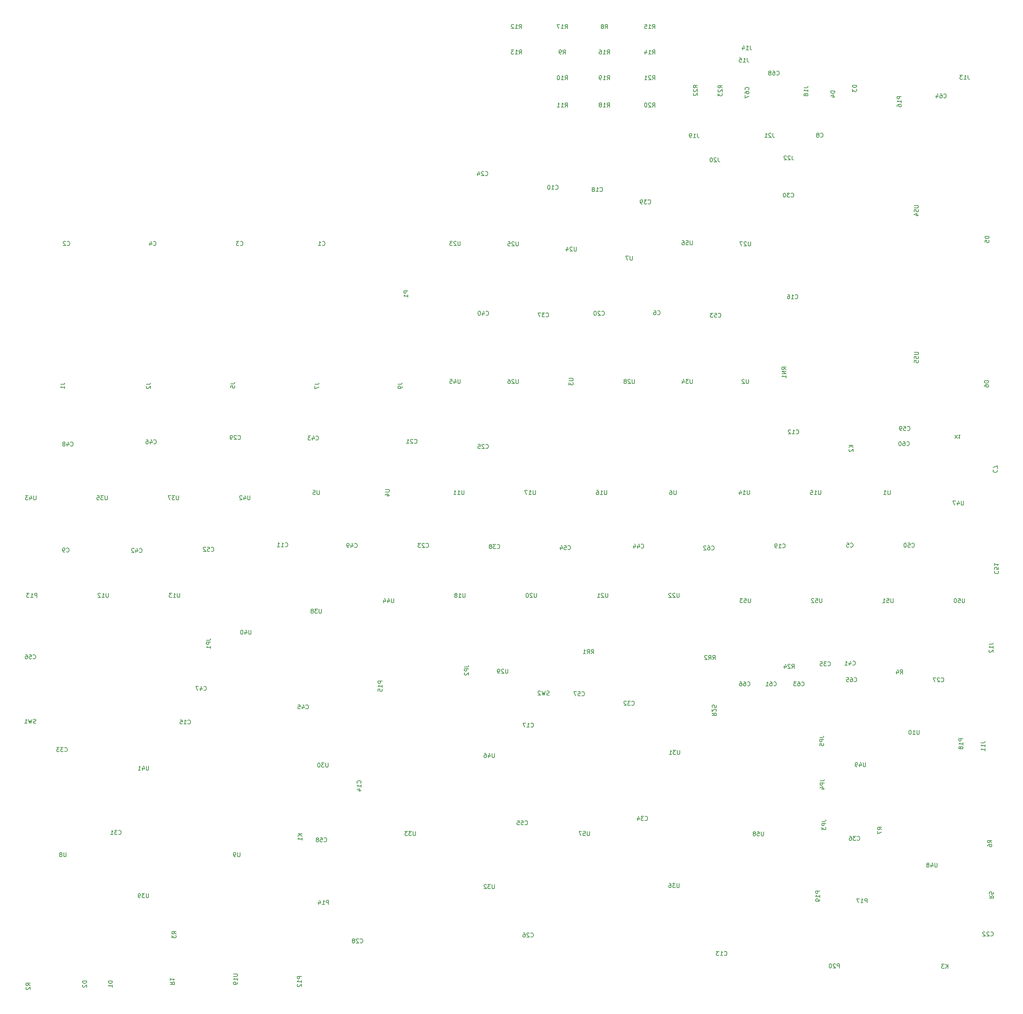
<source format=gbo>
%TF.GenerationSoftware,KiCad,Pcbnew,8.0.6*%
%TF.CreationDate,2025-02-01T13:00:03-06:00*%
%TF.ProjectId,6809PC-6U,36383039-5043-42d3-9655-2e6b69636164,1/21/2025 001*%
%TF.SameCoordinates,Original*%
%TF.FileFunction,Legend,Bot*%
%TF.FilePolarity,Positive*%
%FSLAX46Y46*%
G04 Gerber Fmt 4.6, Leading zero omitted, Abs format (unit mm)*
G04 Created by KiCad (PCBNEW 8.0.6) date 2025-02-01 13:00:03*
%MOMM*%
%LPD*%
G01*
G04 APERTURE LIST*
%ADD10C,0.150000*%
G04 APERTURE END LIST*
D10*
X83337619Y-148389066D02*
X84051904Y-148389066D01*
X84051904Y-148389066D02*
X84194761Y-148341447D01*
X84194761Y-148341447D02*
X84290000Y-148246209D01*
X84290000Y-148246209D02*
X84337619Y-148103352D01*
X84337619Y-148103352D02*
X84337619Y-148008114D01*
X84337619Y-149389066D02*
X84337619Y-148817638D01*
X84337619Y-149103352D02*
X83337619Y-149103352D01*
X83337619Y-149103352D02*
X83480476Y-149008114D01*
X83480476Y-149008114D02*
X83575714Y-148912876D01*
X83575714Y-148912876D02*
X83623333Y-148817638D01*
X104033619Y-148389066D02*
X104747904Y-148389066D01*
X104747904Y-148389066D02*
X104890761Y-148341447D01*
X104890761Y-148341447D02*
X104986000Y-148246209D01*
X104986000Y-148246209D02*
X105033619Y-148103352D01*
X105033619Y-148103352D02*
X105033619Y-148008114D01*
X104128857Y-148817638D02*
X104081238Y-148865257D01*
X104081238Y-148865257D02*
X104033619Y-148960495D01*
X104033619Y-148960495D02*
X104033619Y-149198590D01*
X104033619Y-149198590D02*
X104081238Y-149293828D01*
X104081238Y-149293828D02*
X104128857Y-149341447D01*
X104128857Y-149341447D02*
X104224095Y-149389066D01*
X104224095Y-149389066D02*
X104319333Y-149389066D01*
X104319333Y-149389066D02*
X104462190Y-149341447D01*
X104462190Y-149341447D02*
X105033619Y-148770019D01*
X105033619Y-148770019D02*
X105033619Y-149389066D01*
X164725819Y-148363666D02*
X165440104Y-148363666D01*
X165440104Y-148363666D02*
X165582961Y-148316047D01*
X165582961Y-148316047D02*
X165678200Y-148220809D01*
X165678200Y-148220809D02*
X165725819Y-148077952D01*
X165725819Y-148077952D02*
X165725819Y-147982714D01*
X165725819Y-148887476D02*
X165725819Y-149077952D01*
X165725819Y-149077952D02*
X165678200Y-149173190D01*
X165678200Y-149173190D02*
X165630580Y-149220809D01*
X165630580Y-149220809D02*
X165487723Y-149316047D01*
X165487723Y-149316047D02*
X165297247Y-149363666D01*
X165297247Y-149363666D02*
X164916295Y-149363666D01*
X164916295Y-149363666D02*
X164821057Y-149316047D01*
X164821057Y-149316047D02*
X164773438Y-149268428D01*
X164773438Y-149268428D02*
X164725819Y-149173190D01*
X164725819Y-149173190D02*
X164725819Y-148982714D01*
X164725819Y-148982714D02*
X164773438Y-148887476D01*
X164773438Y-148887476D02*
X164821057Y-148839857D01*
X164821057Y-148839857D02*
X164916295Y-148792238D01*
X164916295Y-148792238D02*
X165154390Y-148792238D01*
X165154390Y-148792238D02*
X165249628Y-148839857D01*
X165249628Y-148839857D02*
X165297247Y-148887476D01*
X165297247Y-148887476D02*
X165344866Y-148982714D01*
X165344866Y-148982714D02*
X165344866Y-149173190D01*
X165344866Y-149173190D02*
X165297247Y-149268428D01*
X165297247Y-149268428D02*
X165249628Y-149316047D01*
X165249628Y-149316047D02*
X165154390Y-149363666D01*
X144678619Y-148389066D02*
X145392904Y-148389066D01*
X145392904Y-148389066D02*
X145535761Y-148341447D01*
X145535761Y-148341447D02*
X145631000Y-148246209D01*
X145631000Y-148246209D02*
X145678619Y-148103352D01*
X145678619Y-148103352D02*
X145678619Y-148008114D01*
X144678619Y-148770019D02*
X144678619Y-149436685D01*
X144678619Y-149436685D02*
X145678619Y-149008114D01*
X124358619Y-148262066D02*
X125072904Y-148262066D01*
X125072904Y-148262066D02*
X125215761Y-148214447D01*
X125215761Y-148214447D02*
X125311000Y-148119209D01*
X125311000Y-148119209D02*
X125358619Y-147976352D01*
X125358619Y-147976352D02*
X125358619Y-147881114D01*
X124358619Y-149214447D02*
X124358619Y-148738257D01*
X124358619Y-148738257D02*
X124834809Y-148690638D01*
X124834809Y-148690638D02*
X124787190Y-148738257D01*
X124787190Y-148738257D02*
X124739571Y-148833495D01*
X124739571Y-148833495D02*
X124739571Y-149071590D01*
X124739571Y-149071590D02*
X124787190Y-149166828D01*
X124787190Y-149166828D02*
X124834809Y-149214447D01*
X124834809Y-149214447D02*
X124930047Y-149262066D01*
X124930047Y-149262066D02*
X125168142Y-149262066D01*
X125168142Y-149262066D02*
X125263380Y-149214447D01*
X125263380Y-149214447D02*
X125311000Y-149166828D01*
X125311000Y-149166828D02*
X125358619Y-149071590D01*
X125358619Y-149071590D02*
X125358619Y-148833495D01*
X125358619Y-148833495D02*
X125311000Y-148738257D01*
X125311000Y-148738257D02*
X125263380Y-148690638D01*
X77347532Y-230043400D02*
X77204675Y-230091019D01*
X77204675Y-230091019D02*
X76966580Y-230091019D01*
X76966580Y-230091019D02*
X76871342Y-230043400D01*
X76871342Y-230043400D02*
X76823723Y-229995780D01*
X76823723Y-229995780D02*
X76776104Y-229900542D01*
X76776104Y-229900542D02*
X76776104Y-229805304D01*
X76776104Y-229805304D02*
X76823723Y-229710066D01*
X76823723Y-229710066D02*
X76871342Y-229662447D01*
X76871342Y-229662447D02*
X76966580Y-229614828D01*
X76966580Y-229614828D02*
X77157056Y-229567209D01*
X77157056Y-229567209D02*
X77252294Y-229519590D01*
X77252294Y-229519590D02*
X77299913Y-229471971D01*
X77299913Y-229471971D02*
X77347532Y-229376733D01*
X77347532Y-229376733D02*
X77347532Y-229281495D01*
X77347532Y-229281495D02*
X77299913Y-229186257D01*
X77299913Y-229186257D02*
X77252294Y-229138638D01*
X77252294Y-229138638D02*
X77157056Y-229091019D01*
X77157056Y-229091019D02*
X76918961Y-229091019D01*
X76918961Y-229091019D02*
X76776104Y-229138638D01*
X76442770Y-229091019D02*
X76204675Y-230091019D01*
X76204675Y-230091019D02*
X76014199Y-229376733D01*
X76014199Y-229376733D02*
X75823723Y-230091019D01*
X75823723Y-230091019D02*
X75585628Y-229091019D01*
X74680866Y-230091019D02*
X75252294Y-230091019D01*
X74966580Y-230091019D02*
X74966580Y-229091019D01*
X74966580Y-229091019D02*
X75061818Y-229233876D01*
X75061818Y-229233876D02*
X75157056Y-229329114D01*
X75157056Y-229329114D02*
X75252294Y-229376733D01*
X201200332Y-223257400D02*
X201057475Y-223305019D01*
X201057475Y-223305019D02*
X200819380Y-223305019D01*
X200819380Y-223305019D02*
X200724142Y-223257400D01*
X200724142Y-223257400D02*
X200676523Y-223209780D01*
X200676523Y-223209780D02*
X200628904Y-223114542D01*
X200628904Y-223114542D02*
X200628904Y-223019304D01*
X200628904Y-223019304D02*
X200676523Y-222924066D01*
X200676523Y-222924066D02*
X200724142Y-222876447D01*
X200724142Y-222876447D02*
X200819380Y-222828828D01*
X200819380Y-222828828D02*
X201009856Y-222781209D01*
X201009856Y-222781209D02*
X201105094Y-222733590D01*
X201105094Y-222733590D02*
X201152713Y-222685971D01*
X201152713Y-222685971D02*
X201200332Y-222590733D01*
X201200332Y-222590733D02*
X201200332Y-222495495D01*
X201200332Y-222495495D02*
X201152713Y-222400257D01*
X201152713Y-222400257D02*
X201105094Y-222352638D01*
X201105094Y-222352638D02*
X201009856Y-222305019D01*
X201009856Y-222305019D02*
X200771761Y-222305019D01*
X200771761Y-222305019D02*
X200628904Y-222352638D01*
X200295570Y-222305019D02*
X200057475Y-223305019D01*
X200057475Y-223305019D02*
X199866999Y-222590733D01*
X199866999Y-222590733D02*
X199676523Y-223305019D01*
X199676523Y-223305019D02*
X199438428Y-222305019D01*
X199105094Y-222400257D02*
X199057475Y-222352638D01*
X199057475Y-222352638D02*
X198962237Y-222305019D01*
X198962237Y-222305019D02*
X198724142Y-222305019D01*
X198724142Y-222305019D02*
X198628904Y-222352638D01*
X198628904Y-222352638D02*
X198581285Y-222400257D01*
X198581285Y-222400257D02*
X198533666Y-222495495D01*
X198533666Y-222495495D02*
X198533666Y-222590733D01*
X198533666Y-222590733D02*
X198581285Y-222733590D01*
X198581285Y-222733590D02*
X199152713Y-223305019D01*
X199152713Y-223305019D02*
X198533666Y-223305019D01*
X286162419Y-78998314D02*
X285162419Y-78998314D01*
X285162419Y-78998314D02*
X285162419Y-79379266D01*
X285162419Y-79379266D02*
X285210038Y-79474504D01*
X285210038Y-79474504D02*
X285257657Y-79522123D01*
X285257657Y-79522123D02*
X285352895Y-79569742D01*
X285352895Y-79569742D02*
X285495752Y-79569742D01*
X285495752Y-79569742D02*
X285590990Y-79522123D01*
X285590990Y-79522123D02*
X285638609Y-79474504D01*
X285638609Y-79474504D02*
X285686228Y-79379266D01*
X285686228Y-79379266D02*
X285686228Y-78998314D01*
X286162419Y-80522123D02*
X286162419Y-79950695D01*
X286162419Y-80236409D02*
X285162419Y-80236409D01*
X285162419Y-80236409D02*
X285305276Y-80141171D01*
X285305276Y-80141171D02*
X285400514Y-80045933D01*
X285400514Y-80045933D02*
X285448133Y-79950695D01*
X285162419Y-81379266D02*
X285162419Y-81188790D01*
X285162419Y-81188790D02*
X285210038Y-81093552D01*
X285210038Y-81093552D02*
X285257657Y-81045933D01*
X285257657Y-81045933D02*
X285400514Y-80950695D01*
X285400514Y-80950695D02*
X285590990Y-80903076D01*
X285590990Y-80903076D02*
X285971942Y-80903076D01*
X285971942Y-80903076D02*
X286067180Y-80950695D01*
X286067180Y-80950695D02*
X286114800Y-80998314D01*
X286114800Y-80998314D02*
X286162419Y-81093552D01*
X286162419Y-81093552D02*
X286162419Y-81284028D01*
X286162419Y-81284028D02*
X286114800Y-81379266D01*
X286114800Y-81379266D02*
X286067180Y-81426885D01*
X286067180Y-81426885D02*
X285971942Y-81474504D01*
X285971942Y-81474504D02*
X285733847Y-81474504D01*
X285733847Y-81474504D02*
X285638609Y-81426885D01*
X285638609Y-81426885D02*
X285590990Y-81379266D01*
X285590990Y-81379266D02*
X285543371Y-81284028D01*
X285543371Y-81284028D02*
X285543371Y-81093552D01*
X285543371Y-81093552D02*
X285590990Y-80998314D01*
X285590990Y-80998314D02*
X285638609Y-80950695D01*
X285638609Y-80950695D02*
X285733847Y-80903076D01*
X274539419Y-163046505D02*
X273539419Y-163046505D01*
X274539419Y-163617933D02*
X273967990Y-163189362D01*
X273539419Y-163617933D02*
X274110847Y-163046505D01*
X273634657Y-163998886D02*
X273587038Y-164046505D01*
X273587038Y-164046505D02*
X273539419Y-164141743D01*
X273539419Y-164141743D02*
X273539419Y-164379838D01*
X273539419Y-164379838D02*
X273587038Y-164475076D01*
X273587038Y-164475076D02*
X273634657Y-164522695D01*
X273634657Y-164522695D02*
X273729895Y-164570314D01*
X273729895Y-164570314D02*
X273825133Y-164570314D01*
X273825133Y-164570314D02*
X273967990Y-164522695D01*
X273967990Y-164522695D02*
X274539419Y-163951267D01*
X274539419Y-163951267D02*
X274539419Y-164570314D01*
X141595819Y-256721705D02*
X140595819Y-256721705D01*
X141595819Y-257293133D02*
X141024390Y-256864562D01*
X140595819Y-257293133D02*
X141167247Y-256721705D01*
X141595819Y-258245514D02*
X141595819Y-257674086D01*
X141595819Y-257959800D02*
X140595819Y-257959800D01*
X140595819Y-257959800D02*
X140738676Y-257864562D01*
X140738676Y-257864562D02*
X140833914Y-257769324D01*
X140833914Y-257769324D02*
X140881533Y-257674086D01*
X297428694Y-289156619D02*
X297428694Y-288156619D01*
X296857266Y-289156619D02*
X297285837Y-288585190D01*
X296857266Y-288156619D02*
X297428694Y-288728047D01*
X296523932Y-288156619D02*
X295904885Y-288156619D01*
X295904885Y-288156619D02*
X296238218Y-288537571D01*
X296238218Y-288537571D02*
X296095361Y-288537571D01*
X296095361Y-288537571D02*
X296000123Y-288585190D01*
X296000123Y-288585190D02*
X295952504Y-288632809D01*
X295952504Y-288632809D02*
X295904885Y-288728047D01*
X295904885Y-288728047D02*
X295904885Y-288966142D01*
X295904885Y-288966142D02*
X295952504Y-289061380D01*
X295952504Y-289061380D02*
X296000123Y-289109000D01*
X296000123Y-289109000D02*
X296095361Y-289156619D01*
X296095361Y-289156619D02*
X296381075Y-289156619D01*
X296381075Y-289156619D02*
X296476313Y-289109000D01*
X296476313Y-289109000D02*
X296523932Y-289061380D01*
X141443419Y-291089314D02*
X140443419Y-291089314D01*
X140443419Y-291089314D02*
X140443419Y-291470266D01*
X140443419Y-291470266D02*
X140491038Y-291565504D01*
X140491038Y-291565504D02*
X140538657Y-291613123D01*
X140538657Y-291613123D02*
X140633895Y-291660742D01*
X140633895Y-291660742D02*
X140776752Y-291660742D01*
X140776752Y-291660742D02*
X140871990Y-291613123D01*
X140871990Y-291613123D02*
X140919609Y-291565504D01*
X140919609Y-291565504D02*
X140967228Y-291470266D01*
X140967228Y-291470266D02*
X140967228Y-291089314D01*
X141443419Y-292613123D02*
X141443419Y-292041695D01*
X141443419Y-292327409D02*
X140443419Y-292327409D01*
X140443419Y-292327409D02*
X140586276Y-292232171D01*
X140586276Y-292232171D02*
X140681514Y-292136933D01*
X140681514Y-292136933D02*
X140729133Y-292041695D01*
X140538657Y-292994076D02*
X140491038Y-293041695D01*
X140491038Y-293041695D02*
X140443419Y-293136933D01*
X140443419Y-293136933D02*
X140443419Y-293375028D01*
X140443419Y-293375028D02*
X140491038Y-293470266D01*
X140491038Y-293470266D02*
X140538657Y-293517885D01*
X140538657Y-293517885D02*
X140633895Y-293565504D01*
X140633895Y-293565504D02*
X140729133Y-293565504D01*
X140729133Y-293565504D02*
X140871990Y-293517885D01*
X140871990Y-293517885D02*
X141443419Y-292946457D01*
X141443419Y-292946457D02*
X141443419Y-293565504D01*
X118548619Y-210042866D02*
X119262904Y-210042866D01*
X119262904Y-210042866D02*
X119405761Y-209995247D01*
X119405761Y-209995247D02*
X119501000Y-209900009D01*
X119501000Y-209900009D02*
X119548619Y-209757152D01*
X119548619Y-209757152D02*
X119548619Y-209661914D01*
X119548619Y-210519057D02*
X118548619Y-210519057D01*
X118548619Y-210519057D02*
X118548619Y-210900009D01*
X118548619Y-210900009D02*
X118596238Y-210995247D01*
X118596238Y-210995247D02*
X118643857Y-211042866D01*
X118643857Y-211042866D02*
X118739095Y-211090485D01*
X118739095Y-211090485D02*
X118881952Y-211090485D01*
X118881952Y-211090485D02*
X118977190Y-211042866D01*
X118977190Y-211042866D02*
X119024809Y-210995247D01*
X119024809Y-210995247D02*
X119072428Y-210900009D01*
X119072428Y-210900009D02*
X119072428Y-210519057D01*
X119548619Y-212042866D02*
X119548619Y-211471438D01*
X119548619Y-211757152D02*
X118548619Y-211757152D01*
X118548619Y-211757152D02*
X118691476Y-211661914D01*
X118691476Y-211661914D02*
X118786714Y-211566676D01*
X118786714Y-211566676D02*
X118834333Y-211471438D01*
X266986219Y-253730866D02*
X267700504Y-253730866D01*
X267700504Y-253730866D02*
X267843361Y-253683247D01*
X267843361Y-253683247D02*
X267938600Y-253588009D01*
X267938600Y-253588009D02*
X267986219Y-253445152D01*
X267986219Y-253445152D02*
X267986219Y-253349914D01*
X267986219Y-254207057D02*
X266986219Y-254207057D01*
X266986219Y-254207057D02*
X266986219Y-254588009D01*
X266986219Y-254588009D02*
X267033838Y-254683247D01*
X267033838Y-254683247D02*
X267081457Y-254730866D01*
X267081457Y-254730866D02*
X267176695Y-254778485D01*
X267176695Y-254778485D02*
X267319552Y-254778485D01*
X267319552Y-254778485D02*
X267414790Y-254730866D01*
X267414790Y-254730866D02*
X267462409Y-254683247D01*
X267462409Y-254683247D02*
X267510028Y-254588009D01*
X267510028Y-254588009D02*
X267510028Y-254207057D01*
X266986219Y-255111819D02*
X266986219Y-255730866D01*
X266986219Y-255730866D02*
X267367171Y-255397533D01*
X267367171Y-255397533D02*
X267367171Y-255540390D01*
X267367171Y-255540390D02*
X267414790Y-255635628D01*
X267414790Y-255635628D02*
X267462409Y-255683247D01*
X267462409Y-255683247D02*
X267557647Y-255730866D01*
X267557647Y-255730866D02*
X267795742Y-255730866D01*
X267795742Y-255730866D02*
X267890980Y-255683247D01*
X267890980Y-255683247D02*
X267938600Y-255635628D01*
X267938600Y-255635628D02*
X267986219Y-255540390D01*
X267986219Y-255540390D02*
X267986219Y-255254676D01*
X267986219Y-255254676D02*
X267938600Y-255159438D01*
X267938600Y-255159438D02*
X267890980Y-255111819D01*
X211366466Y-213311219D02*
X211699799Y-212835028D01*
X211937894Y-213311219D02*
X211937894Y-212311219D01*
X211937894Y-212311219D02*
X211556942Y-212311219D01*
X211556942Y-212311219D02*
X211461704Y-212358838D01*
X211461704Y-212358838D02*
X211414085Y-212406457D01*
X211414085Y-212406457D02*
X211366466Y-212501695D01*
X211366466Y-212501695D02*
X211366466Y-212644552D01*
X211366466Y-212644552D02*
X211414085Y-212739790D01*
X211414085Y-212739790D02*
X211461704Y-212787409D01*
X211461704Y-212787409D02*
X211556942Y-212835028D01*
X211556942Y-212835028D02*
X211937894Y-212835028D01*
X210366466Y-213311219D02*
X210699799Y-212835028D01*
X210937894Y-213311219D02*
X210937894Y-212311219D01*
X210937894Y-212311219D02*
X210556942Y-212311219D01*
X210556942Y-212311219D02*
X210461704Y-212358838D01*
X210461704Y-212358838D02*
X210414085Y-212406457D01*
X210414085Y-212406457D02*
X210366466Y-212501695D01*
X210366466Y-212501695D02*
X210366466Y-212644552D01*
X210366466Y-212644552D02*
X210414085Y-212739790D01*
X210414085Y-212739790D02*
X210461704Y-212787409D01*
X210461704Y-212787409D02*
X210556942Y-212835028D01*
X210556942Y-212835028D02*
X210937894Y-212835028D01*
X209414085Y-213311219D02*
X209985513Y-213311219D01*
X209699799Y-213311219D02*
X209699799Y-212311219D01*
X209699799Y-212311219D02*
X209795037Y-212454076D01*
X209795037Y-212454076D02*
X209890275Y-212549314D01*
X209890275Y-212549314D02*
X209985513Y-212596933D01*
X240678066Y-214708219D02*
X241011399Y-214232028D01*
X241249494Y-214708219D02*
X241249494Y-213708219D01*
X241249494Y-213708219D02*
X240868542Y-213708219D01*
X240868542Y-213708219D02*
X240773304Y-213755838D01*
X240773304Y-213755838D02*
X240725685Y-213803457D01*
X240725685Y-213803457D02*
X240678066Y-213898695D01*
X240678066Y-213898695D02*
X240678066Y-214041552D01*
X240678066Y-214041552D02*
X240725685Y-214136790D01*
X240725685Y-214136790D02*
X240773304Y-214184409D01*
X240773304Y-214184409D02*
X240868542Y-214232028D01*
X240868542Y-214232028D02*
X241249494Y-214232028D01*
X239678066Y-214708219D02*
X240011399Y-214232028D01*
X240249494Y-214708219D02*
X240249494Y-213708219D01*
X240249494Y-213708219D02*
X239868542Y-213708219D01*
X239868542Y-213708219D02*
X239773304Y-213755838D01*
X239773304Y-213755838D02*
X239725685Y-213803457D01*
X239725685Y-213803457D02*
X239678066Y-213898695D01*
X239678066Y-213898695D02*
X239678066Y-214041552D01*
X239678066Y-214041552D02*
X239725685Y-214136790D01*
X239725685Y-214136790D02*
X239773304Y-214184409D01*
X239773304Y-214184409D02*
X239868542Y-214232028D01*
X239868542Y-214232028D02*
X240249494Y-214232028D01*
X239297113Y-213803457D02*
X239249494Y-213755838D01*
X239249494Y-213755838D02*
X239154256Y-213708219D01*
X239154256Y-213708219D02*
X238916161Y-213708219D01*
X238916161Y-213708219D02*
X238820923Y-213755838D01*
X238820923Y-213755838D02*
X238773304Y-213803457D01*
X238773304Y-213803457D02*
X238725685Y-213898695D01*
X238725685Y-213898695D02*
X238725685Y-213993933D01*
X238725685Y-213993933D02*
X238773304Y-214136790D01*
X238773304Y-214136790D02*
X239344732Y-214708219D01*
X239344732Y-214708219D02*
X238725685Y-214708219D01*
X308016619Y-258867933D02*
X307540428Y-258534600D01*
X308016619Y-258296505D02*
X307016619Y-258296505D01*
X307016619Y-258296505D02*
X307016619Y-258677457D01*
X307016619Y-258677457D02*
X307064238Y-258772695D01*
X307064238Y-258772695D02*
X307111857Y-258820314D01*
X307111857Y-258820314D02*
X307207095Y-258867933D01*
X307207095Y-258867933D02*
X307349952Y-258867933D01*
X307349952Y-258867933D02*
X307445190Y-258820314D01*
X307445190Y-258820314D02*
X307492809Y-258772695D01*
X307492809Y-258772695D02*
X307540428Y-258677457D01*
X307540428Y-258677457D02*
X307540428Y-258296505D01*
X307016619Y-259725076D02*
X307016619Y-259534600D01*
X307016619Y-259534600D02*
X307064238Y-259439362D01*
X307064238Y-259439362D02*
X307111857Y-259391743D01*
X307111857Y-259391743D02*
X307254714Y-259296505D01*
X307254714Y-259296505D02*
X307445190Y-259248886D01*
X307445190Y-259248886D02*
X307826142Y-259248886D01*
X307826142Y-259248886D02*
X307921380Y-259296505D01*
X307921380Y-259296505D02*
X307969000Y-259344124D01*
X307969000Y-259344124D02*
X308016619Y-259439362D01*
X308016619Y-259439362D02*
X308016619Y-259629838D01*
X308016619Y-259629838D02*
X307969000Y-259725076D01*
X307969000Y-259725076D02*
X307921380Y-259772695D01*
X307921380Y-259772695D02*
X307826142Y-259820314D01*
X307826142Y-259820314D02*
X307588047Y-259820314D01*
X307588047Y-259820314D02*
X307492809Y-259772695D01*
X307492809Y-259772695D02*
X307445190Y-259725076D01*
X307445190Y-259725076D02*
X307397571Y-259629838D01*
X307397571Y-259629838D02*
X307397571Y-259439362D01*
X307397571Y-259439362D02*
X307445190Y-259344124D01*
X307445190Y-259344124D02*
X307492809Y-259296505D01*
X307492809Y-259296505D02*
X307588047Y-259248886D01*
X281448219Y-255718333D02*
X280972028Y-255385000D01*
X281448219Y-255146905D02*
X280448219Y-255146905D01*
X280448219Y-255146905D02*
X280448219Y-255527857D01*
X280448219Y-255527857D02*
X280495838Y-255623095D01*
X280495838Y-255623095D02*
X280543457Y-255670714D01*
X280543457Y-255670714D02*
X280638695Y-255718333D01*
X280638695Y-255718333D02*
X280781552Y-255718333D01*
X280781552Y-255718333D02*
X280876790Y-255670714D01*
X280876790Y-255670714D02*
X280924409Y-255623095D01*
X280924409Y-255623095D02*
X280972028Y-255527857D01*
X280972028Y-255527857D02*
X280972028Y-255146905D01*
X280448219Y-256051667D02*
X280448219Y-256718333D01*
X280448219Y-256718333D02*
X281448219Y-256289762D01*
X285901266Y-218165019D02*
X286234599Y-217688828D01*
X286472694Y-218165019D02*
X286472694Y-217165019D01*
X286472694Y-217165019D02*
X286091742Y-217165019D01*
X286091742Y-217165019D02*
X285996504Y-217212638D01*
X285996504Y-217212638D02*
X285948885Y-217260257D01*
X285948885Y-217260257D02*
X285901266Y-217355495D01*
X285901266Y-217355495D02*
X285901266Y-217498352D01*
X285901266Y-217498352D02*
X285948885Y-217593590D01*
X285948885Y-217593590D02*
X285996504Y-217641209D01*
X285996504Y-217641209D02*
X286091742Y-217688828D01*
X286091742Y-217688828D02*
X286472694Y-217688828D01*
X285044123Y-217498352D02*
X285044123Y-218165019D01*
X285282218Y-217117400D02*
X285520313Y-217831685D01*
X285520313Y-217831685D02*
X284901266Y-217831685D01*
X109823780Y-292441266D02*
X110299971Y-292774599D01*
X109823780Y-293012694D02*
X110823780Y-293012694D01*
X110823780Y-293012694D02*
X110823780Y-292631742D01*
X110823780Y-292631742D02*
X110776161Y-292536504D01*
X110776161Y-292536504D02*
X110728542Y-292488885D01*
X110728542Y-292488885D02*
X110633304Y-292441266D01*
X110633304Y-292441266D02*
X110490447Y-292441266D01*
X110490447Y-292441266D02*
X110395209Y-292488885D01*
X110395209Y-292488885D02*
X110347590Y-292536504D01*
X110347590Y-292536504D02*
X110299971Y-292631742D01*
X110299971Y-292631742D02*
X110299971Y-293012694D01*
X109823780Y-291488885D02*
X109823780Y-292060313D01*
X109823780Y-291774599D02*
X110823780Y-291774599D01*
X110823780Y-291774599D02*
X110680923Y-291869837D01*
X110680923Y-291869837D02*
X110585685Y-291965075D01*
X110585685Y-291965075D02*
X110538066Y-292060313D01*
X111193419Y-280847533D02*
X110717228Y-280514200D01*
X111193419Y-280276105D02*
X110193419Y-280276105D01*
X110193419Y-280276105D02*
X110193419Y-280657057D01*
X110193419Y-280657057D02*
X110241038Y-280752295D01*
X110241038Y-280752295D02*
X110288657Y-280799914D01*
X110288657Y-280799914D02*
X110383895Y-280847533D01*
X110383895Y-280847533D02*
X110526752Y-280847533D01*
X110526752Y-280847533D02*
X110621990Y-280799914D01*
X110621990Y-280799914D02*
X110669609Y-280752295D01*
X110669609Y-280752295D02*
X110717228Y-280657057D01*
X110717228Y-280657057D02*
X110717228Y-280276105D01*
X110193419Y-281180867D02*
X110193419Y-281799914D01*
X110193419Y-281799914D02*
X110574371Y-281466581D01*
X110574371Y-281466581D02*
X110574371Y-281609438D01*
X110574371Y-281609438D02*
X110621990Y-281704676D01*
X110621990Y-281704676D02*
X110669609Y-281752295D01*
X110669609Y-281752295D02*
X110764847Y-281799914D01*
X110764847Y-281799914D02*
X111002942Y-281799914D01*
X111002942Y-281799914D02*
X111098180Y-281752295D01*
X111098180Y-281752295D02*
X111145800Y-281704676D01*
X111145800Y-281704676D02*
X111193419Y-281609438D01*
X111193419Y-281609438D02*
X111193419Y-281323724D01*
X111193419Y-281323724D02*
X111145800Y-281228486D01*
X111145800Y-281228486D02*
X111098180Y-281180867D01*
X76013019Y-293310333D02*
X75536828Y-292977000D01*
X76013019Y-292738905D02*
X75013019Y-292738905D01*
X75013019Y-292738905D02*
X75013019Y-293119857D01*
X75013019Y-293119857D02*
X75060638Y-293215095D01*
X75060638Y-293215095D02*
X75108257Y-293262714D01*
X75108257Y-293262714D02*
X75203495Y-293310333D01*
X75203495Y-293310333D02*
X75346352Y-293310333D01*
X75346352Y-293310333D02*
X75441590Y-293262714D01*
X75441590Y-293262714D02*
X75489209Y-293215095D01*
X75489209Y-293215095D02*
X75536828Y-293119857D01*
X75536828Y-293119857D02*
X75536828Y-292738905D01*
X75108257Y-293691286D02*
X75060638Y-293738905D01*
X75060638Y-293738905D02*
X75013019Y-293834143D01*
X75013019Y-293834143D02*
X75013019Y-294072238D01*
X75013019Y-294072238D02*
X75060638Y-294167476D01*
X75060638Y-294167476D02*
X75108257Y-294215095D01*
X75108257Y-294215095D02*
X75203495Y-294262714D01*
X75203495Y-294262714D02*
X75298733Y-294262714D01*
X75298733Y-294262714D02*
X75441590Y-294215095D01*
X75441590Y-294215095D02*
X76013019Y-293643667D01*
X76013019Y-293643667D02*
X76013019Y-294262714D01*
X301057019Y-233791914D02*
X300057019Y-233791914D01*
X300057019Y-233791914D02*
X300057019Y-234172866D01*
X300057019Y-234172866D02*
X300104638Y-234268104D01*
X300104638Y-234268104D02*
X300152257Y-234315723D01*
X300152257Y-234315723D02*
X300247495Y-234363342D01*
X300247495Y-234363342D02*
X300390352Y-234363342D01*
X300390352Y-234363342D02*
X300485590Y-234315723D01*
X300485590Y-234315723D02*
X300533209Y-234268104D01*
X300533209Y-234268104D02*
X300580828Y-234172866D01*
X300580828Y-234172866D02*
X300580828Y-233791914D01*
X301057019Y-235315723D02*
X301057019Y-234744295D01*
X301057019Y-235030009D02*
X300057019Y-235030009D01*
X300057019Y-235030009D02*
X300199876Y-234934771D01*
X300199876Y-234934771D02*
X300295114Y-234839533D01*
X300295114Y-234839533D02*
X300342733Y-234744295D01*
X300485590Y-235887152D02*
X300437971Y-235791914D01*
X300437971Y-235791914D02*
X300390352Y-235744295D01*
X300390352Y-235744295D02*
X300295114Y-235696676D01*
X300295114Y-235696676D02*
X300247495Y-235696676D01*
X300247495Y-235696676D02*
X300152257Y-235744295D01*
X300152257Y-235744295D02*
X300104638Y-235791914D01*
X300104638Y-235791914D02*
X300057019Y-235887152D01*
X300057019Y-235887152D02*
X300057019Y-236077628D01*
X300057019Y-236077628D02*
X300104638Y-236172866D01*
X300104638Y-236172866D02*
X300152257Y-236220485D01*
X300152257Y-236220485D02*
X300247495Y-236268104D01*
X300247495Y-236268104D02*
X300295114Y-236268104D01*
X300295114Y-236268104D02*
X300390352Y-236220485D01*
X300390352Y-236220485D02*
X300437971Y-236172866D01*
X300437971Y-236172866D02*
X300485590Y-236077628D01*
X300485590Y-236077628D02*
X300485590Y-235887152D01*
X300485590Y-235887152D02*
X300533209Y-235791914D01*
X300533209Y-235791914D02*
X300580828Y-235744295D01*
X300580828Y-235744295D02*
X300676066Y-235696676D01*
X300676066Y-235696676D02*
X300866542Y-235696676D01*
X300866542Y-235696676D02*
X300961780Y-235744295D01*
X300961780Y-235744295D02*
X301009400Y-235791914D01*
X301009400Y-235791914D02*
X301057019Y-235887152D01*
X301057019Y-235887152D02*
X301057019Y-236077628D01*
X301057019Y-236077628D02*
X301009400Y-236172866D01*
X301009400Y-236172866D02*
X300961780Y-236220485D01*
X300961780Y-236220485D02*
X300866542Y-236268104D01*
X300866542Y-236268104D02*
X300676066Y-236268104D01*
X300676066Y-236268104D02*
X300580828Y-236220485D01*
X300580828Y-236220485D02*
X300533209Y-236172866D01*
X300533209Y-236172866D02*
X300485590Y-236077628D01*
X160945619Y-219908114D02*
X159945619Y-219908114D01*
X159945619Y-219908114D02*
X159945619Y-220289066D01*
X159945619Y-220289066D02*
X159993238Y-220384304D01*
X159993238Y-220384304D02*
X160040857Y-220431923D01*
X160040857Y-220431923D02*
X160136095Y-220479542D01*
X160136095Y-220479542D02*
X160278952Y-220479542D01*
X160278952Y-220479542D02*
X160374190Y-220431923D01*
X160374190Y-220431923D02*
X160421809Y-220384304D01*
X160421809Y-220384304D02*
X160469428Y-220289066D01*
X160469428Y-220289066D02*
X160469428Y-219908114D01*
X160945619Y-221431923D02*
X160945619Y-220860495D01*
X160945619Y-221146209D02*
X159945619Y-221146209D01*
X159945619Y-221146209D02*
X160088476Y-221050971D01*
X160088476Y-221050971D02*
X160183714Y-220955733D01*
X160183714Y-220955733D02*
X160231333Y-220860495D01*
X159945619Y-222336685D02*
X159945619Y-221860495D01*
X159945619Y-221860495D02*
X160421809Y-221812876D01*
X160421809Y-221812876D02*
X160374190Y-221860495D01*
X160374190Y-221860495D02*
X160326571Y-221955733D01*
X160326571Y-221955733D02*
X160326571Y-222193828D01*
X160326571Y-222193828D02*
X160374190Y-222289066D01*
X160374190Y-222289066D02*
X160421809Y-222336685D01*
X160421809Y-222336685D02*
X160517047Y-222384304D01*
X160517047Y-222384304D02*
X160755142Y-222384304D01*
X160755142Y-222384304D02*
X160850380Y-222336685D01*
X160850380Y-222336685D02*
X160898000Y-222289066D01*
X160898000Y-222289066D02*
X160945619Y-222193828D01*
X160945619Y-222193828D02*
X160945619Y-221955733D01*
X160945619Y-221955733D02*
X160898000Y-221860495D01*
X160898000Y-221860495D02*
X160850380Y-221812876D01*
X167143219Y-125820105D02*
X166143219Y-125820105D01*
X166143219Y-125820105D02*
X166143219Y-126201057D01*
X166143219Y-126201057D02*
X166190838Y-126296295D01*
X166190838Y-126296295D02*
X166238457Y-126343914D01*
X166238457Y-126343914D02*
X166333695Y-126391533D01*
X166333695Y-126391533D02*
X166476552Y-126391533D01*
X166476552Y-126391533D02*
X166571790Y-126343914D01*
X166571790Y-126343914D02*
X166619409Y-126296295D01*
X166619409Y-126296295D02*
X166667028Y-126201057D01*
X166667028Y-126201057D02*
X166667028Y-125820105D01*
X167143219Y-127343914D02*
X167143219Y-126772486D01*
X167143219Y-127058200D02*
X166143219Y-127058200D01*
X166143219Y-127058200D02*
X166286076Y-126962962D01*
X166286076Y-126962962D02*
X166381314Y-126867724D01*
X166381314Y-126867724D02*
X166428933Y-126772486D01*
X271234885Y-289055019D02*
X271234885Y-288055019D01*
X271234885Y-288055019D02*
X270853933Y-288055019D01*
X270853933Y-288055019D02*
X270758695Y-288102638D01*
X270758695Y-288102638D02*
X270711076Y-288150257D01*
X270711076Y-288150257D02*
X270663457Y-288245495D01*
X270663457Y-288245495D02*
X270663457Y-288388352D01*
X270663457Y-288388352D02*
X270711076Y-288483590D01*
X270711076Y-288483590D02*
X270758695Y-288531209D01*
X270758695Y-288531209D02*
X270853933Y-288578828D01*
X270853933Y-288578828D02*
X271234885Y-288578828D01*
X270282504Y-288150257D02*
X270234885Y-288102638D01*
X270234885Y-288102638D02*
X270139647Y-288055019D01*
X270139647Y-288055019D02*
X269901552Y-288055019D01*
X269901552Y-288055019D02*
X269806314Y-288102638D01*
X269806314Y-288102638D02*
X269758695Y-288150257D01*
X269758695Y-288150257D02*
X269711076Y-288245495D01*
X269711076Y-288245495D02*
X269711076Y-288340733D01*
X269711076Y-288340733D02*
X269758695Y-288483590D01*
X269758695Y-288483590D02*
X270330123Y-289055019D01*
X270330123Y-289055019D02*
X269711076Y-289055019D01*
X269092028Y-288055019D02*
X268996790Y-288055019D01*
X268996790Y-288055019D02*
X268901552Y-288102638D01*
X268901552Y-288102638D02*
X268853933Y-288150257D01*
X268853933Y-288150257D02*
X268806314Y-288245495D01*
X268806314Y-288245495D02*
X268758695Y-288435971D01*
X268758695Y-288435971D02*
X268758695Y-288674066D01*
X268758695Y-288674066D02*
X268806314Y-288864542D01*
X268806314Y-288864542D02*
X268853933Y-288959780D01*
X268853933Y-288959780D02*
X268901552Y-289007400D01*
X268901552Y-289007400D02*
X268996790Y-289055019D01*
X268996790Y-289055019D02*
X269092028Y-289055019D01*
X269092028Y-289055019D02*
X269187266Y-289007400D01*
X269187266Y-289007400D02*
X269234885Y-288959780D01*
X269234885Y-288959780D02*
X269282504Y-288864542D01*
X269282504Y-288864542D02*
X269330123Y-288674066D01*
X269330123Y-288674066D02*
X269330123Y-288435971D01*
X269330123Y-288435971D02*
X269282504Y-288245495D01*
X269282504Y-288245495D02*
X269234885Y-288150257D01*
X269234885Y-288150257D02*
X269187266Y-288102638D01*
X269187266Y-288102638D02*
X269092028Y-288055019D01*
X210957094Y-256167219D02*
X210957094Y-256976742D01*
X210957094Y-256976742D02*
X210909475Y-257071980D01*
X210909475Y-257071980D02*
X210861856Y-257119600D01*
X210861856Y-257119600D02*
X210766618Y-257167219D01*
X210766618Y-257167219D02*
X210576142Y-257167219D01*
X210576142Y-257167219D02*
X210480904Y-257119600D01*
X210480904Y-257119600D02*
X210433285Y-257071980D01*
X210433285Y-257071980D02*
X210385666Y-256976742D01*
X210385666Y-256976742D02*
X210385666Y-256167219D01*
X209433285Y-256167219D02*
X209909475Y-256167219D01*
X209909475Y-256167219D02*
X209957094Y-256643409D01*
X209957094Y-256643409D02*
X209909475Y-256595790D01*
X209909475Y-256595790D02*
X209814237Y-256548171D01*
X209814237Y-256548171D02*
X209576142Y-256548171D01*
X209576142Y-256548171D02*
X209480904Y-256595790D01*
X209480904Y-256595790D02*
X209433285Y-256643409D01*
X209433285Y-256643409D02*
X209385666Y-256738647D01*
X209385666Y-256738647D02*
X209385666Y-256976742D01*
X209385666Y-256976742D02*
X209433285Y-257071980D01*
X209433285Y-257071980D02*
X209480904Y-257119600D01*
X209480904Y-257119600D02*
X209576142Y-257167219D01*
X209576142Y-257167219D02*
X209814237Y-257167219D01*
X209814237Y-257167219D02*
X209909475Y-257119600D01*
X209909475Y-257119600D02*
X209957094Y-257071980D01*
X209052332Y-256167219D02*
X208385666Y-256167219D01*
X208385666Y-256167219D02*
X208814237Y-257167219D01*
X252945894Y-256203219D02*
X252945894Y-257012742D01*
X252945894Y-257012742D02*
X252898275Y-257107980D01*
X252898275Y-257107980D02*
X252850656Y-257155600D01*
X252850656Y-257155600D02*
X252755418Y-257203219D01*
X252755418Y-257203219D02*
X252564942Y-257203219D01*
X252564942Y-257203219D02*
X252469704Y-257155600D01*
X252469704Y-257155600D02*
X252422085Y-257107980D01*
X252422085Y-257107980D02*
X252374466Y-257012742D01*
X252374466Y-257012742D02*
X252374466Y-256203219D01*
X251422085Y-256203219D02*
X251898275Y-256203219D01*
X251898275Y-256203219D02*
X251945894Y-256679409D01*
X251945894Y-256679409D02*
X251898275Y-256631790D01*
X251898275Y-256631790D02*
X251803037Y-256584171D01*
X251803037Y-256584171D02*
X251564942Y-256584171D01*
X251564942Y-256584171D02*
X251469704Y-256631790D01*
X251469704Y-256631790D02*
X251422085Y-256679409D01*
X251422085Y-256679409D02*
X251374466Y-256774647D01*
X251374466Y-256774647D02*
X251374466Y-257012742D01*
X251374466Y-257012742D02*
X251422085Y-257107980D01*
X251422085Y-257107980D02*
X251469704Y-257155600D01*
X251469704Y-257155600D02*
X251564942Y-257203219D01*
X251564942Y-257203219D02*
X251803037Y-257203219D01*
X251803037Y-257203219D02*
X251898275Y-257155600D01*
X251898275Y-257155600D02*
X251945894Y-257107980D01*
X250803037Y-256631790D02*
X250898275Y-256584171D01*
X250898275Y-256584171D02*
X250945894Y-256536552D01*
X250945894Y-256536552D02*
X250993513Y-256441314D01*
X250993513Y-256441314D02*
X250993513Y-256393695D01*
X250993513Y-256393695D02*
X250945894Y-256298457D01*
X250945894Y-256298457D02*
X250898275Y-256250838D01*
X250898275Y-256250838D02*
X250803037Y-256203219D01*
X250803037Y-256203219D02*
X250612561Y-256203219D01*
X250612561Y-256203219D02*
X250517323Y-256250838D01*
X250517323Y-256250838D02*
X250469704Y-256298457D01*
X250469704Y-256298457D02*
X250422085Y-256393695D01*
X250422085Y-256393695D02*
X250422085Y-256441314D01*
X250422085Y-256441314D02*
X250469704Y-256536552D01*
X250469704Y-256536552D02*
X250517323Y-256584171D01*
X250517323Y-256584171D02*
X250612561Y-256631790D01*
X250612561Y-256631790D02*
X250803037Y-256631790D01*
X250803037Y-256631790D02*
X250898275Y-256679409D01*
X250898275Y-256679409D02*
X250945894Y-256727028D01*
X250945894Y-256727028D02*
X250993513Y-256822266D01*
X250993513Y-256822266D02*
X250993513Y-257012742D01*
X250993513Y-257012742D02*
X250945894Y-257107980D01*
X250945894Y-257107980D02*
X250898275Y-257155600D01*
X250898275Y-257155600D02*
X250803037Y-257203219D01*
X250803037Y-257203219D02*
X250612561Y-257203219D01*
X250612561Y-257203219D02*
X250517323Y-257155600D01*
X250517323Y-257155600D02*
X250469704Y-257107980D01*
X250469704Y-257107980D02*
X250422085Y-257012742D01*
X250422085Y-257012742D02*
X250422085Y-256822266D01*
X250422085Y-256822266D02*
X250469704Y-256727028D01*
X250469704Y-256727028D02*
X250517323Y-256679409D01*
X250517323Y-256679409D02*
X250612561Y-256631790D01*
X168972894Y-256127219D02*
X168972894Y-256936742D01*
X168972894Y-256936742D02*
X168925275Y-257031980D01*
X168925275Y-257031980D02*
X168877656Y-257079600D01*
X168877656Y-257079600D02*
X168782418Y-257127219D01*
X168782418Y-257127219D02*
X168591942Y-257127219D01*
X168591942Y-257127219D02*
X168496704Y-257079600D01*
X168496704Y-257079600D02*
X168449085Y-257031980D01*
X168449085Y-257031980D02*
X168401466Y-256936742D01*
X168401466Y-256936742D02*
X168401466Y-256127219D01*
X168020513Y-256127219D02*
X167401466Y-256127219D01*
X167401466Y-256127219D02*
X167734799Y-256508171D01*
X167734799Y-256508171D02*
X167591942Y-256508171D01*
X167591942Y-256508171D02*
X167496704Y-256555790D01*
X167496704Y-256555790D02*
X167449085Y-256603409D01*
X167449085Y-256603409D02*
X167401466Y-256698647D01*
X167401466Y-256698647D02*
X167401466Y-256936742D01*
X167401466Y-256936742D02*
X167449085Y-257031980D01*
X167449085Y-257031980D02*
X167496704Y-257079600D01*
X167496704Y-257079600D02*
X167591942Y-257127219D01*
X167591942Y-257127219D02*
X167877656Y-257127219D01*
X167877656Y-257127219D02*
X167972894Y-257079600D01*
X167972894Y-257079600D02*
X168020513Y-257031980D01*
X167068132Y-256127219D02*
X166449085Y-256127219D01*
X166449085Y-256127219D02*
X166782418Y-256508171D01*
X166782418Y-256508171D02*
X166639561Y-256508171D01*
X166639561Y-256508171D02*
X166544323Y-256555790D01*
X166544323Y-256555790D02*
X166496704Y-256603409D01*
X166496704Y-256603409D02*
X166449085Y-256698647D01*
X166449085Y-256698647D02*
X166449085Y-256936742D01*
X166449085Y-256936742D02*
X166496704Y-257031980D01*
X166496704Y-257031980D02*
X166544323Y-257079600D01*
X166544323Y-257079600D02*
X166639561Y-257127219D01*
X166639561Y-257127219D02*
X166925275Y-257127219D01*
X166925275Y-257127219D02*
X167020513Y-257079600D01*
X167020513Y-257079600D02*
X167068132Y-257031980D01*
X126608104Y-261237219D02*
X126608104Y-262046742D01*
X126608104Y-262046742D02*
X126560485Y-262141980D01*
X126560485Y-262141980D02*
X126512866Y-262189600D01*
X126512866Y-262189600D02*
X126417628Y-262237219D01*
X126417628Y-262237219D02*
X126227152Y-262237219D01*
X126227152Y-262237219D02*
X126131914Y-262189600D01*
X126131914Y-262189600D02*
X126084295Y-262141980D01*
X126084295Y-262141980D02*
X126036676Y-262046742D01*
X126036676Y-262046742D02*
X126036676Y-261237219D01*
X125512866Y-262237219D02*
X125322390Y-262237219D01*
X125322390Y-262237219D02*
X125227152Y-262189600D01*
X125227152Y-262189600D02*
X125179533Y-262141980D01*
X125179533Y-262141980D02*
X125084295Y-261999123D01*
X125084295Y-261999123D02*
X125036676Y-261808647D01*
X125036676Y-261808647D02*
X125036676Y-261427695D01*
X125036676Y-261427695D02*
X125084295Y-261332457D01*
X125084295Y-261332457D02*
X125131914Y-261284838D01*
X125131914Y-261284838D02*
X125227152Y-261237219D01*
X125227152Y-261237219D02*
X125417628Y-261237219D01*
X125417628Y-261237219D02*
X125512866Y-261284838D01*
X125512866Y-261284838D02*
X125560485Y-261332457D01*
X125560485Y-261332457D02*
X125608104Y-261427695D01*
X125608104Y-261427695D02*
X125608104Y-261665790D01*
X125608104Y-261665790D02*
X125560485Y-261761028D01*
X125560485Y-261761028D02*
X125512866Y-261808647D01*
X125512866Y-261808647D02*
X125417628Y-261856266D01*
X125417628Y-261856266D02*
X125227152Y-261856266D01*
X125227152Y-261856266D02*
X125131914Y-261808647D01*
X125131914Y-261808647D02*
X125084295Y-261761028D01*
X125084295Y-261761028D02*
X125036676Y-261665790D01*
X84671704Y-261237219D02*
X84671704Y-262046742D01*
X84671704Y-262046742D02*
X84624085Y-262141980D01*
X84624085Y-262141980D02*
X84576466Y-262189600D01*
X84576466Y-262189600D02*
X84481228Y-262237219D01*
X84481228Y-262237219D02*
X84290752Y-262237219D01*
X84290752Y-262237219D02*
X84195514Y-262189600D01*
X84195514Y-262189600D02*
X84147895Y-262141980D01*
X84147895Y-262141980D02*
X84100276Y-262046742D01*
X84100276Y-262046742D02*
X84100276Y-261237219D01*
X83481228Y-261665790D02*
X83576466Y-261618171D01*
X83576466Y-261618171D02*
X83624085Y-261570552D01*
X83624085Y-261570552D02*
X83671704Y-261475314D01*
X83671704Y-261475314D02*
X83671704Y-261427695D01*
X83671704Y-261427695D02*
X83624085Y-261332457D01*
X83624085Y-261332457D02*
X83576466Y-261284838D01*
X83576466Y-261284838D02*
X83481228Y-261237219D01*
X83481228Y-261237219D02*
X83290752Y-261237219D01*
X83290752Y-261237219D02*
X83195514Y-261284838D01*
X83195514Y-261284838D02*
X83147895Y-261332457D01*
X83147895Y-261332457D02*
X83100276Y-261427695D01*
X83100276Y-261427695D02*
X83100276Y-261475314D01*
X83100276Y-261475314D02*
X83147895Y-261570552D01*
X83147895Y-261570552D02*
X83195514Y-261618171D01*
X83195514Y-261618171D02*
X83290752Y-261665790D01*
X83290752Y-261665790D02*
X83481228Y-261665790D01*
X83481228Y-261665790D02*
X83576466Y-261713409D01*
X83576466Y-261713409D02*
X83624085Y-261761028D01*
X83624085Y-261761028D02*
X83671704Y-261856266D01*
X83671704Y-261856266D02*
X83671704Y-262046742D01*
X83671704Y-262046742D02*
X83624085Y-262141980D01*
X83624085Y-262141980D02*
X83576466Y-262189600D01*
X83576466Y-262189600D02*
X83481228Y-262237219D01*
X83481228Y-262237219D02*
X83290752Y-262237219D01*
X83290752Y-262237219D02*
X83195514Y-262189600D01*
X83195514Y-262189600D02*
X83147895Y-262141980D01*
X83147895Y-262141980D02*
X83100276Y-262046742D01*
X83100276Y-262046742D02*
X83100276Y-261856266D01*
X83100276Y-261856266D02*
X83147895Y-261761028D01*
X83147895Y-261761028D02*
X83195514Y-261713409D01*
X83195514Y-261713409D02*
X83290752Y-261665790D01*
X294829894Y-263747219D02*
X294829894Y-264556742D01*
X294829894Y-264556742D02*
X294782275Y-264651980D01*
X294782275Y-264651980D02*
X294734656Y-264699600D01*
X294734656Y-264699600D02*
X294639418Y-264747219D01*
X294639418Y-264747219D02*
X294448942Y-264747219D01*
X294448942Y-264747219D02*
X294353704Y-264699600D01*
X294353704Y-264699600D02*
X294306085Y-264651980D01*
X294306085Y-264651980D02*
X294258466Y-264556742D01*
X294258466Y-264556742D02*
X294258466Y-263747219D01*
X293353704Y-264080552D02*
X293353704Y-264747219D01*
X293591799Y-263699600D02*
X293829894Y-264413885D01*
X293829894Y-264413885D02*
X293210847Y-264413885D01*
X292687037Y-264175790D02*
X292782275Y-264128171D01*
X292782275Y-264128171D02*
X292829894Y-264080552D01*
X292829894Y-264080552D02*
X292877513Y-263985314D01*
X292877513Y-263985314D02*
X292877513Y-263937695D01*
X292877513Y-263937695D02*
X292829894Y-263842457D01*
X292829894Y-263842457D02*
X292782275Y-263794838D01*
X292782275Y-263794838D02*
X292687037Y-263747219D01*
X292687037Y-263747219D02*
X292496561Y-263747219D01*
X292496561Y-263747219D02*
X292401323Y-263794838D01*
X292401323Y-263794838D02*
X292353704Y-263842457D01*
X292353704Y-263842457D02*
X292306085Y-263937695D01*
X292306085Y-263937695D02*
X292306085Y-263985314D01*
X292306085Y-263985314D02*
X292353704Y-264080552D01*
X292353704Y-264080552D02*
X292401323Y-264128171D01*
X292401323Y-264128171D02*
X292496561Y-264175790D01*
X292496561Y-264175790D02*
X292687037Y-264175790D01*
X292687037Y-264175790D02*
X292782275Y-264223409D01*
X292782275Y-264223409D02*
X292829894Y-264271028D01*
X292829894Y-264271028D02*
X292877513Y-264366266D01*
X292877513Y-264366266D02*
X292877513Y-264556742D01*
X292877513Y-264556742D02*
X292829894Y-264651980D01*
X292829894Y-264651980D02*
X292782275Y-264699600D01*
X292782275Y-264699600D02*
X292687037Y-264747219D01*
X292687037Y-264747219D02*
X292496561Y-264747219D01*
X292496561Y-264747219D02*
X292401323Y-264699600D01*
X292401323Y-264699600D02*
X292353704Y-264651980D01*
X292353704Y-264651980D02*
X292306085Y-264556742D01*
X292306085Y-264556742D02*
X292306085Y-264366266D01*
X292306085Y-264366266D02*
X292353704Y-264271028D01*
X292353704Y-264271028D02*
X292401323Y-264223409D01*
X292401323Y-264223409D02*
X292496561Y-264175790D01*
X129304694Y-207613219D02*
X129304694Y-208422742D01*
X129304694Y-208422742D02*
X129257075Y-208517980D01*
X129257075Y-208517980D02*
X129209456Y-208565600D01*
X129209456Y-208565600D02*
X129114218Y-208613219D01*
X129114218Y-208613219D02*
X128923742Y-208613219D01*
X128923742Y-208613219D02*
X128828504Y-208565600D01*
X128828504Y-208565600D02*
X128780885Y-208517980D01*
X128780885Y-208517980D02*
X128733266Y-208422742D01*
X128733266Y-208422742D02*
X128733266Y-207613219D01*
X127828504Y-207946552D02*
X127828504Y-208613219D01*
X128066599Y-207565600D02*
X128304694Y-208279885D01*
X128304694Y-208279885D02*
X127685647Y-208279885D01*
X127114218Y-207613219D02*
X127018980Y-207613219D01*
X127018980Y-207613219D02*
X126923742Y-207660838D01*
X126923742Y-207660838D02*
X126876123Y-207708457D01*
X126876123Y-207708457D02*
X126828504Y-207803695D01*
X126828504Y-207803695D02*
X126780885Y-207994171D01*
X126780885Y-207994171D02*
X126780885Y-208232266D01*
X126780885Y-208232266D02*
X126828504Y-208422742D01*
X126828504Y-208422742D02*
X126876123Y-208517980D01*
X126876123Y-208517980D02*
X126923742Y-208565600D01*
X126923742Y-208565600D02*
X127018980Y-208613219D01*
X127018980Y-208613219D02*
X127114218Y-208613219D01*
X127114218Y-208613219D02*
X127209456Y-208565600D01*
X127209456Y-208565600D02*
X127257075Y-208517980D01*
X127257075Y-208517980D02*
X127304694Y-208422742D01*
X127304694Y-208422742D02*
X127352313Y-208232266D01*
X127352313Y-208232266D02*
X127352313Y-207994171D01*
X127352313Y-207994171D02*
X127304694Y-207803695D01*
X127304694Y-207803695D02*
X127257075Y-207708457D01*
X127257075Y-207708457D02*
X127209456Y-207660838D01*
X127209456Y-207660838D02*
X127114218Y-207613219D01*
X146263594Y-202533219D02*
X146263594Y-203342742D01*
X146263594Y-203342742D02*
X146215975Y-203437980D01*
X146215975Y-203437980D02*
X146168356Y-203485600D01*
X146168356Y-203485600D02*
X146073118Y-203533219D01*
X146073118Y-203533219D02*
X145882642Y-203533219D01*
X145882642Y-203533219D02*
X145787404Y-203485600D01*
X145787404Y-203485600D02*
X145739785Y-203437980D01*
X145739785Y-203437980D02*
X145692166Y-203342742D01*
X145692166Y-203342742D02*
X145692166Y-202533219D01*
X145311213Y-202533219D02*
X144692166Y-202533219D01*
X144692166Y-202533219D02*
X145025499Y-202914171D01*
X145025499Y-202914171D02*
X144882642Y-202914171D01*
X144882642Y-202914171D02*
X144787404Y-202961790D01*
X144787404Y-202961790D02*
X144739785Y-203009409D01*
X144739785Y-203009409D02*
X144692166Y-203104647D01*
X144692166Y-203104647D02*
X144692166Y-203342742D01*
X144692166Y-203342742D02*
X144739785Y-203437980D01*
X144739785Y-203437980D02*
X144787404Y-203485600D01*
X144787404Y-203485600D02*
X144882642Y-203533219D01*
X144882642Y-203533219D02*
X145168356Y-203533219D01*
X145168356Y-203533219D02*
X145263594Y-203485600D01*
X145263594Y-203485600D02*
X145311213Y-203437980D01*
X144120737Y-202961790D02*
X144215975Y-202914171D01*
X144215975Y-202914171D02*
X144263594Y-202866552D01*
X144263594Y-202866552D02*
X144311213Y-202771314D01*
X144311213Y-202771314D02*
X144311213Y-202723695D01*
X144311213Y-202723695D02*
X144263594Y-202628457D01*
X144263594Y-202628457D02*
X144215975Y-202580838D01*
X144215975Y-202580838D02*
X144120737Y-202533219D01*
X144120737Y-202533219D02*
X143930261Y-202533219D01*
X143930261Y-202533219D02*
X143835023Y-202580838D01*
X143835023Y-202580838D02*
X143787404Y-202628457D01*
X143787404Y-202628457D02*
X143739785Y-202723695D01*
X143739785Y-202723695D02*
X143739785Y-202771314D01*
X143739785Y-202771314D02*
X143787404Y-202866552D01*
X143787404Y-202866552D02*
X143835023Y-202914171D01*
X143835023Y-202914171D02*
X143930261Y-202961790D01*
X143930261Y-202961790D02*
X144120737Y-202961790D01*
X144120737Y-202961790D02*
X144215975Y-203009409D01*
X144215975Y-203009409D02*
X144263594Y-203057028D01*
X144263594Y-203057028D02*
X144311213Y-203152266D01*
X144311213Y-203152266D02*
X144311213Y-203342742D01*
X144311213Y-203342742D02*
X144263594Y-203437980D01*
X144263594Y-203437980D02*
X144215975Y-203485600D01*
X144215975Y-203485600D02*
X144120737Y-203533219D01*
X144120737Y-203533219D02*
X143930261Y-203533219D01*
X143930261Y-203533219D02*
X143835023Y-203485600D01*
X143835023Y-203485600D02*
X143787404Y-203437980D01*
X143787404Y-203437980D02*
X143739785Y-203342742D01*
X143739785Y-203342742D02*
X143739785Y-203152266D01*
X143739785Y-203152266D02*
X143787404Y-203057028D01*
X143787404Y-203057028D02*
X143835023Y-203009409D01*
X143835023Y-203009409D02*
X143930261Y-202961790D01*
X188022894Y-237331219D02*
X188022894Y-238140742D01*
X188022894Y-238140742D02*
X187975275Y-238235980D01*
X187975275Y-238235980D02*
X187927656Y-238283600D01*
X187927656Y-238283600D02*
X187832418Y-238331219D01*
X187832418Y-238331219D02*
X187641942Y-238331219D01*
X187641942Y-238331219D02*
X187546704Y-238283600D01*
X187546704Y-238283600D02*
X187499085Y-238235980D01*
X187499085Y-238235980D02*
X187451466Y-238140742D01*
X187451466Y-238140742D02*
X187451466Y-237331219D01*
X186546704Y-237664552D02*
X186546704Y-238331219D01*
X186784799Y-237283600D02*
X187022894Y-237997885D01*
X187022894Y-237997885D02*
X186403847Y-237997885D01*
X185594323Y-237331219D02*
X185784799Y-237331219D01*
X185784799Y-237331219D02*
X185880037Y-237378838D01*
X185880037Y-237378838D02*
X185927656Y-237426457D01*
X185927656Y-237426457D02*
X186022894Y-237569314D01*
X186022894Y-237569314D02*
X186070513Y-237759790D01*
X186070513Y-237759790D02*
X186070513Y-238140742D01*
X186070513Y-238140742D02*
X186022894Y-238235980D01*
X186022894Y-238235980D02*
X185975275Y-238283600D01*
X185975275Y-238283600D02*
X185880037Y-238331219D01*
X185880037Y-238331219D02*
X185689561Y-238331219D01*
X185689561Y-238331219D02*
X185594323Y-238283600D01*
X185594323Y-238283600D02*
X185546704Y-238235980D01*
X185546704Y-238235980D02*
X185499085Y-238140742D01*
X185499085Y-238140742D02*
X185499085Y-237902647D01*
X185499085Y-237902647D02*
X185546704Y-237807409D01*
X185546704Y-237807409D02*
X185594323Y-237759790D01*
X185594323Y-237759790D02*
X185689561Y-237712171D01*
X185689561Y-237712171D02*
X185880037Y-237712171D01*
X185880037Y-237712171D02*
X185975275Y-237759790D01*
X185975275Y-237759790D02*
X186022894Y-237807409D01*
X186022894Y-237807409D02*
X186070513Y-237902647D01*
X232726894Y-236569219D02*
X232726894Y-237378742D01*
X232726894Y-237378742D02*
X232679275Y-237473980D01*
X232679275Y-237473980D02*
X232631656Y-237521600D01*
X232631656Y-237521600D02*
X232536418Y-237569219D01*
X232536418Y-237569219D02*
X232345942Y-237569219D01*
X232345942Y-237569219D02*
X232250704Y-237521600D01*
X232250704Y-237521600D02*
X232203085Y-237473980D01*
X232203085Y-237473980D02*
X232155466Y-237378742D01*
X232155466Y-237378742D02*
X232155466Y-236569219D01*
X231774513Y-236569219D02*
X231155466Y-236569219D01*
X231155466Y-236569219D02*
X231488799Y-236950171D01*
X231488799Y-236950171D02*
X231345942Y-236950171D01*
X231345942Y-236950171D02*
X231250704Y-236997790D01*
X231250704Y-236997790D02*
X231203085Y-237045409D01*
X231203085Y-237045409D02*
X231155466Y-237140647D01*
X231155466Y-237140647D02*
X231155466Y-237378742D01*
X231155466Y-237378742D02*
X231203085Y-237473980D01*
X231203085Y-237473980D02*
X231250704Y-237521600D01*
X231250704Y-237521600D02*
X231345942Y-237569219D01*
X231345942Y-237569219D02*
X231631656Y-237569219D01*
X231631656Y-237569219D02*
X231726894Y-237521600D01*
X231726894Y-237521600D02*
X231774513Y-237473980D01*
X230203085Y-237569219D02*
X230774513Y-237569219D01*
X230488799Y-237569219D02*
X230488799Y-236569219D01*
X230488799Y-236569219D02*
X230584037Y-236712076D01*
X230584037Y-236712076D02*
X230679275Y-236807314D01*
X230679275Y-236807314D02*
X230774513Y-236854933D01*
X104583894Y-271113219D02*
X104583894Y-271922742D01*
X104583894Y-271922742D02*
X104536275Y-272017980D01*
X104536275Y-272017980D02*
X104488656Y-272065600D01*
X104488656Y-272065600D02*
X104393418Y-272113219D01*
X104393418Y-272113219D02*
X104202942Y-272113219D01*
X104202942Y-272113219D02*
X104107704Y-272065600D01*
X104107704Y-272065600D02*
X104060085Y-272017980D01*
X104060085Y-272017980D02*
X104012466Y-271922742D01*
X104012466Y-271922742D02*
X104012466Y-271113219D01*
X103631513Y-271113219D02*
X103012466Y-271113219D01*
X103012466Y-271113219D02*
X103345799Y-271494171D01*
X103345799Y-271494171D02*
X103202942Y-271494171D01*
X103202942Y-271494171D02*
X103107704Y-271541790D01*
X103107704Y-271541790D02*
X103060085Y-271589409D01*
X103060085Y-271589409D02*
X103012466Y-271684647D01*
X103012466Y-271684647D02*
X103012466Y-271922742D01*
X103012466Y-271922742D02*
X103060085Y-272017980D01*
X103060085Y-272017980D02*
X103107704Y-272065600D01*
X103107704Y-272065600D02*
X103202942Y-272113219D01*
X103202942Y-272113219D02*
X103488656Y-272113219D01*
X103488656Y-272113219D02*
X103583894Y-272065600D01*
X103583894Y-272065600D02*
X103631513Y-272017980D01*
X102536275Y-272113219D02*
X102345799Y-272113219D01*
X102345799Y-272113219D02*
X102250561Y-272065600D01*
X102250561Y-272065600D02*
X102202942Y-272017980D01*
X102202942Y-272017980D02*
X102107704Y-271875123D01*
X102107704Y-271875123D02*
X102060085Y-271684647D01*
X102060085Y-271684647D02*
X102060085Y-271303695D01*
X102060085Y-271303695D02*
X102107704Y-271208457D01*
X102107704Y-271208457D02*
X102155323Y-271160838D01*
X102155323Y-271160838D02*
X102250561Y-271113219D01*
X102250561Y-271113219D02*
X102441037Y-271113219D01*
X102441037Y-271113219D02*
X102536275Y-271160838D01*
X102536275Y-271160838D02*
X102583894Y-271208457D01*
X102583894Y-271208457D02*
X102631513Y-271303695D01*
X102631513Y-271303695D02*
X102631513Y-271541790D01*
X102631513Y-271541790D02*
X102583894Y-271637028D01*
X102583894Y-271637028D02*
X102536275Y-271684647D01*
X102536275Y-271684647D02*
X102441037Y-271732266D01*
X102441037Y-271732266D02*
X102250561Y-271732266D01*
X102250561Y-271732266D02*
X102155323Y-271684647D01*
X102155323Y-271684647D02*
X102107704Y-271637028D01*
X102107704Y-271637028D02*
X102060085Y-271541790D01*
X221784194Y-147161219D02*
X221784194Y-147970742D01*
X221784194Y-147970742D02*
X221736575Y-148065980D01*
X221736575Y-148065980D02*
X221688956Y-148113600D01*
X221688956Y-148113600D02*
X221593718Y-148161219D01*
X221593718Y-148161219D02*
X221403242Y-148161219D01*
X221403242Y-148161219D02*
X221308004Y-148113600D01*
X221308004Y-148113600D02*
X221260385Y-148065980D01*
X221260385Y-148065980D02*
X221212766Y-147970742D01*
X221212766Y-147970742D02*
X221212766Y-147161219D01*
X220784194Y-147256457D02*
X220736575Y-147208838D01*
X220736575Y-147208838D02*
X220641337Y-147161219D01*
X220641337Y-147161219D02*
X220403242Y-147161219D01*
X220403242Y-147161219D02*
X220308004Y-147208838D01*
X220308004Y-147208838D02*
X220260385Y-147256457D01*
X220260385Y-147256457D02*
X220212766Y-147351695D01*
X220212766Y-147351695D02*
X220212766Y-147446933D01*
X220212766Y-147446933D02*
X220260385Y-147589790D01*
X220260385Y-147589790D02*
X220831813Y-148161219D01*
X220831813Y-148161219D02*
X220212766Y-148161219D01*
X219641337Y-147589790D02*
X219736575Y-147542171D01*
X219736575Y-147542171D02*
X219784194Y-147494552D01*
X219784194Y-147494552D02*
X219831813Y-147399314D01*
X219831813Y-147399314D02*
X219831813Y-147351695D01*
X219831813Y-147351695D02*
X219784194Y-147256457D01*
X219784194Y-147256457D02*
X219736575Y-147208838D01*
X219736575Y-147208838D02*
X219641337Y-147161219D01*
X219641337Y-147161219D02*
X219450861Y-147161219D01*
X219450861Y-147161219D02*
X219355623Y-147208838D01*
X219355623Y-147208838D02*
X219308004Y-147256457D01*
X219308004Y-147256457D02*
X219260385Y-147351695D01*
X219260385Y-147351695D02*
X219260385Y-147399314D01*
X219260385Y-147399314D02*
X219308004Y-147494552D01*
X219308004Y-147494552D02*
X219355623Y-147542171D01*
X219355623Y-147542171D02*
X219450861Y-147589790D01*
X219450861Y-147589790D02*
X219641337Y-147589790D01*
X219641337Y-147589790D02*
X219736575Y-147637409D01*
X219736575Y-147637409D02*
X219784194Y-147685028D01*
X219784194Y-147685028D02*
X219831813Y-147780266D01*
X219831813Y-147780266D02*
X219831813Y-147970742D01*
X219831813Y-147970742D02*
X219784194Y-148065980D01*
X219784194Y-148065980D02*
X219736575Y-148113600D01*
X219736575Y-148113600D02*
X219641337Y-148161219D01*
X219641337Y-148161219D02*
X219450861Y-148161219D01*
X219450861Y-148161219D02*
X219355623Y-148113600D01*
X219355623Y-148113600D02*
X219308004Y-148065980D01*
X219308004Y-148065980D02*
X219260385Y-147970742D01*
X219260385Y-147970742D02*
X219260385Y-147780266D01*
X219260385Y-147780266D02*
X219308004Y-147685028D01*
X219308004Y-147685028D02*
X219355623Y-147637409D01*
X219355623Y-147637409D02*
X219450861Y-147589790D01*
X205995519Y-146944495D02*
X206805042Y-146944495D01*
X206805042Y-146944495D02*
X206900280Y-146992114D01*
X206900280Y-146992114D02*
X206947900Y-147039733D01*
X206947900Y-147039733D02*
X206995519Y-147134971D01*
X206995519Y-147134971D02*
X206995519Y-147325447D01*
X206995519Y-147325447D02*
X206947900Y-147420685D01*
X206947900Y-147420685D02*
X206900280Y-147468304D01*
X206900280Y-147468304D02*
X206805042Y-147515923D01*
X206805042Y-147515923D02*
X205995519Y-147515923D01*
X205995519Y-147896876D02*
X205995519Y-148515923D01*
X205995519Y-148515923D02*
X206376471Y-148182590D01*
X206376471Y-148182590D02*
X206376471Y-148325447D01*
X206376471Y-148325447D02*
X206424090Y-148420685D01*
X206424090Y-148420685D02*
X206471709Y-148468304D01*
X206471709Y-148468304D02*
X206566947Y-148515923D01*
X206566947Y-148515923D02*
X206805042Y-148515923D01*
X206805042Y-148515923D02*
X206900280Y-148468304D01*
X206900280Y-148468304D02*
X206947900Y-148420685D01*
X206947900Y-148420685D02*
X206995519Y-148325447D01*
X206995519Y-148325447D02*
X206995519Y-148039733D01*
X206995519Y-148039733D02*
X206947900Y-147944495D01*
X206947900Y-147944495D02*
X206900280Y-147896876D01*
X232599894Y-268700219D02*
X232599894Y-269509742D01*
X232599894Y-269509742D02*
X232552275Y-269604980D01*
X232552275Y-269604980D02*
X232504656Y-269652600D01*
X232504656Y-269652600D02*
X232409418Y-269700219D01*
X232409418Y-269700219D02*
X232218942Y-269700219D01*
X232218942Y-269700219D02*
X232123704Y-269652600D01*
X232123704Y-269652600D02*
X232076085Y-269604980D01*
X232076085Y-269604980D02*
X232028466Y-269509742D01*
X232028466Y-269509742D02*
X232028466Y-268700219D01*
X231647513Y-268700219D02*
X231028466Y-268700219D01*
X231028466Y-268700219D02*
X231361799Y-269081171D01*
X231361799Y-269081171D02*
X231218942Y-269081171D01*
X231218942Y-269081171D02*
X231123704Y-269128790D01*
X231123704Y-269128790D02*
X231076085Y-269176409D01*
X231076085Y-269176409D02*
X231028466Y-269271647D01*
X231028466Y-269271647D02*
X231028466Y-269509742D01*
X231028466Y-269509742D02*
X231076085Y-269604980D01*
X231076085Y-269604980D02*
X231123704Y-269652600D01*
X231123704Y-269652600D02*
X231218942Y-269700219D01*
X231218942Y-269700219D02*
X231504656Y-269700219D01*
X231504656Y-269700219D02*
X231599894Y-269652600D01*
X231599894Y-269652600D02*
X231647513Y-269604980D01*
X230171323Y-268700219D02*
X230361799Y-268700219D01*
X230361799Y-268700219D02*
X230457037Y-268747838D01*
X230457037Y-268747838D02*
X230504656Y-268795457D01*
X230504656Y-268795457D02*
X230599894Y-268938314D01*
X230599894Y-268938314D02*
X230647513Y-269128790D01*
X230647513Y-269128790D02*
X230647513Y-269509742D01*
X230647513Y-269509742D02*
X230599894Y-269604980D01*
X230599894Y-269604980D02*
X230552275Y-269652600D01*
X230552275Y-269652600D02*
X230457037Y-269700219D01*
X230457037Y-269700219D02*
X230266561Y-269700219D01*
X230266561Y-269700219D02*
X230171323Y-269652600D01*
X230171323Y-269652600D02*
X230123704Y-269604980D01*
X230123704Y-269604980D02*
X230076085Y-269509742D01*
X230076085Y-269509742D02*
X230076085Y-269271647D01*
X230076085Y-269271647D02*
X230123704Y-269176409D01*
X230123704Y-269176409D02*
X230171323Y-269128790D01*
X230171323Y-269128790D02*
X230266561Y-269081171D01*
X230266561Y-269081171D02*
X230457037Y-269081171D01*
X230457037Y-269081171D02*
X230552275Y-269128790D01*
X230552275Y-269128790D02*
X230599894Y-269176409D01*
X230599894Y-269176409D02*
X230647513Y-269271647D01*
X235789694Y-147161219D02*
X235789694Y-147970742D01*
X235789694Y-147970742D02*
X235742075Y-148065980D01*
X235742075Y-148065980D02*
X235694456Y-148113600D01*
X235694456Y-148113600D02*
X235599218Y-148161219D01*
X235599218Y-148161219D02*
X235408742Y-148161219D01*
X235408742Y-148161219D02*
X235313504Y-148113600D01*
X235313504Y-148113600D02*
X235265885Y-148065980D01*
X235265885Y-148065980D02*
X235218266Y-147970742D01*
X235218266Y-147970742D02*
X235218266Y-147161219D01*
X234837313Y-147161219D02*
X234218266Y-147161219D01*
X234218266Y-147161219D02*
X234551599Y-147542171D01*
X234551599Y-147542171D02*
X234408742Y-147542171D01*
X234408742Y-147542171D02*
X234313504Y-147589790D01*
X234313504Y-147589790D02*
X234265885Y-147637409D01*
X234265885Y-147637409D02*
X234218266Y-147732647D01*
X234218266Y-147732647D02*
X234218266Y-147970742D01*
X234218266Y-147970742D02*
X234265885Y-148065980D01*
X234265885Y-148065980D02*
X234313504Y-148113600D01*
X234313504Y-148113600D02*
X234408742Y-148161219D01*
X234408742Y-148161219D02*
X234694456Y-148161219D01*
X234694456Y-148161219D02*
X234789694Y-148113600D01*
X234789694Y-148113600D02*
X234837313Y-148065980D01*
X233361123Y-147494552D02*
X233361123Y-148161219D01*
X233599218Y-147113600D02*
X233837313Y-147827885D01*
X233837313Y-147827885D02*
X233218266Y-147827885D01*
X104583894Y-240379219D02*
X104583894Y-241188742D01*
X104583894Y-241188742D02*
X104536275Y-241283980D01*
X104536275Y-241283980D02*
X104488656Y-241331600D01*
X104488656Y-241331600D02*
X104393418Y-241379219D01*
X104393418Y-241379219D02*
X104202942Y-241379219D01*
X104202942Y-241379219D02*
X104107704Y-241331600D01*
X104107704Y-241331600D02*
X104060085Y-241283980D01*
X104060085Y-241283980D02*
X104012466Y-241188742D01*
X104012466Y-241188742D02*
X104012466Y-240379219D01*
X103107704Y-240712552D02*
X103107704Y-241379219D01*
X103345799Y-240331600D02*
X103583894Y-241045885D01*
X103583894Y-241045885D02*
X102964847Y-241045885D01*
X102060085Y-241379219D02*
X102631513Y-241379219D01*
X102345799Y-241379219D02*
X102345799Y-240379219D01*
X102345799Y-240379219D02*
X102441037Y-240522076D01*
X102441037Y-240522076D02*
X102536275Y-240617314D01*
X102536275Y-240617314D02*
X102631513Y-240664933D01*
X147884894Y-239648219D02*
X147884894Y-240457742D01*
X147884894Y-240457742D02*
X147837275Y-240552980D01*
X147837275Y-240552980D02*
X147789656Y-240600600D01*
X147789656Y-240600600D02*
X147694418Y-240648219D01*
X147694418Y-240648219D02*
X147503942Y-240648219D01*
X147503942Y-240648219D02*
X147408704Y-240600600D01*
X147408704Y-240600600D02*
X147361085Y-240552980D01*
X147361085Y-240552980D02*
X147313466Y-240457742D01*
X147313466Y-240457742D02*
X147313466Y-239648219D01*
X146932513Y-239648219D02*
X146313466Y-239648219D01*
X146313466Y-239648219D02*
X146646799Y-240029171D01*
X146646799Y-240029171D02*
X146503942Y-240029171D01*
X146503942Y-240029171D02*
X146408704Y-240076790D01*
X146408704Y-240076790D02*
X146361085Y-240124409D01*
X146361085Y-240124409D02*
X146313466Y-240219647D01*
X146313466Y-240219647D02*
X146313466Y-240457742D01*
X146313466Y-240457742D02*
X146361085Y-240552980D01*
X146361085Y-240552980D02*
X146408704Y-240600600D01*
X146408704Y-240600600D02*
X146503942Y-240648219D01*
X146503942Y-240648219D02*
X146789656Y-240648219D01*
X146789656Y-240648219D02*
X146884894Y-240600600D01*
X146884894Y-240600600D02*
X146932513Y-240552980D01*
X145694418Y-239648219D02*
X145599180Y-239648219D01*
X145599180Y-239648219D02*
X145503942Y-239695838D01*
X145503942Y-239695838D02*
X145456323Y-239743457D01*
X145456323Y-239743457D02*
X145408704Y-239838695D01*
X145408704Y-239838695D02*
X145361085Y-240029171D01*
X145361085Y-240029171D02*
X145361085Y-240267266D01*
X145361085Y-240267266D02*
X145408704Y-240457742D01*
X145408704Y-240457742D02*
X145456323Y-240552980D01*
X145456323Y-240552980D02*
X145503942Y-240600600D01*
X145503942Y-240600600D02*
X145599180Y-240648219D01*
X145599180Y-240648219D02*
X145694418Y-240648219D01*
X145694418Y-240648219D02*
X145789656Y-240600600D01*
X145789656Y-240600600D02*
X145837275Y-240552980D01*
X145837275Y-240552980D02*
X145884894Y-240457742D01*
X145884894Y-240457742D02*
X145932513Y-240267266D01*
X145932513Y-240267266D02*
X145932513Y-240029171D01*
X145932513Y-240029171D02*
X145884894Y-239838695D01*
X145884894Y-239838695D02*
X145837275Y-239743457D01*
X145837275Y-239743457D02*
X145789656Y-239695838D01*
X145789656Y-239695838D02*
X145694418Y-239648219D01*
X277557894Y-239541019D02*
X277557894Y-240350542D01*
X277557894Y-240350542D02*
X277510275Y-240445780D01*
X277510275Y-240445780D02*
X277462656Y-240493400D01*
X277462656Y-240493400D02*
X277367418Y-240541019D01*
X277367418Y-240541019D02*
X277176942Y-240541019D01*
X277176942Y-240541019D02*
X277081704Y-240493400D01*
X277081704Y-240493400D02*
X277034085Y-240445780D01*
X277034085Y-240445780D02*
X276986466Y-240350542D01*
X276986466Y-240350542D02*
X276986466Y-239541019D01*
X276081704Y-239874352D02*
X276081704Y-240541019D01*
X276319799Y-239493400D02*
X276557894Y-240207685D01*
X276557894Y-240207685D02*
X275938847Y-240207685D01*
X275510275Y-240541019D02*
X275319799Y-240541019D01*
X275319799Y-240541019D02*
X275224561Y-240493400D01*
X275224561Y-240493400D02*
X275176942Y-240445780D01*
X275176942Y-240445780D02*
X275081704Y-240302923D01*
X275081704Y-240302923D02*
X275034085Y-240112447D01*
X275034085Y-240112447D02*
X275034085Y-239731495D01*
X275034085Y-239731495D02*
X275081704Y-239636257D01*
X275081704Y-239636257D02*
X275129323Y-239588638D01*
X275129323Y-239588638D02*
X275224561Y-239541019D01*
X275224561Y-239541019D02*
X275415037Y-239541019D01*
X275415037Y-239541019D02*
X275510275Y-239588638D01*
X275510275Y-239588638D02*
X275557894Y-239636257D01*
X275557894Y-239636257D02*
X275605513Y-239731495D01*
X275605513Y-239731495D02*
X275605513Y-239969590D01*
X275605513Y-239969590D02*
X275557894Y-240064828D01*
X275557894Y-240064828D02*
X275510275Y-240112447D01*
X275510275Y-240112447D02*
X275415037Y-240160066D01*
X275415037Y-240160066D02*
X275224561Y-240160066D01*
X275224561Y-240160066D02*
X275129323Y-240112447D01*
X275129323Y-240112447D02*
X275081704Y-240064828D01*
X275081704Y-240064828D02*
X275034085Y-239969590D01*
X129050694Y-175228219D02*
X129050694Y-176037742D01*
X129050694Y-176037742D02*
X129003075Y-176132980D01*
X129003075Y-176132980D02*
X128955456Y-176180600D01*
X128955456Y-176180600D02*
X128860218Y-176228219D01*
X128860218Y-176228219D02*
X128669742Y-176228219D01*
X128669742Y-176228219D02*
X128574504Y-176180600D01*
X128574504Y-176180600D02*
X128526885Y-176132980D01*
X128526885Y-176132980D02*
X128479266Y-176037742D01*
X128479266Y-176037742D02*
X128479266Y-175228219D01*
X127574504Y-175561552D02*
X127574504Y-176228219D01*
X127812599Y-175180600D02*
X128050694Y-175894885D01*
X128050694Y-175894885D02*
X127431647Y-175894885D01*
X127098313Y-175323457D02*
X127050694Y-175275838D01*
X127050694Y-175275838D02*
X126955456Y-175228219D01*
X126955456Y-175228219D02*
X126717361Y-175228219D01*
X126717361Y-175228219D02*
X126622123Y-175275838D01*
X126622123Y-175275838D02*
X126574504Y-175323457D01*
X126574504Y-175323457D02*
X126526885Y-175418695D01*
X126526885Y-175418695D02*
X126526885Y-175513933D01*
X126526885Y-175513933D02*
X126574504Y-175656790D01*
X126574504Y-175656790D02*
X127145932Y-176228219D01*
X127145932Y-176228219D02*
X126526885Y-176228219D01*
X277909085Y-273348019D02*
X277909085Y-272348019D01*
X277909085Y-272348019D02*
X277528133Y-272348019D01*
X277528133Y-272348019D02*
X277432895Y-272395638D01*
X277432895Y-272395638D02*
X277385276Y-272443257D01*
X277385276Y-272443257D02*
X277337657Y-272538495D01*
X277337657Y-272538495D02*
X277337657Y-272681352D01*
X277337657Y-272681352D02*
X277385276Y-272776590D01*
X277385276Y-272776590D02*
X277432895Y-272824209D01*
X277432895Y-272824209D02*
X277528133Y-272871828D01*
X277528133Y-272871828D02*
X277909085Y-272871828D01*
X276385276Y-273348019D02*
X276956704Y-273348019D01*
X276670990Y-273348019D02*
X276670990Y-272348019D01*
X276670990Y-272348019D02*
X276766228Y-272490876D01*
X276766228Y-272490876D02*
X276861466Y-272586114D01*
X276861466Y-272586114D02*
X276956704Y-272633733D01*
X276051942Y-272348019D02*
X275385276Y-272348019D01*
X275385276Y-272348019D02*
X275813847Y-273348019D01*
X125025619Y-290486305D02*
X125835142Y-290486305D01*
X125835142Y-290486305D02*
X125930380Y-290533924D01*
X125930380Y-290533924D02*
X125978000Y-290581543D01*
X125978000Y-290581543D02*
X126025619Y-290676781D01*
X126025619Y-290676781D02*
X126025619Y-290867257D01*
X126025619Y-290867257D02*
X125978000Y-290962495D01*
X125978000Y-290962495D02*
X125930380Y-291010114D01*
X125930380Y-291010114D02*
X125835142Y-291057733D01*
X125835142Y-291057733D02*
X125025619Y-291057733D01*
X126025619Y-292057733D02*
X126025619Y-291486305D01*
X126025619Y-291772019D02*
X125025619Y-291772019D01*
X125025619Y-291772019D02*
X125168476Y-291676781D01*
X125168476Y-291676781D02*
X125263714Y-291581543D01*
X125263714Y-291581543D02*
X125311333Y-291486305D01*
X126025619Y-292533924D02*
X126025619Y-292724400D01*
X126025619Y-292724400D02*
X125978000Y-292819638D01*
X125978000Y-292819638D02*
X125930380Y-292867257D01*
X125930380Y-292867257D02*
X125787523Y-292962495D01*
X125787523Y-292962495D02*
X125597047Y-293010114D01*
X125597047Y-293010114D02*
X125216095Y-293010114D01*
X125216095Y-293010114D02*
X125120857Y-292962495D01*
X125120857Y-292962495D02*
X125073238Y-292914876D01*
X125073238Y-292914876D02*
X125025619Y-292819638D01*
X125025619Y-292819638D02*
X125025619Y-292629162D01*
X125025619Y-292629162D02*
X125073238Y-292533924D01*
X125073238Y-292533924D02*
X125120857Y-292486305D01*
X125120857Y-292486305D02*
X125216095Y-292438686D01*
X125216095Y-292438686D02*
X125454190Y-292438686D01*
X125454190Y-292438686D02*
X125549428Y-292486305D01*
X125549428Y-292486305D02*
X125597047Y-292533924D01*
X125597047Y-292533924D02*
X125644666Y-292629162D01*
X125644666Y-292629162D02*
X125644666Y-292819638D01*
X125644666Y-292819638D02*
X125597047Y-292914876D01*
X125597047Y-292914876D02*
X125549428Y-292962495D01*
X125549428Y-292962495D02*
X125454190Y-293010114D01*
X147994085Y-273764219D02*
X147994085Y-272764219D01*
X147994085Y-272764219D02*
X147613133Y-272764219D01*
X147613133Y-272764219D02*
X147517895Y-272811838D01*
X147517895Y-272811838D02*
X147470276Y-272859457D01*
X147470276Y-272859457D02*
X147422657Y-272954695D01*
X147422657Y-272954695D02*
X147422657Y-273097552D01*
X147422657Y-273097552D02*
X147470276Y-273192790D01*
X147470276Y-273192790D02*
X147517895Y-273240409D01*
X147517895Y-273240409D02*
X147613133Y-273288028D01*
X147613133Y-273288028D02*
X147994085Y-273288028D01*
X146470276Y-273764219D02*
X147041704Y-273764219D01*
X146755990Y-273764219D02*
X146755990Y-272764219D01*
X146755990Y-272764219D02*
X146851228Y-272907076D01*
X146851228Y-272907076D02*
X146946466Y-273002314D01*
X146946466Y-273002314D02*
X147041704Y-273049933D01*
X145613133Y-273097552D02*
X145613133Y-273764219D01*
X145851228Y-272716600D02*
X146089323Y-273430885D01*
X146089323Y-273430885D02*
X145470276Y-273430885D01*
X221308004Y-117443219D02*
X221308004Y-118252742D01*
X221308004Y-118252742D02*
X221260385Y-118347980D01*
X221260385Y-118347980D02*
X221212766Y-118395600D01*
X221212766Y-118395600D02*
X221117528Y-118443219D01*
X221117528Y-118443219D02*
X220927052Y-118443219D01*
X220927052Y-118443219D02*
X220831814Y-118395600D01*
X220831814Y-118395600D02*
X220784195Y-118347980D01*
X220784195Y-118347980D02*
X220736576Y-118252742D01*
X220736576Y-118252742D02*
X220736576Y-117443219D01*
X220355623Y-117443219D02*
X219688957Y-117443219D01*
X219688957Y-117443219D02*
X220117528Y-118443219D01*
X89652619Y-292185305D02*
X88652619Y-292185305D01*
X88652619Y-292185305D02*
X88652619Y-292423400D01*
X88652619Y-292423400D02*
X88700238Y-292566257D01*
X88700238Y-292566257D02*
X88795476Y-292661495D01*
X88795476Y-292661495D02*
X88890714Y-292709114D01*
X88890714Y-292709114D02*
X89081190Y-292756733D01*
X89081190Y-292756733D02*
X89224047Y-292756733D01*
X89224047Y-292756733D02*
X89414523Y-292709114D01*
X89414523Y-292709114D02*
X89509761Y-292661495D01*
X89509761Y-292661495D02*
X89605000Y-292566257D01*
X89605000Y-292566257D02*
X89652619Y-292423400D01*
X89652619Y-292423400D02*
X89652619Y-292185305D01*
X88747857Y-293137686D02*
X88700238Y-293185305D01*
X88700238Y-293185305D02*
X88652619Y-293280543D01*
X88652619Y-293280543D02*
X88652619Y-293518638D01*
X88652619Y-293518638D02*
X88700238Y-293613876D01*
X88700238Y-293613876D02*
X88747857Y-293661495D01*
X88747857Y-293661495D02*
X88843095Y-293709114D01*
X88843095Y-293709114D02*
X88938333Y-293709114D01*
X88938333Y-293709114D02*
X89081190Y-293661495D01*
X89081190Y-293661495D02*
X89652619Y-293090067D01*
X89652619Y-293090067D02*
X89652619Y-293709114D01*
X95850219Y-292185305D02*
X94850219Y-292185305D01*
X94850219Y-292185305D02*
X94850219Y-292423400D01*
X94850219Y-292423400D02*
X94897838Y-292566257D01*
X94897838Y-292566257D02*
X94993076Y-292661495D01*
X94993076Y-292661495D02*
X95088314Y-292709114D01*
X95088314Y-292709114D02*
X95278790Y-292756733D01*
X95278790Y-292756733D02*
X95421647Y-292756733D01*
X95421647Y-292756733D02*
X95612123Y-292709114D01*
X95612123Y-292709114D02*
X95707361Y-292661495D01*
X95707361Y-292661495D02*
X95802600Y-292566257D01*
X95802600Y-292566257D02*
X95850219Y-292423400D01*
X95850219Y-292423400D02*
X95850219Y-292185305D01*
X95850219Y-293709114D02*
X95850219Y-293137686D01*
X95850219Y-293423400D02*
X94850219Y-293423400D01*
X94850219Y-293423400D02*
X94993076Y-293328162D01*
X94993076Y-293328162D02*
X95088314Y-293232924D01*
X95088314Y-293232924D02*
X95135933Y-293137686D01*
X126142257Y-161580180D02*
X126189876Y-161627800D01*
X126189876Y-161627800D02*
X126332733Y-161675419D01*
X126332733Y-161675419D02*
X126427971Y-161675419D01*
X126427971Y-161675419D02*
X126570828Y-161627800D01*
X126570828Y-161627800D02*
X126666066Y-161532561D01*
X126666066Y-161532561D02*
X126713685Y-161437323D01*
X126713685Y-161437323D02*
X126761304Y-161246847D01*
X126761304Y-161246847D02*
X126761304Y-161103990D01*
X126761304Y-161103990D02*
X126713685Y-160913514D01*
X126713685Y-160913514D02*
X126666066Y-160818276D01*
X126666066Y-160818276D02*
X126570828Y-160723038D01*
X126570828Y-160723038D02*
X126427971Y-160675419D01*
X126427971Y-160675419D02*
X126332733Y-160675419D01*
X126332733Y-160675419D02*
X126189876Y-160723038D01*
X126189876Y-160723038D02*
X126142257Y-160770657D01*
X125761304Y-160770657D02*
X125713685Y-160723038D01*
X125713685Y-160723038D02*
X125618447Y-160675419D01*
X125618447Y-160675419D02*
X125380352Y-160675419D01*
X125380352Y-160675419D02*
X125285114Y-160723038D01*
X125285114Y-160723038D02*
X125237495Y-160770657D01*
X125237495Y-160770657D02*
X125189876Y-160865895D01*
X125189876Y-160865895D02*
X125189876Y-160961133D01*
X125189876Y-160961133D02*
X125237495Y-161103990D01*
X125237495Y-161103990D02*
X125808923Y-161675419D01*
X125808923Y-161675419D02*
X125189876Y-161675419D01*
X124713685Y-161675419D02*
X124523209Y-161675419D01*
X124523209Y-161675419D02*
X124427971Y-161627800D01*
X124427971Y-161627800D02*
X124380352Y-161580180D01*
X124380352Y-161580180D02*
X124285114Y-161437323D01*
X124285114Y-161437323D02*
X124237495Y-161246847D01*
X124237495Y-161246847D02*
X124237495Y-160865895D01*
X124237495Y-160865895D02*
X124285114Y-160770657D01*
X124285114Y-160770657D02*
X124332733Y-160723038D01*
X124332733Y-160723038D02*
X124427971Y-160675419D01*
X124427971Y-160675419D02*
X124618447Y-160675419D01*
X124618447Y-160675419D02*
X124713685Y-160723038D01*
X124713685Y-160723038D02*
X124761304Y-160770657D01*
X124761304Y-160770657D02*
X124808923Y-160865895D01*
X124808923Y-160865895D02*
X124808923Y-161103990D01*
X124808923Y-161103990D02*
X124761304Y-161199228D01*
X124761304Y-161199228D02*
X124713685Y-161246847D01*
X124713685Y-161246847D02*
X124618447Y-161294466D01*
X124618447Y-161294466D02*
X124427971Y-161294466D01*
X124427971Y-161294466D02*
X124332733Y-161246847D01*
X124332733Y-161246847D02*
X124285114Y-161199228D01*
X124285114Y-161199228D02*
X124237495Y-161103990D01*
X105817457Y-162620180D02*
X105865076Y-162667800D01*
X105865076Y-162667800D02*
X106007933Y-162715419D01*
X106007933Y-162715419D02*
X106103171Y-162715419D01*
X106103171Y-162715419D02*
X106246028Y-162667800D01*
X106246028Y-162667800D02*
X106341266Y-162572561D01*
X106341266Y-162572561D02*
X106388885Y-162477323D01*
X106388885Y-162477323D02*
X106436504Y-162286847D01*
X106436504Y-162286847D02*
X106436504Y-162143990D01*
X106436504Y-162143990D02*
X106388885Y-161953514D01*
X106388885Y-161953514D02*
X106341266Y-161858276D01*
X106341266Y-161858276D02*
X106246028Y-161763038D01*
X106246028Y-161763038D02*
X106103171Y-161715419D01*
X106103171Y-161715419D02*
X106007933Y-161715419D01*
X106007933Y-161715419D02*
X105865076Y-161763038D01*
X105865076Y-161763038D02*
X105817457Y-161810657D01*
X104960314Y-162048752D02*
X104960314Y-162715419D01*
X105198409Y-161667800D02*
X105436504Y-162382085D01*
X105436504Y-162382085D02*
X104817457Y-162382085D01*
X104007933Y-161715419D02*
X104198409Y-161715419D01*
X104198409Y-161715419D02*
X104293647Y-161763038D01*
X104293647Y-161763038D02*
X104341266Y-161810657D01*
X104341266Y-161810657D02*
X104436504Y-161953514D01*
X104436504Y-161953514D02*
X104484123Y-162143990D01*
X104484123Y-162143990D02*
X104484123Y-162524942D01*
X104484123Y-162524942D02*
X104436504Y-162620180D01*
X104436504Y-162620180D02*
X104388885Y-162667800D01*
X104388885Y-162667800D02*
X104293647Y-162715419D01*
X104293647Y-162715419D02*
X104103171Y-162715419D01*
X104103171Y-162715419D02*
X104007933Y-162667800D01*
X104007933Y-162667800D02*
X103960314Y-162620180D01*
X103960314Y-162620180D02*
X103912695Y-162524942D01*
X103912695Y-162524942D02*
X103912695Y-162286847D01*
X103912695Y-162286847D02*
X103960314Y-162191609D01*
X103960314Y-162191609D02*
X104007933Y-162143990D01*
X104007933Y-162143990D02*
X104103171Y-162096371D01*
X104103171Y-162096371D02*
X104293647Y-162096371D01*
X104293647Y-162096371D02*
X104388885Y-162143990D01*
X104388885Y-162143990D02*
X104436504Y-162191609D01*
X104436504Y-162191609D02*
X104484123Y-162286847D01*
X223419457Y-187766180D02*
X223467076Y-187813800D01*
X223467076Y-187813800D02*
X223609933Y-187861419D01*
X223609933Y-187861419D02*
X223705171Y-187861419D01*
X223705171Y-187861419D02*
X223848028Y-187813800D01*
X223848028Y-187813800D02*
X223943266Y-187718561D01*
X223943266Y-187718561D02*
X223990885Y-187623323D01*
X223990885Y-187623323D02*
X224038504Y-187432847D01*
X224038504Y-187432847D02*
X224038504Y-187289990D01*
X224038504Y-187289990D02*
X223990885Y-187099514D01*
X223990885Y-187099514D02*
X223943266Y-187004276D01*
X223943266Y-187004276D02*
X223848028Y-186909038D01*
X223848028Y-186909038D02*
X223705171Y-186861419D01*
X223705171Y-186861419D02*
X223609933Y-186861419D01*
X223609933Y-186861419D02*
X223467076Y-186909038D01*
X223467076Y-186909038D02*
X223419457Y-186956657D01*
X222562314Y-187194752D02*
X222562314Y-187861419D01*
X222800409Y-186813800D02*
X223038504Y-187528085D01*
X223038504Y-187528085D02*
X222419457Y-187528085D01*
X221609933Y-187194752D02*
X221609933Y-187861419D01*
X221848028Y-186813800D02*
X222086123Y-187528085D01*
X222086123Y-187528085D02*
X221467076Y-187528085D01*
X102363057Y-188832980D02*
X102410676Y-188880600D01*
X102410676Y-188880600D02*
X102553533Y-188928219D01*
X102553533Y-188928219D02*
X102648771Y-188928219D01*
X102648771Y-188928219D02*
X102791628Y-188880600D01*
X102791628Y-188880600D02*
X102886866Y-188785361D01*
X102886866Y-188785361D02*
X102934485Y-188690123D01*
X102934485Y-188690123D02*
X102982104Y-188499647D01*
X102982104Y-188499647D02*
X102982104Y-188356790D01*
X102982104Y-188356790D02*
X102934485Y-188166314D01*
X102934485Y-188166314D02*
X102886866Y-188071076D01*
X102886866Y-188071076D02*
X102791628Y-187975838D01*
X102791628Y-187975838D02*
X102648771Y-187928219D01*
X102648771Y-187928219D02*
X102553533Y-187928219D01*
X102553533Y-187928219D02*
X102410676Y-187975838D01*
X102410676Y-187975838D02*
X102363057Y-188023457D01*
X101505914Y-188261552D02*
X101505914Y-188928219D01*
X101744009Y-187880600D02*
X101982104Y-188594885D01*
X101982104Y-188594885D02*
X101363057Y-188594885D01*
X101029723Y-188023457D02*
X100982104Y-187975838D01*
X100982104Y-187975838D02*
X100886866Y-187928219D01*
X100886866Y-187928219D02*
X100648771Y-187928219D01*
X100648771Y-187928219D02*
X100553533Y-187975838D01*
X100553533Y-187975838D02*
X100505914Y-188023457D01*
X100505914Y-188023457D02*
X100458295Y-188118695D01*
X100458295Y-188118695D02*
X100458295Y-188213933D01*
X100458295Y-188213933D02*
X100505914Y-188356790D01*
X100505914Y-188356790D02*
X101077342Y-188928219D01*
X101077342Y-188928219D02*
X100458295Y-188928219D01*
X225100657Y-104785780D02*
X225148276Y-104833400D01*
X225148276Y-104833400D02*
X225291133Y-104881019D01*
X225291133Y-104881019D02*
X225386371Y-104881019D01*
X225386371Y-104881019D02*
X225529228Y-104833400D01*
X225529228Y-104833400D02*
X225624466Y-104738161D01*
X225624466Y-104738161D02*
X225672085Y-104642923D01*
X225672085Y-104642923D02*
X225719704Y-104452447D01*
X225719704Y-104452447D02*
X225719704Y-104309590D01*
X225719704Y-104309590D02*
X225672085Y-104119114D01*
X225672085Y-104119114D02*
X225624466Y-104023876D01*
X225624466Y-104023876D02*
X225529228Y-103928638D01*
X225529228Y-103928638D02*
X225386371Y-103881019D01*
X225386371Y-103881019D02*
X225291133Y-103881019D01*
X225291133Y-103881019D02*
X225148276Y-103928638D01*
X225148276Y-103928638D02*
X225100657Y-103976257D01*
X224767323Y-103881019D02*
X224148276Y-103881019D01*
X224148276Y-103881019D02*
X224481609Y-104261971D01*
X224481609Y-104261971D02*
X224338752Y-104261971D01*
X224338752Y-104261971D02*
X224243514Y-104309590D01*
X224243514Y-104309590D02*
X224195895Y-104357209D01*
X224195895Y-104357209D02*
X224148276Y-104452447D01*
X224148276Y-104452447D02*
X224148276Y-104690542D01*
X224148276Y-104690542D02*
X224195895Y-104785780D01*
X224195895Y-104785780D02*
X224243514Y-104833400D01*
X224243514Y-104833400D02*
X224338752Y-104881019D01*
X224338752Y-104881019D02*
X224624466Y-104881019D01*
X224624466Y-104881019D02*
X224719704Y-104833400D01*
X224719704Y-104833400D02*
X224767323Y-104785780D01*
X223672085Y-104881019D02*
X223481609Y-104881019D01*
X223481609Y-104881019D02*
X223386371Y-104833400D01*
X223386371Y-104833400D02*
X223338752Y-104785780D01*
X223338752Y-104785780D02*
X223243514Y-104642923D01*
X223243514Y-104642923D02*
X223195895Y-104452447D01*
X223195895Y-104452447D02*
X223195895Y-104071495D01*
X223195895Y-104071495D02*
X223243514Y-103976257D01*
X223243514Y-103976257D02*
X223291133Y-103928638D01*
X223291133Y-103928638D02*
X223386371Y-103881019D01*
X223386371Y-103881019D02*
X223576847Y-103881019D01*
X223576847Y-103881019D02*
X223672085Y-103928638D01*
X223672085Y-103928638D02*
X223719704Y-103976257D01*
X223719704Y-103976257D02*
X223767323Y-104071495D01*
X223767323Y-104071495D02*
X223767323Y-104309590D01*
X223767323Y-104309590D02*
X223719704Y-104404828D01*
X223719704Y-104404828D02*
X223672085Y-104452447D01*
X223672085Y-104452447D02*
X223576847Y-104500066D01*
X223576847Y-104500066D02*
X223386371Y-104500066D01*
X223386371Y-104500066D02*
X223291133Y-104452447D01*
X223291133Y-104452447D02*
X223243514Y-104404828D01*
X223243514Y-104404828D02*
X223195895Y-104309590D01*
X275519657Y-258201780D02*
X275567276Y-258249400D01*
X275567276Y-258249400D02*
X275710133Y-258297019D01*
X275710133Y-258297019D02*
X275805371Y-258297019D01*
X275805371Y-258297019D02*
X275948228Y-258249400D01*
X275948228Y-258249400D02*
X276043466Y-258154161D01*
X276043466Y-258154161D02*
X276091085Y-258058923D01*
X276091085Y-258058923D02*
X276138704Y-257868447D01*
X276138704Y-257868447D02*
X276138704Y-257725590D01*
X276138704Y-257725590D02*
X276091085Y-257535114D01*
X276091085Y-257535114D02*
X276043466Y-257439876D01*
X276043466Y-257439876D02*
X275948228Y-257344638D01*
X275948228Y-257344638D02*
X275805371Y-257297019D01*
X275805371Y-257297019D02*
X275710133Y-257297019D01*
X275710133Y-257297019D02*
X275567276Y-257344638D01*
X275567276Y-257344638D02*
X275519657Y-257392257D01*
X275186323Y-257297019D02*
X274567276Y-257297019D01*
X274567276Y-257297019D02*
X274900609Y-257677971D01*
X274900609Y-257677971D02*
X274757752Y-257677971D01*
X274757752Y-257677971D02*
X274662514Y-257725590D01*
X274662514Y-257725590D02*
X274614895Y-257773209D01*
X274614895Y-257773209D02*
X274567276Y-257868447D01*
X274567276Y-257868447D02*
X274567276Y-258106542D01*
X274567276Y-258106542D02*
X274614895Y-258201780D01*
X274614895Y-258201780D02*
X274662514Y-258249400D01*
X274662514Y-258249400D02*
X274757752Y-258297019D01*
X274757752Y-258297019D02*
X275043466Y-258297019D01*
X275043466Y-258297019D02*
X275138704Y-258249400D01*
X275138704Y-258249400D02*
X275186323Y-258201780D01*
X273710133Y-257297019D02*
X273900609Y-257297019D01*
X273900609Y-257297019D02*
X273995847Y-257344638D01*
X273995847Y-257344638D02*
X274043466Y-257392257D01*
X274043466Y-257392257D02*
X274138704Y-257535114D01*
X274138704Y-257535114D02*
X274186323Y-257725590D01*
X274186323Y-257725590D02*
X274186323Y-258106542D01*
X274186323Y-258106542D02*
X274138704Y-258201780D01*
X274138704Y-258201780D02*
X274091085Y-258249400D01*
X274091085Y-258249400D02*
X273995847Y-258297019D01*
X273995847Y-258297019D02*
X273805371Y-258297019D01*
X273805371Y-258297019D02*
X273710133Y-258249400D01*
X273710133Y-258249400D02*
X273662514Y-258201780D01*
X273662514Y-258201780D02*
X273614895Y-258106542D01*
X273614895Y-258106542D02*
X273614895Y-257868447D01*
X273614895Y-257868447D02*
X273662514Y-257773209D01*
X273662514Y-257773209D02*
X273710133Y-257725590D01*
X273710133Y-257725590D02*
X273805371Y-257677971D01*
X273805371Y-257677971D02*
X273995847Y-257677971D01*
X273995847Y-257677971D02*
X274091085Y-257725590D01*
X274091085Y-257725590D02*
X274138704Y-257773209D01*
X274138704Y-257773209D02*
X274186323Y-257868447D01*
X221133457Y-225662980D02*
X221181076Y-225710600D01*
X221181076Y-225710600D02*
X221323933Y-225758219D01*
X221323933Y-225758219D02*
X221419171Y-225758219D01*
X221419171Y-225758219D02*
X221562028Y-225710600D01*
X221562028Y-225710600D02*
X221657266Y-225615361D01*
X221657266Y-225615361D02*
X221704885Y-225520123D01*
X221704885Y-225520123D02*
X221752504Y-225329647D01*
X221752504Y-225329647D02*
X221752504Y-225186790D01*
X221752504Y-225186790D02*
X221704885Y-224996314D01*
X221704885Y-224996314D02*
X221657266Y-224901076D01*
X221657266Y-224901076D02*
X221562028Y-224805838D01*
X221562028Y-224805838D02*
X221419171Y-224758219D01*
X221419171Y-224758219D02*
X221323933Y-224758219D01*
X221323933Y-224758219D02*
X221181076Y-224805838D01*
X221181076Y-224805838D02*
X221133457Y-224853457D01*
X220800123Y-224758219D02*
X220181076Y-224758219D01*
X220181076Y-224758219D02*
X220514409Y-225139171D01*
X220514409Y-225139171D02*
X220371552Y-225139171D01*
X220371552Y-225139171D02*
X220276314Y-225186790D01*
X220276314Y-225186790D02*
X220228695Y-225234409D01*
X220228695Y-225234409D02*
X220181076Y-225329647D01*
X220181076Y-225329647D02*
X220181076Y-225567742D01*
X220181076Y-225567742D02*
X220228695Y-225662980D01*
X220228695Y-225662980D02*
X220276314Y-225710600D01*
X220276314Y-225710600D02*
X220371552Y-225758219D01*
X220371552Y-225758219D02*
X220657266Y-225758219D01*
X220657266Y-225758219D02*
X220752504Y-225710600D01*
X220752504Y-225710600D02*
X220800123Y-225662980D01*
X219800123Y-224853457D02*
X219752504Y-224805838D01*
X219752504Y-224805838D02*
X219657266Y-224758219D01*
X219657266Y-224758219D02*
X219419171Y-224758219D01*
X219419171Y-224758219D02*
X219323933Y-224805838D01*
X219323933Y-224805838D02*
X219276314Y-224853457D01*
X219276314Y-224853457D02*
X219228695Y-224948695D01*
X219228695Y-224948695D02*
X219228695Y-225043933D01*
X219228695Y-225043933D02*
X219276314Y-225186790D01*
X219276314Y-225186790D02*
X219847742Y-225758219D01*
X219847742Y-225758219D02*
X219228695Y-225758219D01*
X185929057Y-163737780D02*
X185976676Y-163785400D01*
X185976676Y-163785400D02*
X186119533Y-163833019D01*
X186119533Y-163833019D02*
X186214771Y-163833019D01*
X186214771Y-163833019D02*
X186357628Y-163785400D01*
X186357628Y-163785400D02*
X186452866Y-163690161D01*
X186452866Y-163690161D02*
X186500485Y-163594923D01*
X186500485Y-163594923D02*
X186548104Y-163404447D01*
X186548104Y-163404447D02*
X186548104Y-163261590D01*
X186548104Y-163261590D02*
X186500485Y-163071114D01*
X186500485Y-163071114D02*
X186452866Y-162975876D01*
X186452866Y-162975876D02*
X186357628Y-162880638D01*
X186357628Y-162880638D02*
X186214771Y-162833019D01*
X186214771Y-162833019D02*
X186119533Y-162833019D01*
X186119533Y-162833019D02*
X185976676Y-162880638D01*
X185976676Y-162880638D02*
X185929057Y-162928257D01*
X185548104Y-162928257D02*
X185500485Y-162880638D01*
X185500485Y-162880638D02*
X185405247Y-162833019D01*
X185405247Y-162833019D02*
X185167152Y-162833019D01*
X185167152Y-162833019D02*
X185071914Y-162880638D01*
X185071914Y-162880638D02*
X185024295Y-162928257D01*
X185024295Y-162928257D02*
X184976676Y-163023495D01*
X184976676Y-163023495D02*
X184976676Y-163118733D01*
X184976676Y-163118733D02*
X185024295Y-163261590D01*
X185024295Y-163261590D02*
X185595723Y-163833019D01*
X185595723Y-163833019D02*
X184976676Y-163833019D01*
X184071914Y-162833019D02*
X184548104Y-162833019D01*
X184548104Y-162833019D02*
X184595723Y-163309209D01*
X184595723Y-163309209D02*
X184548104Y-163261590D01*
X184548104Y-163261590D02*
X184452866Y-163213971D01*
X184452866Y-163213971D02*
X184214771Y-163213971D01*
X184214771Y-163213971D02*
X184119533Y-163261590D01*
X184119533Y-163261590D02*
X184071914Y-163309209D01*
X184071914Y-163309209D02*
X184024295Y-163404447D01*
X184024295Y-163404447D02*
X184024295Y-163642542D01*
X184024295Y-163642542D02*
X184071914Y-163737780D01*
X184071914Y-163737780D02*
X184119533Y-163785400D01*
X184119533Y-163785400D02*
X184214771Y-163833019D01*
X184214771Y-163833019D02*
X184452866Y-163833019D01*
X184452866Y-163833019D02*
X184548104Y-163785400D01*
X184548104Y-163785400D02*
X184595723Y-163737780D01*
X85751457Y-163178980D02*
X85799076Y-163226600D01*
X85799076Y-163226600D02*
X85941933Y-163274219D01*
X85941933Y-163274219D02*
X86037171Y-163274219D01*
X86037171Y-163274219D02*
X86180028Y-163226600D01*
X86180028Y-163226600D02*
X86275266Y-163131361D01*
X86275266Y-163131361D02*
X86322885Y-163036123D01*
X86322885Y-163036123D02*
X86370504Y-162845647D01*
X86370504Y-162845647D02*
X86370504Y-162702790D01*
X86370504Y-162702790D02*
X86322885Y-162512314D01*
X86322885Y-162512314D02*
X86275266Y-162417076D01*
X86275266Y-162417076D02*
X86180028Y-162321838D01*
X86180028Y-162321838D02*
X86037171Y-162274219D01*
X86037171Y-162274219D02*
X85941933Y-162274219D01*
X85941933Y-162274219D02*
X85799076Y-162321838D01*
X85799076Y-162321838D02*
X85751457Y-162369457D01*
X84894314Y-162607552D02*
X84894314Y-163274219D01*
X85132409Y-162226600D02*
X85370504Y-162940885D01*
X85370504Y-162940885D02*
X84751457Y-162940885D01*
X84227647Y-162702790D02*
X84322885Y-162655171D01*
X84322885Y-162655171D02*
X84370504Y-162607552D01*
X84370504Y-162607552D02*
X84418123Y-162512314D01*
X84418123Y-162512314D02*
X84418123Y-162464695D01*
X84418123Y-162464695D02*
X84370504Y-162369457D01*
X84370504Y-162369457D02*
X84322885Y-162321838D01*
X84322885Y-162321838D02*
X84227647Y-162274219D01*
X84227647Y-162274219D02*
X84037171Y-162274219D01*
X84037171Y-162274219D02*
X83941933Y-162321838D01*
X83941933Y-162321838D02*
X83894314Y-162369457D01*
X83894314Y-162369457D02*
X83846695Y-162464695D01*
X83846695Y-162464695D02*
X83846695Y-162512314D01*
X83846695Y-162512314D02*
X83894314Y-162607552D01*
X83894314Y-162607552D02*
X83941933Y-162655171D01*
X83941933Y-162655171D02*
X84037171Y-162702790D01*
X84037171Y-162702790D02*
X84227647Y-162702790D01*
X84227647Y-162702790D02*
X84322885Y-162750409D01*
X84322885Y-162750409D02*
X84370504Y-162798028D01*
X84370504Y-162798028D02*
X84418123Y-162893266D01*
X84418123Y-162893266D02*
X84418123Y-163083742D01*
X84418123Y-163083742D02*
X84370504Y-163178980D01*
X84370504Y-163178980D02*
X84322885Y-163226600D01*
X84322885Y-163226600D02*
X84227647Y-163274219D01*
X84227647Y-163274219D02*
X84037171Y-163274219D01*
X84037171Y-163274219D02*
X83941933Y-163226600D01*
X83941933Y-163226600D02*
X83894314Y-163178980D01*
X83894314Y-163178980D02*
X83846695Y-163083742D01*
X83846695Y-163083742D02*
X83846695Y-162893266D01*
X83846695Y-162893266D02*
X83894314Y-162798028D01*
X83894314Y-162798028D02*
X83941933Y-162750409D01*
X83941933Y-162750409D02*
X84037171Y-162702790D01*
X288697457Y-187562980D02*
X288745076Y-187610600D01*
X288745076Y-187610600D02*
X288887933Y-187658219D01*
X288887933Y-187658219D02*
X288983171Y-187658219D01*
X288983171Y-187658219D02*
X289126028Y-187610600D01*
X289126028Y-187610600D02*
X289221266Y-187515361D01*
X289221266Y-187515361D02*
X289268885Y-187420123D01*
X289268885Y-187420123D02*
X289316504Y-187229647D01*
X289316504Y-187229647D02*
X289316504Y-187086790D01*
X289316504Y-187086790D02*
X289268885Y-186896314D01*
X289268885Y-186896314D02*
X289221266Y-186801076D01*
X289221266Y-186801076D02*
X289126028Y-186705838D01*
X289126028Y-186705838D02*
X288983171Y-186658219D01*
X288983171Y-186658219D02*
X288887933Y-186658219D01*
X288887933Y-186658219D02*
X288745076Y-186705838D01*
X288745076Y-186705838D02*
X288697457Y-186753457D01*
X287792695Y-186658219D02*
X288268885Y-186658219D01*
X288268885Y-186658219D02*
X288316504Y-187134409D01*
X288316504Y-187134409D02*
X288268885Y-187086790D01*
X288268885Y-187086790D02*
X288173647Y-187039171D01*
X288173647Y-187039171D02*
X287935552Y-187039171D01*
X287935552Y-187039171D02*
X287840314Y-187086790D01*
X287840314Y-187086790D02*
X287792695Y-187134409D01*
X287792695Y-187134409D02*
X287745076Y-187229647D01*
X287745076Y-187229647D02*
X287745076Y-187467742D01*
X287745076Y-187467742D02*
X287792695Y-187562980D01*
X287792695Y-187562980D02*
X287840314Y-187610600D01*
X287840314Y-187610600D02*
X287935552Y-187658219D01*
X287935552Y-187658219D02*
X288173647Y-187658219D01*
X288173647Y-187658219D02*
X288268885Y-187610600D01*
X288268885Y-187610600D02*
X288316504Y-187562980D01*
X287126028Y-186658219D02*
X287030790Y-186658219D01*
X287030790Y-186658219D02*
X286935552Y-186705838D01*
X286935552Y-186705838D02*
X286887933Y-186753457D01*
X286887933Y-186753457D02*
X286840314Y-186848695D01*
X286840314Y-186848695D02*
X286792695Y-187039171D01*
X286792695Y-187039171D02*
X286792695Y-187277266D01*
X286792695Y-187277266D02*
X286840314Y-187467742D01*
X286840314Y-187467742D02*
X286887933Y-187562980D01*
X286887933Y-187562980D02*
X286935552Y-187610600D01*
X286935552Y-187610600D02*
X287030790Y-187658219D01*
X287030790Y-187658219D02*
X287126028Y-187658219D01*
X287126028Y-187658219D02*
X287221266Y-187610600D01*
X287221266Y-187610600D02*
X287268885Y-187562980D01*
X287268885Y-187562980D02*
X287316504Y-187467742D01*
X287316504Y-187467742D02*
X287364123Y-187277266D01*
X287364123Y-187277266D02*
X287364123Y-187039171D01*
X287364123Y-187039171D02*
X287316504Y-186848695D01*
X287316504Y-186848695D02*
X287268885Y-186753457D01*
X287268885Y-186753457D02*
X287221266Y-186705838D01*
X287221266Y-186705838D02*
X287126028Y-186658219D01*
X119685857Y-188528180D02*
X119733476Y-188575800D01*
X119733476Y-188575800D02*
X119876333Y-188623419D01*
X119876333Y-188623419D02*
X119971571Y-188623419D01*
X119971571Y-188623419D02*
X120114428Y-188575800D01*
X120114428Y-188575800D02*
X120209666Y-188480561D01*
X120209666Y-188480561D02*
X120257285Y-188385323D01*
X120257285Y-188385323D02*
X120304904Y-188194847D01*
X120304904Y-188194847D02*
X120304904Y-188051990D01*
X120304904Y-188051990D02*
X120257285Y-187861514D01*
X120257285Y-187861514D02*
X120209666Y-187766276D01*
X120209666Y-187766276D02*
X120114428Y-187671038D01*
X120114428Y-187671038D02*
X119971571Y-187623419D01*
X119971571Y-187623419D02*
X119876333Y-187623419D01*
X119876333Y-187623419D02*
X119733476Y-187671038D01*
X119733476Y-187671038D02*
X119685857Y-187718657D01*
X118781095Y-187623419D02*
X119257285Y-187623419D01*
X119257285Y-187623419D02*
X119304904Y-188099609D01*
X119304904Y-188099609D02*
X119257285Y-188051990D01*
X119257285Y-188051990D02*
X119162047Y-188004371D01*
X119162047Y-188004371D02*
X118923952Y-188004371D01*
X118923952Y-188004371D02*
X118828714Y-188051990D01*
X118828714Y-188051990D02*
X118781095Y-188099609D01*
X118781095Y-188099609D02*
X118733476Y-188194847D01*
X118733476Y-188194847D02*
X118733476Y-188432942D01*
X118733476Y-188432942D02*
X118781095Y-188528180D01*
X118781095Y-188528180D02*
X118828714Y-188575800D01*
X118828714Y-188575800D02*
X118923952Y-188623419D01*
X118923952Y-188623419D02*
X119162047Y-188623419D01*
X119162047Y-188623419D02*
X119257285Y-188575800D01*
X119257285Y-188575800D02*
X119304904Y-188528180D01*
X118352523Y-187718657D02*
X118304904Y-187671038D01*
X118304904Y-187671038D02*
X118209666Y-187623419D01*
X118209666Y-187623419D02*
X117971571Y-187623419D01*
X117971571Y-187623419D02*
X117876333Y-187671038D01*
X117876333Y-187671038D02*
X117828714Y-187718657D01*
X117828714Y-187718657D02*
X117781095Y-187813895D01*
X117781095Y-187813895D02*
X117781095Y-187909133D01*
X117781095Y-187909133D02*
X117828714Y-188051990D01*
X117828714Y-188051990D02*
X118400142Y-188623419D01*
X118400142Y-188623419D02*
X117781095Y-188623419D01*
X205741057Y-188121780D02*
X205788676Y-188169400D01*
X205788676Y-188169400D02*
X205931533Y-188217019D01*
X205931533Y-188217019D02*
X206026771Y-188217019D01*
X206026771Y-188217019D02*
X206169628Y-188169400D01*
X206169628Y-188169400D02*
X206264866Y-188074161D01*
X206264866Y-188074161D02*
X206312485Y-187978923D01*
X206312485Y-187978923D02*
X206360104Y-187788447D01*
X206360104Y-187788447D02*
X206360104Y-187645590D01*
X206360104Y-187645590D02*
X206312485Y-187455114D01*
X206312485Y-187455114D02*
X206264866Y-187359876D01*
X206264866Y-187359876D02*
X206169628Y-187264638D01*
X206169628Y-187264638D02*
X206026771Y-187217019D01*
X206026771Y-187217019D02*
X205931533Y-187217019D01*
X205931533Y-187217019D02*
X205788676Y-187264638D01*
X205788676Y-187264638D02*
X205741057Y-187312257D01*
X204836295Y-187217019D02*
X205312485Y-187217019D01*
X205312485Y-187217019D02*
X205360104Y-187693209D01*
X205360104Y-187693209D02*
X205312485Y-187645590D01*
X205312485Y-187645590D02*
X205217247Y-187597971D01*
X205217247Y-187597971D02*
X204979152Y-187597971D01*
X204979152Y-187597971D02*
X204883914Y-187645590D01*
X204883914Y-187645590D02*
X204836295Y-187693209D01*
X204836295Y-187693209D02*
X204788676Y-187788447D01*
X204788676Y-187788447D02*
X204788676Y-188026542D01*
X204788676Y-188026542D02*
X204836295Y-188121780D01*
X204836295Y-188121780D02*
X204883914Y-188169400D01*
X204883914Y-188169400D02*
X204979152Y-188217019D01*
X204979152Y-188217019D02*
X205217247Y-188217019D01*
X205217247Y-188217019D02*
X205312485Y-188169400D01*
X205312485Y-188169400D02*
X205360104Y-188121780D01*
X203931533Y-187550352D02*
X203931533Y-188217019D01*
X204169628Y-187169400D02*
X204407723Y-187883685D01*
X204407723Y-187883685D02*
X203788676Y-187883685D01*
X240386657Y-188223380D02*
X240434276Y-188271000D01*
X240434276Y-188271000D02*
X240577133Y-188318619D01*
X240577133Y-188318619D02*
X240672371Y-188318619D01*
X240672371Y-188318619D02*
X240815228Y-188271000D01*
X240815228Y-188271000D02*
X240910466Y-188175761D01*
X240910466Y-188175761D02*
X240958085Y-188080523D01*
X240958085Y-188080523D02*
X241005704Y-187890047D01*
X241005704Y-187890047D02*
X241005704Y-187747190D01*
X241005704Y-187747190D02*
X240958085Y-187556714D01*
X240958085Y-187556714D02*
X240910466Y-187461476D01*
X240910466Y-187461476D02*
X240815228Y-187366238D01*
X240815228Y-187366238D02*
X240672371Y-187318619D01*
X240672371Y-187318619D02*
X240577133Y-187318619D01*
X240577133Y-187318619D02*
X240434276Y-187366238D01*
X240434276Y-187366238D02*
X240386657Y-187413857D01*
X239529514Y-187318619D02*
X239719990Y-187318619D01*
X239719990Y-187318619D02*
X239815228Y-187366238D01*
X239815228Y-187366238D02*
X239862847Y-187413857D01*
X239862847Y-187413857D02*
X239958085Y-187556714D01*
X239958085Y-187556714D02*
X240005704Y-187747190D01*
X240005704Y-187747190D02*
X240005704Y-188128142D01*
X240005704Y-188128142D02*
X239958085Y-188223380D01*
X239958085Y-188223380D02*
X239910466Y-188271000D01*
X239910466Y-188271000D02*
X239815228Y-188318619D01*
X239815228Y-188318619D02*
X239624752Y-188318619D01*
X239624752Y-188318619D02*
X239529514Y-188271000D01*
X239529514Y-188271000D02*
X239481895Y-188223380D01*
X239481895Y-188223380D02*
X239434276Y-188128142D01*
X239434276Y-188128142D02*
X239434276Y-187890047D01*
X239434276Y-187890047D02*
X239481895Y-187794809D01*
X239481895Y-187794809D02*
X239529514Y-187747190D01*
X239529514Y-187747190D02*
X239624752Y-187699571D01*
X239624752Y-187699571D02*
X239815228Y-187699571D01*
X239815228Y-187699571D02*
X239910466Y-187747190D01*
X239910466Y-187747190D02*
X239958085Y-187794809D01*
X239958085Y-187794809D02*
X240005704Y-187890047D01*
X239053323Y-187413857D02*
X239005704Y-187366238D01*
X239005704Y-187366238D02*
X238910466Y-187318619D01*
X238910466Y-187318619D02*
X238672371Y-187318619D01*
X238672371Y-187318619D02*
X238577133Y-187366238D01*
X238577133Y-187366238D02*
X238529514Y-187413857D01*
X238529514Y-187413857D02*
X238481895Y-187509095D01*
X238481895Y-187509095D02*
X238481895Y-187604333D01*
X238481895Y-187604333D02*
X238529514Y-187747190D01*
X238529514Y-187747190D02*
X239100942Y-188318619D01*
X239100942Y-188318619D02*
X238481895Y-188318619D01*
X146914657Y-258555980D02*
X146962276Y-258603600D01*
X146962276Y-258603600D02*
X147105133Y-258651219D01*
X147105133Y-258651219D02*
X147200371Y-258651219D01*
X147200371Y-258651219D02*
X147343228Y-258603600D01*
X147343228Y-258603600D02*
X147438466Y-258508361D01*
X147438466Y-258508361D02*
X147486085Y-258413123D01*
X147486085Y-258413123D02*
X147533704Y-258222647D01*
X147533704Y-258222647D02*
X147533704Y-258079790D01*
X147533704Y-258079790D02*
X147486085Y-257889314D01*
X147486085Y-257889314D02*
X147438466Y-257794076D01*
X147438466Y-257794076D02*
X147343228Y-257698838D01*
X147343228Y-257698838D02*
X147200371Y-257651219D01*
X147200371Y-257651219D02*
X147105133Y-257651219D01*
X147105133Y-257651219D02*
X146962276Y-257698838D01*
X146962276Y-257698838D02*
X146914657Y-257746457D01*
X146009895Y-257651219D02*
X146486085Y-257651219D01*
X146486085Y-257651219D02*
X146533704Y-258127409D01*
X146533704Y-258127409D02*
X146486085Y-258079790D01*
X146486085Y-258079790D02*
X146390847Y-258032171D01*
X146390847Y-258032171D02*
X146152752Y-258032171D01*
X146152752Y-258032171D02*
X146057514Y-258079790D01*
X146057514Y-258079790D02*
X146009895Y-258127409D01*
X146009895Y-258127409D02*
X145962276Y-258222647D01*
X145962276Y-258222647D02*
X145962276Y-258460742D01*
X145962276Y-258460742D02*
X146009895Y-258555980D01*
X146009895Y-258555980D02*
X146057514Y-258603600D01*
X146057514Y-258603600D02*
X146152752Y-258651219D01*
X146152752Y-258651219D02*
X146390847Y-258651219D01*
X146390847Y-258651219D02*
X146486085Y-258603600D01*
X146486085Y-258603600D02*
X146533704Y-258555980D01*
X145390847Y-258079790D02*
X145486085Y-258032171D01*
X145486085Y-258032171D02*
X145533704Y-257984552D01*
X145533704Y-257984552D02*
X145581323Y-257889314D01*
X145581323Y-257889314D02*
X145581323Y-257841695D01*
X145581323Y-257841695D02*
X145533704Y-257746457D01*
X145533704Y-257746457D02*
X145486085Y-257698838D01*
X145486085Y-257698838D02*
X145390847Y-257651219D01*
X145390847Y-257651219D02*
X145200371Y-257651219D01*
X145200371Y-257651219D02*
X145105133Y-257698838D01*
X145105133Y-257698838D02*
X145057514Y-257746457D01*
X145057514Y-257746457D02*
X145009895Y-257841695D01*
X145009895Y-257841695D02*
X145009895Y-257889314D01*
X145009895Y-257889314D02*
X145057514Y-257984552D01*
X145057514Y-257984552D02*
X145105133Y-258032171D01*
X145105133Y-258032171D02*
X145200371Y-258079790D01*
X145200371Y-258079790D02*
X145390847Y-258079790D01*
X145390847Y-258079790D02*
X145486085Y-258127409D01*
X145486085Y-258127409D02*
X145533704Y-258175028D01*
X145533704Y-258175028D02*
X145581323Y-258270266D01*
X145581323Y-258270266D02*
X145581323Y-258460742D01*
X145581323Y-258460742D02*
X145533704Y-258555980D01*
X145533704Y-258555980D02*
X145486085Y-258603600D01*
X145486085Y-258603600D02*
X145390847Y-258651219D01*
X145390847Y-258651219D02*
X145200371Y-258651219D01*
X145200371Y-258651219D02*
X145105133Y-258603600D01*
X145105133Y-258603600D02*
X145057514Y-258555980D01*
X145057514Y-258555980D02*
X145009895Y-258460742D01*
X145009895Y-258460742D02*
X145009895Y-258270266D01*
X145009895Y-258270266D02*
X145057514Y-258175028D01*
X145057514Y-258175028D02*
X145105133Y-258127409D01*
X145105133Y-258127409D02*
X145200371Y-258079790D01*
X185781457Y-97978580D02*
X185829076Y-98026200D01*
X185829076Y-98026200D02*
X185971933Y-98073819D01*
X185971933Y-98073819D02*
X186067171Y-98073819D01*
X186067171Y-98073819D02*
X186210028Y-98026200D01*
X186210028Y-98026200D02*
X186305266Y-97930961D01*
X186305266Y-97930961D02*
X186352885Y-97835723D01*
X186352885Y-97835723D02*
X186400504Y-97645247D01*
X186400504Y-97645247D02*
X186400504Y-97502390D01*
X186400504Y-97502390D02*
X186352885Y-97311914D01*
X186352885Y-97311914D02*
X186305266Y-97216676D01*
X186305266Y-97216676D02*
X186210028Y-97121438D01*
X186210028Y-97121438D02*
X186067171Y-97073819D01*
X186067171Y-97073819D02*
X185971933Y-97073819D01*
X185971933Y-97073819D02*
X185829076Y-97121438D01*
X185829076Y-97121438D02*
X185781457Y-97169057D01*
X185400504Y-97169057D02*
X185352885Y-97121438D01*
X185352885Y-97121438D02*
X185257647Y-97073819D01*
X185257647Y-97073819D02*
X185019552Y-97073819D01*
X185019552Y-97073819D02*
X184924314Y-97121438D01*
X184924314Y-97121438D02*
X184876695Y-97169057D01*
X184876695Y-97169057D02*
X184829076Y-97264295D01*
X184829076Y-97264295D02*
X184829076Y-97359533D01*
X184829076Y-97359533D02*
X184876695Y-97502390D01*
X184876695Y-97502390D02*
X185448123Y-98073819D01*
X185448123Y-98073819D02*
X184829076Y-98073819D01*
X183971933Y-97407152D02*
X183971933Y-98073819D01*
X184210028Y-97026200D02*
X184448123Y-97740485D01*
X184448123Y-97740485D02*
X183829076Y-97740485D01*
X171506657Y-187589780D02*
X171554276Y-187637400D01*
X171554276Y-187637400D02*
X171697133Y-187685019D01*
X171697133Y-187685019D02*
X171792371Y-187685019D01*
X171792371Y-187685019D02*
X171935228Y-187637400D01*
X171935228Y-187637400D02*
X172030466Y-187542161D01*
X172030466Y-187542161D02*
X172078085Y-187446923D01*
X172078085Y-187446923D02*
X172125704Y-187256447D01*
X172125704Y-187256447D02*
X172125704Y-187113590D01*
X172125704Y-187113590D02*
X172078085Y-186923114D01*
X172078085Y-186923114D02*
X172030466Y-186827876D01*
X172030466Y-186827876D02*
X171935228Y-186732638D01*
X171935228Y-186732638D02*
X171792371Y-186685019D01*
X171792371Y-186685019D02*
X171697133Y-186685019D01*
X171697133Y-186685019D02*
X171554276Y-186732638D01*
X171554276Y-186732638D02*
X171506657Y-186780257D01*
X171125704Y-186780257D02*
X171078085Y-186732638D01*
X171078085Y-186732638D02*
X170982847Y-186685019D01*
X170982847Y-186685019D02*
X170744752Y-186685019D01*
X170744752Y-186685019D02*
X170649514Y-186732638D01*
X170649514Y-186732638D02*
X170601895Y-186780257D01*
X170601895Y-186780257D02*
X170554276Y-186875495D01*
X170554276Y-186875495D02*
X170554276Y-186970733D01*
X170554276Y-186970733D02*
X170601895Y-187113590D01*
X170601895Y-187113590D02*
X171173323Y-187685019D01*
X171173323Y-187685019D02*
X170554276Y-187685019D01*
X170220942Y-186685019D02*
X169601895Y-186685019D01*
X169601895Y-186685019D02*
X169935228Y-187065971D01*
X169935228Y-187065971D02*
X169792371Y-187065971D01*
X169792371Y-187065971D02*
X169697133Y-187113590D01*
X169697133Y-187113590D02*
X169649514Y-187161209D01*
X169649514Y-187161209D02*
X169601895Y-187256447D01*
X169601895Y-187256447D02*
X169601895Y-187494542D01*
X169601895Y-187494542D02*
X169649514Y-187589780D01*
X169649514Y-187589780D02*
X169697133Y-187637400D01*
X169697133Y-187637400D02*
X169792371Y-187685019D01*
X169792371Y-187685019D02*
X170078085Y-187685019D01*
X170078085Y-187685019D02*
X170173323Y-187637400D01*
X170173323Y-187637400D02*
X170220942Y-187589780D01*
X295792657Y-220000180D02*
X295840276Y-220047800D01*
X295840276Y-220047800D02*
X295983133Y-220095419D01*
X295983133Y-220095419D02*
X296078371Y-220095419D01*
X296078371Y-220095419D02*
X296221228Y-220047800D01*
X296221228Y-220047800D02*
X296316466Y-219952561D01*
X296316466Y-219952561D02*
X296364085Y-219857323D01*
X296364085Y-219857323D02*
X296411704Y-219666847D01*
X296411704Y-219666847D02*
X296411704Y-219523990D01*
X296411704Y-219523990D02*
X296364085Y-219333514D01*
X296364085Y-219333514D02*
X296316466Y-219238276D01*
X296316466Y-219238276D02*
X296221228Y-219143038D01*
X296221228Y-219143038D02*
X296078371Y-219095419D01*
X296078371Y-219095419D02*
X295983133Y-219095419D01*
X295983133Y-219095419D02*
X295840276Y-219143038D01*
X295840276Y-219143038D02*
X295792657Y-219190657D01*
X295411704Y-219190657D02*
X295364085Y-219143038D01*
X295364085Y-219143038D02*
X295268847Y-219095419D01*
X295268847Y-219095419D02*
X295030752Y-219095419D01*
X295030752Y-219095419D02*
X294935514Y-219143038D01*
X294935514Y-219143038D02*
X294887895Y-219190657D01*
X294887895Y-219190657D02*
X294840276Y-219285895D01*
X294840276Y-219285895D02*
X294840276Y-219381133D01*
X294840276Y-219381133D02*
X294887895Y-219523990D01*
X294887895Y-219523990D02*
X295459323Y-220095419D01*
X295459323Y-220095419D02*
X294840276Y-220095419D01*
X294506942Y-219095419D02*
X293840276Y-219095419D01*
X293840276Y-219095419D02*
X294268847Y-220095419D01*
X257540257Y-187691380D02*
X257587876Y-187739000D01*
X257587876Y-187739000D02*
X257730733Y-187786619D01*
X257730733Y-187786619D02*
X257825971Y-187786619D01*
X257825971Y-187786619D02*
X257968828Y-187739000D01*
X257968828Y-187739000D02*
X258064066Y-187643761D01*
X258064066Y-187643761D02*
X258111685Y-187548523D01*
X258111685Y-187548523D02*
X258159304Y-187358047D01*
X258159304Y-187358047D02*
X258159304Y-187215190D01*
X258159304Y-187215190D02*
X258111685Y-187024714D01*
X258111685Y-187024714D02*
X258064066Y-186929476D01*
X258064066Y-186929476D02*
X257968828Y-186834238D01*
X257968828Y-186834238D02*
X257825971Y-186786619D01*
X257825971Y-186786619D02*
X257730733Y-186786619D01*
X257730733Y-186786619D02*
X257587876Y-186834238D01*
X257587876Y-186834238D02*
X257540257Y-186881857D01*
X256587876Y-187786619D02*
X257159304Y-187786619D01*
X256873590Y-187786619D02*
X256873590Y-186786619D01*
X256873590Y-186786619D02*
X256968828Y-186929476D01*
X256968828Y-186929476D02*
X257064066Y-187024714D01*
X257064066Y-187024714D02*
X257159304Y-187072333D01*
X256111685Y-187786619D02*
X255921209Y-187786619D01*
X255921209Y-187786619D02*
X255825971Y-187739000D01*
X255825971Y-187739000D02*
X255778352Y-187691380D01*
X255778352Y-187691380D02*
X255683114Y-187548523D01*
X255683114Y-187548523D02*
X255635495Y-187358047D01*
X255635495Y-187358047D02*
X255635495Y-186977095D01*
X255635495Y-186977095D02*
X255683114Y-186881857D01*
X255683114Y-186881857D02*
X255730733Y-186834238D01*
X255730733Y-186834238D02*
X255825971Y-186786619D01*
X255825971Y-186786619D02*
X256016447Y-186786619D01*
X256016447Y-186786619D02*
X256111685Y-186834238D01*
X256111685Y-186834238D02*
X256159304Y-186881857D01*
X256159304Y-186881857D02*
X256206923Y-186977095D01*
X256206923Y-186977095D02*
X256206923Y-187215190D01*
X256206923Y-187215190D02*
X256159304Y-187310428D01*
X256159304Y-187310428D02*
X256111685Y-187358047D01*
X256111685Y-187358047D02*
X256016447Y-187405666D01*
X256016447Y-187405666D02*
X255825971Y-187405666D01*
X255825971Y-187405666D02*
X255730733Y-187358047D01*
X255730733Y-187358047D02*
X255683114Y-187310428D01*
X255683114Y-187310428D02*
X255635495Y-187215190D01*
X97333857Y-256803380D02*
X97381476Y-256851000D01*
X97381476Y-256851000D02*
X97524333Y-256898619D01*
X97524333Y-256898619D02*
X97619571Y-256898619D01*
X97619571Y-256898619D02*
X97762428Y-256851000D01*
X97762428Y-256851000D02*
X97857666Y-256755761D01*
X97857666Y-256755761D02*
X97905285Y-256660523D01*
X97905285Y-256660523D02*
X97952904Y-256470047D01*
X97952904Y-256470047D02*
X97952904Y-256327190D01*
X97952904Y-256327190D02*
X97905285Y-256136714D01*
X97905285Y-256136714D02*
X97857666Y-256041476D01*
X97857666Y-256041476D02*
X97762428Y-255946238D01*
X97762428Y-255946238D02*
X97619571Y-255898619D01*
X97619571Y-255898619D02*
X97524333Y-255898619D01*
X97524333Y-255898619D02*
X97381476Y-255946238D01*
X97381476Y-255946238D02*
X97333857Y-255993857D01*
X97000523Y-255898619D02*
X96381476Y-255898619D01*
X96381476Y-255898619D02*
X96714809Y-256279571D01*
X96714809Y-256279571D02*
X96571952Y-256279571D01*
X96571952Y-256279571D02*
X96476714Y-256327190D01*
X96476714Y-256327190D02*
X96429095Y-256374809D01*
X96429095Y-256374809D02*
X96381476Y-256470047D01*
X96381476Y-256470047D02*
X96381476Y-256708142D01*
X96381476Y-256708142D02*
X96429095Y-256803380D01*
X96429095Y-256803380D02*
X96476714Y-256851000D01*
X96476714Y-256851000D02*
X96571952Y-256898619D01*
X96571952Y-256898619D02*
X96857666Y-256898619D01*
X96857666Y-256898619D02*
X96952904Y-256851000D01*
X96952904Y-256851000D02*
X97000523Y-256803380D01*
X95429095Y-256898619D02*
X96000523Y-256898619D01*
X95714809Y-256898619D02*
X95714809Y-255898619D01*
X95714809Y-255898619D02*
X95810047Y-256041476D01*
X95810047Y-256041476D02*
X95905285Y-256136714D01*
X95905285Y-256136714D02*
X96000523Y-256184333D01*
X224338657Y-253426580D02*
X224386276Y-253474200D01*
X224386276Y-253474200D02*
X224529133Y-253521819D01*
X224529133Y-253521819D02*
X224624371Y-253521819D01*
X224624371Y-253521819D02*
X224767228Y-253474200D01*
X224767228Y-253474200D02*
X224862466Y-253378961D01*
X224862466Y-253378961D02*
X224910085Y-253283723D01*
X224910085Y-253283723D02*
X224957704Y-253093247D01*
X224957704Y-253093247D02*
X224957704Y-252950390D01*
X224957704Y-252950390D02*
X224910085Y-252759914D01*
X224910085Y-252759914D02*
X224862466Y-252664676D01*
X224862466Y-252664676D02*
X224767228Y-252569438D01*
X224767228Y-252569438D02*
X224624371Y-252521819D01*
X224624371Y-252521819D02*
X224529133Y-252521819D01*
X224529133Y-252521819D02*
X224386276Y-252569438D01*
X224386276Y-252569438D02*
X224338657Y-252617057D01*
X224005323Y-252521819D02*
X223386276Y-252521819D01*
X223386276Y-252521819D02*
X223719609Y-252902771D01*
X223719609Y-252902771D02*
X223576752Y-252902771D01*
X223576752Y-252902771D02*
X223481514Y-252950390D01*
X223481514Y-252950390D02*
X223433895Y-252998009D01*
X223433895Y-252998009D02*
X223386276Y-253093247D01*
X223386276Y-253093247D02*
X223386276Y-253331342D01*
X223386276Y-253331342D02*
X223433895Y-253426580D01*
X223433895Y-253426580D02*
X223481514Y-253474200D01*
X223481514Y-253474200D02*
X223576752Y-253521819D01*
X223576752Y-253521819D02*
X223862466Y-253521819D01*
X223862466Y-253521819D02*
X223957704Y-253474200D01*
X223957704Y-253474200D02*
X224005323Y-253426580D01*
X222529133Y-252855152D02*
X222529133Y-253521819D01*
X222767228Y-252474200D02*
X223005323Y-253188485D01*
X223005323Y-253188485D02*
X222386276Y-253188485D01*
X188672257Y-187867780D02*
X188719876Y-187915400D01*
X188719876Y-187915400D02*
X188862733Y-187963019D01*
X188862733Y-187963019D02*
X188957971Y-187963019D01*
X188957971Y-187963019D02*
X189100828Y-187915400D01*
X189100828Y-187915400D02*
X189196066Y-187820161D01*
X189196066Y-187820161D02*
X189243685Y-187724923D01*
X189243685Y-187724923D02*
X189291304Y-187534447D01*
X189291304Y-187534447D02*
X189291304Y-187391590D01*
X189291304Y-187391590D02*
X189243685Y-187201114D01*
X189243685Y-187201114D02*
X189196066Y-187105876D01*
X189196066Y-187105876D02*
X189100828Y-187010638D01*
X189100828Y-187010638D02*
X188957971Y-186963019D01*
X188957971Y-186963019D02*
X188862733Y-186963019D01*
X188862733Y-186963019D02*
X188719876Y-187010638D01*
X188719876Y-187010638D02*
X188672257Y-187058257D01*
X188338923Y-186963019D02*
X187719876Y-186963019D01*
X187719876Y-186963019D02*
X188053209Y-187343971D01*
X188053209Y-187343971D02*
X187910352Y-187343971D01*
X187910352Y-187343971D02*
X187815114Y-187391590D01*
X187815114Y-187391590D02*
X187767495Y-187439209D01*
X187767495Y-187439209D02*
X187719876Y-187534447D01*
X187719876Y-187534447D02*
X187719876Y-187772542D01*
X187719876Y-187772542D02*
X187767495Y-187867780D01*
X187767495Y-187867780D02*
X187815114Y-187915400D01*
X187815114Y-187915400D02*
X187910352Y-187963019D01*
X187910352Y-187963019D02*
X188196066Y-187963019D01*
X188196066Y-187963019D02*
X188291304Y-187915400D01*
X188291304Y-187915400D02*
X188338923Y-187867780D01*
X187148447Y-187391590D02*
X187243685Y-187343971D01*
X187243685Y-187343971D02*
X187291304Y-187296352D01*
X187291304Y-187296352D02*
X187338923Y-187201114D01*
X187338923Y-187201114D02*
X187338923Y-187153495D01*
X187338923Y-187153495D02*
X187291304Y-187058257D01*
X187291304Y-187058257D02*
X187243685Y-187010638D01*
X187243685Y-187010638D02*
X187148447Y-186963019D01*
X187148447Y-186963019D02*
X186957971Y-186963019D01*
X186957971Y-186963019D02*
X186862733Y-187010638D01*
X186862733Y-187010638D02*
X186815114Y-187058257D01*
X186815114Y-187058257D02*
X186767495Y-187153495D01*
X186767495Y-187153495D02*
X186767495Y-187201114D01*
X186767495Y-187201114D02*
X186815114Y-187296352D01*
X186815114Y-187296352D02*
X186862733Y-187343971D01*
X186862733Y-187343971D02*
X186957971Y-187391590D01*
X186957971Y-187391590D02*
X187148447Y-187391590D01*
X187148447Y-187391590D02*
X187243685Y-187439209D01*
X187243685Y-187439209D02*
X187291304Y-187486828D01*
X187291304Y-187486828D02*
X187338923Y-187582066D01*
X187338923Y-187582066D02*
X187338923Y-187772542D01*
X187338923Y-187772542D02*
X187291304Y-187867780D01*
X187291304Y-187867780D02*
X187243685Y-187915400D01*
X187243685Y-187915400D02*
X187148447Y-187963019D01*
X187148447Y-187963019D02*
X186957971Y-187963019D01*
X186957971Y-187963019D02*
X186862733Y-187915400D01*
X186862733Y-187915400D02*
X186815114Y-187867780D01*
X186815114Y-187867780D02*
X186767495Y-187772542D01*
X186767495Y-187772542D02*
X186767495Y-187582066D01*
X186767495Y-187582066D02*
X186815114Y-187486828D01*
X186815114Y-187486828D02*
X186862733Y-187439209D01*
X186862733Y-187439209D02*
X186957971Y-187391590D01*
X114051857Y-230160180D02*
X114099476Y-230207800D01*
X114099476Y-230207800D02*
X114242333Y-230255419D01*
X114242333Y-230255419D02*
X114337571Y-230255419D01*
X114337571Y-230255419D02*
X114480428Y-230207800D01*
X114480428Y-230207800D02*
X114575666Y-230112561D01*
X114575666Y-230112561D02*
X114623285Y-230017323D01*
X114623285Y-230017323D02*
X114670904Y-229826847D01*
X114670904Y-229826847D02*
X114670904Y-229683990D01*
X114670904Y-229683990D02*
X114623285Y-229493514D01*
X114623285Y-229493514D02*
X114575666Y-229398276D01*
X114575666Y-229398276D02*
X114480428Y-229303038D01*
X114480428Y-229303038D02*
X114337571Y-229255419D01*
X114337571Y-229255419D02*
X114242333Y-229255419D01*
X114242333Y-229255419D02*
X114099476Y-229303038D01*
X114099476Y-229303038D02*
X114051857Y-229350657D01*
X113099476Y-230255419D02*
X113670904Y-230255419D01*
X113385190Y-230255419D02*
X113385190Y-229255419D01*
X113385190Y-229255419D02*
X113480428Y-229398276D01*
X113480428Y-229398276D02*
X113575666Y-229493514D01*
X113575666Y-229493514D02*
X113670904Y-229541133D01*
X112194714Y-229255419D02*
X112670904Y-229255419D01*
X112670904Y-229255419D02*
X112718523Y-229731609D01*
X112718523Y-229731609D02*
X112670904Y-229683990D01*
X112670904Y-229683990D02*
X112575666Y-229636371D01*
X112575666Y-229636371D02*
X112337571Y-229636371D01*
X112337571Y-229636371D02*
X112242333Y-229683990D01*
X112242333Y-229683990D02*
X112194714Y-229731609D01*
X112194714Y-229731609D02*
X112147095Y-229826847D01*
X112147095Y-229826847D02*
X112147095Y-230064942D01*
X112147095Y-230064942D02*
X112194714Y-230160180D01*
X112194714Y-230160180D02*
X112242333Y-230207800D01*
X112242333Y-230207800D02*
X112337571Y-230255419D01*
X112337571Y-230255419D02*
X112575666Y-230255419D01*
X112575666Y-230255419D02*
X112670904Y-230207800D01*
X112670904Y-230207800D02*
X112718523Y-230160180D01*
X137521457Y-187437380D02*
X137569076Y-187485000D01*
X137569076Y-187485000D02*
X137711933Y-187532619D01*
X137711933Y-187532619D02*
X137807171Y-187532619D01*
X137807171Y-187532619D02*
X137950028Y-187485000D01*
X137950028Y-187485000D02*
X138045266Y-187389761D01*
X138045266Y-187389761D02*
X138092885Y-187294523D01*
X138092885Y-187294523D02*
X138140504Y-187104047D01*
X138140504Y-187104047D02*
X138140504Y-186961190D01*
X138140504Y-186961190D02*
X138092885Y-186770714D01*
X138092885Y-186770714D02*
X138045266Y-186675476D01*
X138045266Y-186675476D02*
X137950028Y-186580238D01*
X137950028Y-186580238D02*
X137807171Y-186532619D01*
X137807171Y-186532619D02*
X137711933Y-186532619D01*
X137711933Y-186532619D02*
X137569076Y-186580238D01*
X137569076Y-186580238D02*
X137521457Y-186627857D01*
X136569076Y-187532619D02*
X137140504Y-187532619D01*
X136854790Y-187532619D02*
X136854790Y-186532619D01*
X136854790Y-186532619D02*
X136950028Y-186675476D01*
X136950028Y-186675476D02*
X137045266Y-186770714D01*
X137045266Y-186770714D02*
X137140504Y-186818333D01*
X135616695Y-187532619D02*
X136188123Y-187532619D01*
X135902409Y-187532619D02*
X135902409Y-186532619D01*
X135902409Y-186532619D02*
X135997647Y-186675476D01*
X135997647Y-186675476D02*
X136092885Y-186770714D01*
X136092885Y-186770714D02*
X136188123Y-186818333D01*
X308421419Y-168980466D02*
X308373800Y-169028085D01*
X308373800Y-169028085D02*
X308326180Y-169170942D01*
X308326180Y-169170942D02*
X308326180Y-169266180D01*
X308326180Y-169266180D02*
X308373800Y-169409037D01*
X308373800Y-169409037D02*
X308469038Y-169504275D01*
X308469038Y-169504275D02*
X308564276Y-169551894D01*
X308564276Y-169551894D02*
X308754752Y-169599513D01*
X308754752Y-169599513D02*
X308897609Y-169599513D01*
X308897609Y-169599513D02*
X309088085Y-169551894D01*
X309088085Y-169551894D02*
X309183323Y-169504275D01*
X309183323Y-169504275D02*
X309278561Y-169409037D01*
X309278561Y-169409037D02*
X309326180Y-169266180D01*
X309326180Y-169266180D02*
X309326180Y-169170942D01*
X309326180Y-169170942D02*
X309278561Y-169028085D01*
X309278561Y-169028085D02*
X309230942Y-168980466D01*
X309326180Y-168647132D02*
X309326180Y-167980466D01*
X309326180Y-167980466D02*
X308326180Y-168409037D01*
X213919857Y-131632180D02*
X213967476Y-131679800D01*
X213967476Y-131679800D02*
X214110333Y-131727419D01*
X214110333Y-131727419D02*
X214205571Y-131727419D01*
X214205571Y-131727419D02*
X214348428Y-131679800D01*
X214348428Y-131679800D02*
X214443666Y-131584561D01*
X214443666Y-131584561D02*
X214491285Y-131489323D01*
X214491285Y-131489323D02*
X214538904Y-131298847D01*
X214538904Y-131298847D02*
X214538904Y-131155990D01*
X214538904Y-131155990D02*
X214491285Y-130965514D01*
X214491285Y-130965514D02*
X214443666Y-130870276D01*
X214443666Y-130870276D02*
X214348428Y-130775038D01*
X214348428Y-130775038D02*
X214205571Y-130727419D01*
X214205571Y-130727419D02*
X214110333Y-130727419D01*
X214110333Y-130727419D02*
X213967476Y-130775038D01*
X213967476Y-130775038D02*
X213919857Y-130822657D01*
X213538904Y-130822657D02*
X213491285Y-130775038D01*
X213491285Y-130775038D02*
X213396047Y-130727419D01*
X213396047Y-130727419D02*
X213157952Y-130727419D01*
X213157952Y-130727419D02*
X213062714Y-130775038D01*
X213062714Y-130775038D02*
X213015095Y-130822657D01*
X213015095Y-130822657D02*
X212967476Y-130917895D01*
X212967476Y-130917895D02*
X212967476Y-131013133D01*
X212967476Y-131013133D02*
X213015095Y-131155990D01*
X213015095Y-131155990D02*
X213586523Y-131727419D01*
X213586523Y-131727419D02*
X212967476Y-131727419D01*
X212348428Y-130727419D02*
X212253190Y-130727419D01*
X212253190Y-130727419D02*
X212157952Y-130775038D01*
X212157952Y-130775038D02*
X212110333Y-130822657D01*
X212110333Y-130822657D02*
X212062714Y-130917895D01*
X212062714Y-130917895D02*
X212015095Y-131108371D01*
X212015095Y-131108371D02*
X212015095Y-131346466D01*
X212015095Y-131346466D02*
X212062714Y-131536942D01*
X212062714Y-131536942D02*
X212110333Y-131632180D01*
X212110333Y-131632180D02*
X212157952Y-131679800D01*
X212157952Y-131679800D02*
X212253190Y-131727419D01*
X212253190Y-131727419D02*
X212348428Y-131727419D01*
X212348428Y-131727419D02*
X212443666Y-131679800D01*
X212443666Y-131679800D02*
X212491285Y-131632180D01*
X212491285Y-131632180D02*
X212538904Y-131536942D01*
X212538904Y-131536942D02*
X212586523Y-131346466D01*
X212586523Y-131346466D02*
X212586523Y-131108371D01*
X212586523Y-131108371D02*
X212538904Y-130917895D01*
X212538904Y-130917895D02*
X212491285Y-130822657D01*
X212491285Y-130822657D02*
X212443666Y-130775038D01*
X212443666Y-130775038D02*
X212348428Y-130727419D01*
X260588257Y-127645780D02*
X260635876Y-127693400D01*
X260635876Y-127693400D02*
X260778733Y-127741019D01*
X260778733Y-127741019D02*
X260873971Y-127741019D01*
X260873971Y-127741019D02*
X261016828Y-127693400D01*
X261016828Y-127693400D02*
X261112066Y-127598161D01*
X261112066Y-127598161D02*
X261159685Y-127502923D01*
X261159685Y-127502923D02*
X261207304Y-127312447D01*
X261207304Y-127312447D02*
X261207304Y-127169590D01*
X261207304Y-127169590D02*
X261159685Y-126979114D01*
X261159685Y-126979114D02*
X261112066Y-126883876D01*
X261112066Y-126883876D02*
X261016828Y-126788638D01*
X261016828Y-126788638D02*
X260873971Y-126741019D01*
X260873971Y-126741019D02*
X260778733Y-126741019D01*
X260778733Y-126741019D02*
X260635876Y-126788638D01*
X260635876Y-126788638D02*
X260588257Y-126836257D01*
X259635876Y-127741019D02*
X260207304Y-127741019D01*
X259921590Y-127741019D02*
X259921590Y-126741019D01*
X259921590Y-126741019D02*
X260016828Y-126883876D01*
X260016828Y-126883876D02*
X260112066Y-126979114D01*
X260112066Y-126979114D02*
X260207304Y-127026733D01*
X258778733Y-126741019D02*
X258969209Y-126741019D01*
X258969209Y-126741019D02*
X259064447Y-126788638D01*
X259064447Y-126788638D02*
X259112066Y-126836257D01*
X259112066Y-126836257D02*
X259207304Y-126979114D01*
X259207304Y-126979114D02*
X259254923Y-127169590D01*
X259254923Y-127169590D02*
X259254923Y-127550542D01*
X259254923Y-127550542D02*
X259207304Y-127645780D01*
X259207304Y-127645780D02*
X259159685Y-127693400D01*
X259159685Y-127693400D02*
X259064447Y-127741019D01*
X259064447Y-127741019D02*
X258873971Y-127741019D01*
X258873971Y-127741019D02*
X258778733Y-127693400D01*
X258778733Y-127693400D02*
X258731114Y-127645780D01*
X258731114Y-127645780D02*
X258683495Y-127550542D01*
X258683495Y-127550542D02*
X258683495Y-127312447D01*
X258683495Y-127312447D02*
X258731114Y-127217209D01*
X258731114Y-127217209D02*
X258778733Y-127169590D01*
X258778733Y-127169590D02*
X258873971Y-127121971D01*
X258873971Y-127121971D02*
X259064447Y-127121971D01*
X259064447Y-127121971D02*
X259159685Y-127169590D01*
X259159685Y-127169590D02*
X259207304Y-127217209D01*
X259207304Y-127217209D02*
X259254923Y-127312447D01*
X260808257Y-160232580D02*
X260855876Y-160280200D01*
X260855876Y-160280200D02*
X260998733Y-160327819D01*
X260998733Y-160327819D02*
X261093971Y-160327819D01*
X261093971Y-160327819D02*
X261236828Y-160280200D01*
X261236828Y-160280200D02*
X261332066Y-160184961D01*
X261332066Y-160184961D02*
X261379685Y-160089723D01*
X261379685Y-160089723D02*
X261427304Y-159899247D01*
X261427304Y-159899247D02*
X261427304Y-159756390D01*
X261427304Y-159756390D02*
X261379685Y-159565914D01*
X261379685Y-159565914D02*
X261332066Y-159470676D01*
X261332066Y-159470676D02*
X261236828Y-159375438D01*
X261236828Y-159375438D02*
X261093971Y-159327819D01*
X261093971Y-159327819D02*
X260998733Y-159327819D01*
X260998733Y-159327819D02*
X260855876Y-159375438D01*
X260855876Y-159375438D02*
X260808257Y-159423057D01*
X259855876Y-160327819D02*
X260427304Y-160327819D01*
X260141590Y-160327819D02*
X260141590Y-159327819D01*
X260141590Y-159327819D02*
X260236828Y-159470676D01*
X260236828Y-159470676D02*
X260332066Y-159565914D01*
X260332066Y-159565914D02*
X260427304Y-159613533D01*
X259474923Y-159423057D02*
X259427304Y-159375438D01*
X259427304Y-159375438D02*
X259332066Y-159327819D01*
X259332066Y-159327819D02*
X259093971Y-159327819D01*
X259093971Y-159327819D02*
X258998733Y-159375438D01*
X258998733Y-159375438D02*
X258951114Y-159423057D01*
X258951114Y-159423057D02*
X258903495Y-159518295D01*
X258903495Y-159518295D02*
X258903495Y-159613533D01*
X258903495Y-159613533D02*
X258951114Y-159756390D01*
X258951114Y-159756390D02*
X259522542Y-160327819D01*
X259522542Y-160327819D02*
X258903495Y-160327819D01*
X266682066Y-88706180D02*
X266729685Y-88753800D01*
X266729685Y-88753800D02*
X266872542Y-88801419D01*
X266872542Y-88801419D02*
X266967780Y-88801419D01*
X266967780Y-88801419D02*
X267110637Y-88753800D01*
X267110637Y-88753800D02*
X267205875Y-88658561D01*
X267205875Y-88658561D02*
X267253494Y-88563323D01*
X267253494Y-88563323D02*
X267301113Y-88372847D01*
X267301113Y-88372847D02*
X267301113Y-88229990D01*
X267301113Y-88229990D02*
X267253494Y-88039514D01*
X267253494Y-88039514D02*
X267205875Y-87944276D01*
X267205875Y-87944276D02*
X267110637Y-87849038D01*
X267110637Y-87849038D02*
X266967780Y-87801419D01*
X266967780Y-87801419D02*
X266872542Y-87801419D01*
X266872542Y-87801419D02*
X266729685Y-87849038D01*
X266729685Y-87849038D02*
X266682066Y-87896657D01*
X266110637Y-88229990D02*
X266205875Y-88182371D01*
X266205875Y-88182371D02*
X266253494Y-88134752D01*
X266253494Y-88134752D02*
X266301113Y-88039514D01*
X266301113Y-88039514D02*
X266301113Y-87991895D01*
X266301113Y-87991895D02*
X266253494Y-87896657D01*
X266253494Y-87896657D02*
X266205875Y-87849038D01*
X266205875Y-87849038D02*
X266110637Y-87801419D01*
X266110637Y-87801419D02*
X265920161Y-87801419D01*
X265920161Y-87801419D02*
X265824923Y-87849038D01*
X265824923Y-87849038D02*
X265777304Y-87896657D01*
X265777304Y-87896657D02*
X265729685Y-87991895D01*
X265729685Y-87991895D02*
X265729685Y-88039514D01*
X265729685Y-88039514D02*
X265777304Y-88134752D01*
X265777304Y-88134752D02*
X265824923Y-88182371D01*
X265824923Y-88182371D02*
X265920161Y-88229990D01*
X265920161Y-88229990D02*
X266110637Y-88229990D01*
X266110637Y-88229990D02*
X266205875Y-88277609D01*
X266205875Y-88277609D02*
X266253494Y-88325228D01*
X266253494Y-88325228D02*
X266301113Y-88420466D01*
X266301113Y-88420466D02*
X266301113Y-88610942D01*
X266301113Y-88610942D02*
X266253494Y-88706180D01*
X266253494Y-88706180D02*
X266205875Y-88753800D01*
X266205875Y-88753800D02*
X266110637Y-88801419D01*
X266110637Y-88801419D02*
X265920161Y-88801419D01*
X265920161Y-88801419D02*
X265824923Y-88753800D01*
X265824923Y-88753800D02*
X265777304Y-88706180D01*
X265777304Y-88706180D02*
X265729685Y-88610942D01*
X265729685Y-88610942D02*
X265729685Y-88420466D01*
X265729685Y-88420466D02*
X265777304Y-88325228D01*
X265777304Y-88325228D02*
X265824923Y-88277609D01*
X265824923Y-88277609D02*
X265920161Y-88229990D01*
X273895666Y-187512180D02*
X273943285Y-187559800D01*
X273943285Y-187559800D02*
X274086142Y-187607419D01*
X274086142Y-187607419D02*
X274181380Y-187607419D01*
X274181380Y-187607419D02*
X274324237Y-187559800D01*
X274324237Y-187559800D02*
X274419475Y-187464561D01*
X274419475Y-187464561D02*
X274467094Y-187369323D01*
X274467094Y-187369323D02*
X274514713Y-187178847D01*
X274514713Y-187178847D02*
X274514713Y-187035990D01*
X274514713Y-187035990D02*
X274467094Y-186845514D01*
X274467094Y-186845514D02*
X274419475Y-186750276D01*
X274419475Y-186750276D02*
X274324237Y-186655038D01*
X274324237Y-186655038D02*
X274181380Y-186607419D01*
X274181380Y-186607419D02*
X274086142Y-186607419D01*
X274086142Y-186607419D02*
X273943285Y-186655038D01*
X273943285Y-186655038D02*
X273895666Y-186702657D01*
X272990904Y-186607419D02*
X273467094Y-186607419D01*
X273467094Y-186607419D02*
X273514713Y-187083609D01*
X273514713Y-187083609D02*
X273467094Y-187035990D01*
X273467094Y-187035990D02*
X273371856Y-186988371D01*
X273371856Y-186988371D02*
X273133761Y-186988371D01*
X273133761Y-186988371D02*
X273038523Y-187035990D01*
X273038523Y-187035990D02*
X272990904Y-187083609D01*
X272990904Y-187083609D02*
X272943285Y-187178847D01*
X272943285Y-187178847D02*
X272943285Y-187416942D01*
X272943285Y-187416942D02*
X272990904Y-187512180D01*
X272990904Y-187512180D02*
X273038523Y-187559800D01*
X273038523Y-187559800D02*
X273133761Y-187607419D01*
X273133761Y-187607419D02*
X273371856Y-187607419D01*
X273371856Y-187607419D02*
X273467094Y-187559800D01*
X273467094Y-187559800D02*
X273514713Y-187512180D01*
X84772066Y-188707380D02*
X84819685Y-188755000D01*
X84819685Y-188755000D02*
X84962542Y-188802619D01*
X84962542Y-188802619D02*
X85057780Y-188802619D01*
X85057780Y-188802619D02*
X85200637Y-188755000D01*
X85200637Y-188755000D02*
X85295875Y-188659761D01*
X85295875Y-188659761D02*
X85343494Y-188564523D01*
X85343494Y-188564523D02*
X85391113Y-188374047D01*
X85391113Y-188374047D02*
X85391113Y-188231190D01*
X85391113Y-188231190D02*
X85343494Y-188040714D01*
X85343494Y-188040714D02*
X85295875Y-187945476D01*
X85295875Y-187945476D02*
X85200637Y-187850238D01*
X85200637Y-187850238D02*
X85057780Y-187802619D01*
X85057780Y-187802619D02*
X84962542Y-187802619D01*
X84962542Y-187802619D02*
X84819685Y-187850238D01*
X84819685Y-187850238D02*
X84772066Y-187897857D01*
X84295875Y-188802619D02*
X84105399Y-188802619D01*
X84105399Y-188802619D02*
X84010161Y-188755000D01*
X84010161Y-188755000D02*
X83962542Y-188707380D01*
X83962542Y-188707380D02*
X83867304Y-188564523D01*
X83867304Y-188564523D02*
X83819685Y-188374047D01*
X83819685Y-188374047D02*
X83819685Y-187993095D01*
X83819685Y-187993095D02*
X83867304Y-187897857D01*
X83867304Y-187897857D02*
X83914923Y-187850238D01*
X83914923Y-187850238D02*
X84010161Y-187802619D01*
X84010161Y-187802619D02*
X84200637Y-187802619D01*
X84200637Y-187802619D02*
X84295875Y-187850238D01*
X84295875Y-187850238D02*
X84343494Y-187897857D01*
X84343494Y-187897857D02*
X84391113Y-187993095D01*
X84391113Y-187993095D02*
X84391113Y-188231190D01*
X84391113Y-188231190D02*
X84343494Y-188326428D01*
X84343494Y-188326428D02*
X84295875Y-188374047D01*
X84295875Y-188374047D02*
X84200637Y-188421666D01*
X84200637Y-188421666D02*
X84010161Y-188421666D01*
X84010161Y-188421666D02*
X83914923Y-188374047D01*
X83914923Y-188374047D02*
X83867304Y-188326428D01*
X83867304Y-188326428D02*
X83819685Y-188231190D01*
X243468657Y-285963980D02*
X243516276Y-286011600D01*
X243516276Y-286011600D02*
X243659133Y-286059219D01*
X243659133Y-286059219D02*
X243754371Y-286059219D01*
X243754371Y-286059219D02*
X243897228Y-286011600D01*
X243897228Y-286011600D02*
X243992466Y-285916361D01*
X243992466Y-285916361D02*
X244040085Y-285821123D01*
X244040085Y-285821123D02*
X244087704Y-285630647D01*
X244087704Y-285630647D02*
X244087704Y-285487790D01*
X244087704Y-285487790D02*
X244040085Y-285297314D01*
X244040085Y-285297314D02*
X243992466Y-285202076D01*
X243992466Y-285202076D02*
X243897228Y-285106838D01*
X243897228Y-285106838D02*
X243754371Y-285059219D01*
X243754371Y-285059219D02*
X243659133Y-285059219D01*
X243659133Y-285059219D02*
X243516276Y-285106838D01*
X243516276Y-285106838D02*
X243468657Y-285154457D01*
X242516276Y-286059219D02*
X243087704Y-286059219D01*
X242801990Y-286059219D02*
X242801990Y-285059219D01*
X242801990Y-285059219D02*
X242897228Y-285202076D01*
X242897228Y-285202076D02*
X242992466Y-285297314D01*
X242992466Y-285297314D02*
X243087704Y-285344933D01*
X242182942Y-285059219D02*
X241563895Y-285059219D01*
X241563895Y-285059219D02*
X241897228Y-285440171D01*
X241897228Y-285440171D02*
X241754371Y-285440171D01*
X241754371Y-285440171D02*
X241659133Y-285487790D01*
X241659133Y-285487790D02*
X241611514Y-285535409D01*
X241611514Y-285535409D02*
X241563895Y-285630647D01*
X241563895Y-285630647D02*
X241563895Y-285868742D01*
X241563895Y-285868742D02*
X241611514Y-285963980D01*
X241611514Y-285963980D02*
X241659133Y-286011600D01*
X241659133Y-286011600D02*
X241754371Y-286059219D01*
X241754371Y-286059219D02*
X242040085Y-286059219D01*
X242040085Y-286059219D02*
X242135323Y-286011600D01*
X242135323Y-286011600D02*
X242182942Y-285963980D01*
X196805057Y-230922180D02*
X196852676Y-230969800D01*
X196852676Y-230969800D02*
X196995533Y-231017419D01*
X196995533Y-231017419D02*
X197090771Y-231017419D01*
X197090771Y-231017419D02*
X197233628Y-230969800D01*
X197233628Y-230969800D02*
X197328866Y-230874561D01*
X197328866Y-230874561D02*
X197376485Y-230779323D01*
X197376485Y-230779323D02*
X197424104Y-230588847D01*
X197424104Y-230588847D02*
X197424104Y-230445990D01*
X197424104Y-230445990D02*
X197376485Y-230255514D01*
X197376485Y-230255514D02*
X197328866Y-230160276D01*
X197328866Y-230160276D02*
X197233628Y-230065038D01*
X197233628Y-230065038D02*
X197090771Y-230017419D01*
X197090771Y-230017419D02*
X196995533Y-230017419D01*
X196995533Y-230017419D02*
X196852676Y-230065038D01*
X196852676Y-230065038D02*
X196805057Y-230112657D01*
X195852676Y-231017419D02*
X196424104Y-231017419D01*
X196138390Y-231017419D02*
X196138390Y-230017419D01*
X196138390Y-230017419D02*
X196233628Y-230160276D01*
X196233628Y-230160276D02*
X196328866Y-230255514D01*
X196328866Y-230255514D02*
X196424104Y-230303133D01*
X195519342Y-230017419D02*
X194852676Y-230017419D01*
X194852676Y-230017419D02*
X195281247Y-231017419D01*
X168707857Y-162518580D02*
X168755476Y-162566200D01*
X168755476Y-162566200D02*
X168898333Y-162613819D01*
X168898333Y-162613819D02*
X168993571Y-162613819D01*
X168993571Y-162613819D02*
X169136428Y-162566200D01*
X169136428Y-162566200D02*
X169231666Y-162470961D01*
X169231666Y-162470961D02*
X169279285Y-162375723D01*
X169279285Y-162375723D02*
X169326904Y-162185247D01*
X169326904Y-162185247D02*
X169326904Y-162042390D01*
X169326904Y-162042390D02*
X169279285Y-161851914D01*
X169279285Y-161851914D02*
X169231666Y-161756676D01*
X169231666Y-161756676D02*
X169136428Y-161661438D01*
X169136428Y-161661438D02*
X168993571Y-161613819D01*
X168993571Y-161613819D02*
X168898333Y-161613819D01*
X168898333Y-161613819D02*
X168755476Y-161661438D01*
X168755476Y-161661438D02*
X168707857Y-161709057D01*
X168326904Y-161709057D02*
X168279285Y-161661438D01*
X168279285Y-161661438D02*
X168184047Y-161613819D01*
X168184047Y-161613819D02*
X167945952Y-161613819D01*
X167945952Y-161613819D02*
X167850714Y-161661438D01*
X167850714Y-161661438D02*
X167803095Y-161709057D01*
X167803095Y-161709057D02*
X167755476Y-161804295D01*
X167755476Y-161804295D02*
X167755476Y-161899533D01*
X167755476Y-161899533D02*
X167803095Y-162042390D01*
X167803095Y-162042390D02*
X168374523Y-162613819D01*
X168374523Y-162613819D02*
X167755476Y-162613819D01*
X166803095Y-162613819D02*
X167374523Y-162613819D01*
X167088809Y-162613819D02*
X167088809Y-161613819D01*
X167088809Y-161613819D02*
X167184047Y-161756676D01*
X167184047Y-161756676D02*
X167279285Y-161851914D01*
X167279285Y-161851914D02*
X167374523Y-161899533D01*
X255385882Y-220965980D02*
X255433501Y-221013600D01*
X255433501Y-221013600D02*
X255576358Y-221061219D01*
X255576358Y-221061219D02*
X255671596Y-221061219D01*
X255671596Y-221061219D02*
X255814453Y-221013600D01*
X255814453Y-221013600D02*
X255909691Y-220918361D01*
X255909691Y-220918361D02*
X255957310Y-220823123D01*
X255957310Y-220823123D02*
X256004929Y-220632647D01*
X256004929Y-220632647D02*
X256004929Y-220489790D01*
X256004929Y-220489790D02*
X255957310Y-220299314D01*
X255957310Y-220299314D02*
X255909691Y-220204076D01*
X255909691Y-220204076D02*
X255814453Y-220108838D01*
X255814453Y-220108838D02*
X255671596Y-220061219D01*
X255671596Y-220061219D02*
X255576358Y-220061219D01*
X255576358Y-220061219D02*
X255433501Y-220108838D01*
X255433501Y-220108838D02*
X255385882Y-220156457D01*
X254528739Y-220061219D02*
X254719215Y-220061219D01*
X254719215Y-220061219D02*
X254814453Y-220108838D01*
X254814453Y-220108838D02*
X254862072Y-220156457D01*
X254862072Y-220156457D02*
X254957310Y-220299314D01*
X254957310Y-220299314D02*
X255004929Y-220489790D01*
X255004929Y-220489790D02*
X255004929Y-220870742D01*
X255004929Y-220870742D02*
X254957310Y-220965980D01*
X254957310Y-220965980D02*
X254909691Y-221013600D01*
X254909691Y-221013600D02*
X254814453Y-221061219D01*
X254814453Y-221061219D02*
X254623977Y-221061219D01*
X254623977Y-221061219D02*
X254528739Y-221013600D01*
X254528739Y-221013600D02*
X254481120Y-220965980D01*
X254481120Y-220965980D02*
X254433501Y-220870742D01*
X254433501Y-220870742D02*
X254433501Y-220632647D01*
X254433501Y-220632647D02*
X254481120Y-220537409D01*
X254481120Y-220537409D02*
X254528739Y-220489790D01*
X254528739Y-220489790D02*
X254623977Y-220442171D01*
X254623977Y-220442171D02*
X254814453Y-220442171D01*
X254814453Y-220442171D02*
X254909691Y-220489790D01*
X254909691Y-220489790D02*
X254957310Y-220537409D01*
X254957310Y-220537409D02*
X255004929Y-220632647D01*
X253481120Y-221061219D02*
X254052548Y-221061219D01*
X253766834Y-221061219D02*
X253766834Y-220061219D01*
X253766834Y-220061219D02*
X253862072Y-220204076D01*
X253862072Y-220204076D02*
X253957310Y-220299314D01*
X253957310Y-220299314D02*
X254052548Y-220346933D01*
X274812882Y-219956980D02*
X274860501Y-220004600D01*
X274860501Y-220004600D02*
X275003358Y-220052219D01*
X275003358Y-220052219D02*
X275098596Y-220052219D01*
X275098596Y-220052219D02*
X275241453Y-220004600D01*
X275241453Y-220004600D02*
X275336691Y-219909361D01*
X275336691Y-219909361D02*
X275384310Y-219814123D01*
X275384310Y-219814123D02*
X275431929Y-219623647D01*
X275431929Y-219623647D02*
X275431929Y-219480790D01*
X275431929Y-219480790D02*
X275384310Y-219290314D01*
X275384310Y-219290314D02*
X275336691Y-219195076D01*
X275336691Y-219195076D02*
X275241453Y-219099838D01*
X275241453Y-219099838D02*
X275098596Y-219052219D01*
X275098596Y-219052219D02*
X275003358Y-219052219D01*
X275003358Y-219052219D02*
X274860501Y-219099838D01*
X274860501Y-219099838D02*
X274812882Y-219147457D01*
X273955739Y-219052219D02*
X274146215Y-219052219D01*
X274146215Y-219052219D02*
X274241453Y-219099838D01*
X274241453Y-219099838D02*
X274289072Y-219147457D01*
X274289072Y-219147457D02*
X274384310Y-219290314D01*
X274384310Y-219290314D02*
X274431929Y-219480790D01*
X274431929Y-219480790D02*
X274431929Y-219861742D01*
X274431929Y-219861742D02*
X274384310Y-219956980D01*
X274384310Y-219956980D02*
X274336691Y-220004600D01*
X274336691Y-220004600D02*
X274241453Y-220052219D01*
X274241453Y-220052219D02*
X274050977Y-220052219D01*
X274050977Y-220052219D02*
X273955739Y-220004600D01*
X273955739Y-220004600D02*
X273908120Y-219956980D01*
X273908120Y-219956980D02*
X273860501Y-219861742D01*
X273860501Y-219861742D02*
X273860501Y-219623647D01*
X273860501Y-219623647D02*
X273908120Y-219528409D01*
X273908120Y-219528409D02*
X273955739Y-219480790D01*
X273955739Y-219480790D02*
X274050977Y-219433171D01*
X274050977Y-219433171D02*
X274241453Y-219433171D01*
X274241453Y-219433171D02*
X274336691Y-219480790D01*
X274336691Y-219480790D02*
X274384310Y-219528409D01*
X274384310Y-219528409D02*
X274431929Y-219623647D01*
X272955739Y-219052219D02*
X273431929Y-219052219D01*
X273431929Y-219052219D02*
X273479548Y-219528409D01*
X273479548Y-219528409D02*
X273431929Y-219480790D01*
X273431929Y-219480790D02*
X273336691Y-219433171D01*
X273336691Y-219433171D02*
X273098596Y-219433171D01*
X273098596Y-219433171D02*
X273003358Y-219480790D01*
X273003358Y-219480790D02*
X272955739Y-219528409D01*
X272955739Y-219528409D02*
X272908120Y-219623647D01*
X272908120Y-219623647D02*
X272908120Y-219861742D01*
X272908120Y-219861742D02*
X272955739Y-219956980D01*
X272955739Y-219956980D02*
X273003358Y-220004600D01*
X273003358Y-220004600D02*
X273098596Y-220052219D01*
X273098596Y-220052219D02*
X273336691Y-220052219D01*
X273336691Y-220052219D02*
X273431929Y-220004600D01*
X273431929Y-220004600D02*
X273479548Y-219956980D01*
X268462882Y-216146980D02*
X268510501Y-216194600D01*
X268510501Y-216194600D02*
X268653358Y-216242219D01*
X268653358Y-216242219D02*
X268748596Y-216242219D01*
X268748596Y-216242219D02*
X268891453Y-216194600D01*
X268891453Y-216194600D02*
X268986691Y-216099361D01*
X268986691Y-216099361D02*
X269034310Y-216004123D01*
X269034310Y-216004123D02*
X269081929Y-215813647D01*
X269081929Y-215813647D02*
X269081929Y-215670790D01*
X269081929Y-215670790D02*
X269034310Y-215480314D01*
X269034310Y-215480314D02*
X268986691Y-215385076D01*
X268986691Y-215385076D02*
X268891453Y-215289838D01*
X268891453Y-215289838D02*
X268748596Y-215242219D01*
X268748596Y-215242219D02*
X268653358Y-215242219D01*
X268653358Y-215242219D02*
X268510501Y-215289838D01*
X268510501Y-215289838D02*
X268462882Y-215337457D01*
X268129548Y-215242219D02*
X267510501Y-215242219D01*
X267510501Y-215242219D02*
X267843834Y-215623171D01*
X267843834Y-215623171D02*
X267700977Y-215623171D01*
X267700977Y-215623171D02*
X267605739Y-215670790D01*
X267605739Y-215670790D02*
X267558120Y-215718409D01*
X267558120Y-215718409D02*
X267510501Y-215813647D01*
X267510501Y-215813647D02*
X267510501Y-216051742D01*
X267510501Y-216051742D02*
X267558120Y-216146980D01*
X267558120Y-216146980D02*
X267605739Y-216194600D01*
X267605739Y-216194600D02*
X267700977Y-216242219D01*
X267700977Y-216242219D02*
X267986691Y-216242219D01*
X267986691Y-216242219D02*
X268081929Y-216194600D01*
X268081929Y-216194600D02*
X268129548Y-216146980D01*
X266605739Y-215242219D02*
X267081929Y-215242219D01*
X267081929Y-215242219D02*
X267129548Y-215718409D01*
X267129548Y-215718409D02*
X267081929Y-215670790D01*
X267081929Y-215670790D02*
X266986691Y-215623171D01*
X266986691Y-215623171D02*
X266748596Y-215623171D01*
X266748596Y-215623171D02*
X266653358Y-215670790D01*
X266653358Y-215670790D02*
X266605739Y-215718409D01*
X266605739Y-215718409D02*
X266558120Y-215813647D01*
X266558120Y-215813647D02*
X266558120Y-216051742D01*
X266558120Y-216051742D02*
X266605739Y-216146980D01*
X266605739Y-216146980D02*
X266653358Y-216194600D01*
X266653358Y-216194600D02*
X266748596Y-216242219D01*
X266748596Y-216242219D02*
X266986691Y-216242219D01*
X266986691Y-216242219D02*
X267081929Y-216194600D01*
X267081929Y-216194600D02*
X267129548Y-216146980D01*
X84928891Y-114826380D02*
X84976510Y-114874000D01*
X84976510Y-114874000D02*
X85119367Y-114921619D01*
X85119367Y-114921619D02*
X85214605Y-114921619D01*
X85214605Y-114921619D02*
X85357462Y-114874000D01*
X85357462Y-114874000D02*
X85452700Y-114778761D01*
X85452700Y-114778761D02*
X85500319Y-114683523D01*
X85500319Y-114683523D02*
X85547938Y-114493047D01*
X85547938Y-114493047D02*
X85547938Y-114350190D01*
X85547938Y-114350190D02*
X85500319Y-114159714D01*
X85500319Y-114159714D02*
X85452700Y-114064476D01*
X85452700Y-114064476D02*
X85357462Y-113969238D01*
X85357462Y-113969238D02*
X85214605Y-113921619D01*
X85214605Y-113921619D02*
X85119367Y-113921619D01*
X85119367Y-113921619D02*
X84976510Y-113969238D01*
X84976510Y-113969238D02*
X84928891Y-114016857D01*
X84547938Y-114016857D02*
X84500319Y-113969238D01*
X84500319Y-113969238D02*
X84405081Y-113921619D01*
X84405081Y-113921619D02*
X84166986Y-113921619D01*
X84166986Y-113921619D02*
X84071748Y-113969238D01*
X84071748Y-113969238D02*
X84024129Y-114016857D01*
X84024129Y-114016857D02*
X83976510Y-114112095D01*
X83976510Y-114112095D02*
X83976510Y-114207333D01*
X83976510Y-114207333D02*
X84024129Y-114350190D01*
X84024129Y-114350190D02*
X84595557Y-114921619D01*
X84595557Y-114921619D02*
X83976510Y-114921619D01*
X126715891Y-114826380D02*
X126763510Y-114874000D01*
X126763510Y-114874000D02*
X126906367Y-114921619D01*
X126906367Y-114921619D02*
X127001605Y-114921619D01*
X127001605Y-114921619D02*
X127144462Y-114874000D01*
X127144462Y-114874000D02*
X127239700Y-114778761D01*
X127239700Y-114778761D02*
X127287319Y-114683523D01*
X127287319Y-114683523D02*
X127334938Y-114493047D01*
X127334938Y-114493047D02*
X127334938Y-114350190D01*
X127334938Y-114350190D02*
X127287319Y-114159714D01*
X127287319Y-114159714D02*
X127239700Y-114064476D01*
X127239700Y-114064476D02*
X127144462Y-113969238D01*
X127144462Y-113969238D02*
X127001605Y-113921619D01*
X127001605Y-113921619D02*
X126906367Y-113921619D01*
X126906367Y-113921619D02*
X126763510Y-113969238D01*
X126763510Y-113969238D02*
X126715891Y-114016857D01*
X126382557Y-113921619D02*
X125763510Y-113921619D01*
X125763510Y-113921619D02*
X126096843Y-114302571D01*
X126096843Y-114302571D02*
X125953986Y-114302571D01*
X125953986Y-114302571D02*
X125858748Y-114350190D01*
X125858748Y-114350190D02*
X125811129Y-114397809D01*
X125811129Y-114397809D02*
X125763510Y-114493047D01*
X125763510Y-114493047D02*
X125763510Y-114731142D01*
X125763510Y-114731142D02*
X125811129Y-114826380D01*
X125811129Y-114826380D02*
X125858748Y-114874000D01*
X125858748Y-114874000D02*
X125953986Y-114921619D01*
X125953986Y-114921619D02*
X126239700Y-114921619D01*
X126239700Y-114921619D02*
X126334938Y-114874000D01*
X126334938Y-114874000D02*
X126382557Y-114826380D01*
X155621482Y-282923580D02*
X155669101Y-282971200D01*
X155669101Y-282971200D02*
X155811958Y-283018819D01*
X155811958Y-283018819D02*
X155907196Y-283018819D01*
X155907196Y-283018819D02*
X156050053Y-282971200D01*
X156050053Y-282971200D02*
X156145291Y-282875961D01*
X156145291Y-282875961D02*
X156192910Y-282780723D01*
X156192910Y-282780723D02*
X156240529Y-282590247D01*
X156240529Y-282590247D02*
X156240529Y-282447390D01*
X156240529Y-282447390D02*
X156192910Y-282256914D01*
X156192910Y-282256914D02*
X156145291Y-282161676D01*
X156145291Y-282161676D02*
X156050053Y-282066438D01*
X156050053Y-282066438D02*
X155907196Y-282018819D01*
X155907196Y-282018819D02*
X155811958Y-282018819D01*
X155811958Y-282018819D02*
X155669101Y-282066438D01*
X155669101Y-282066438D02*
X155621482Y-282114057D01*
X155240529Y-282114057D02*
X155192910Y-282066438D01*
X155192910Y-282066438D02*
X155097672Y-282018819D01*
X155097672Y-282018819D02*
X154859577Y-282018819D01*
X154859577Y-282018819D02*
X154764339Y-282066438D01*
X154764339Y-282066438D02*
X154716720Y-282114057D01*
X154716720Y-282114057D02*
X154669101Y-282209295D01*
X154669101Y-282209295D02*
X154669101Y-282304533D01*
X154669101Y-282304533D02*
X154716720Y-282447390D01*
X154716720Y-282447390D02*
X155288148Y-283018819D01*
X155288148Y-283018819D02*
X154669101Y-283018819D01*
X154097672Y-282447390D02*
X154192910Y-282399771D01*
X154192910Y-282399771D02*
X154240529Y-282352152D01*
X154240529Y-282352152D02*
X154288148Y-282256914D01*
X154288148Y-282256914D02*
X154288148Y-282209295D01*
X154288148Y-282209295D02*
X154240529Y-282114057D01*
X154240529Y-282114057D02*
X154192910Y-282066438D01*
X154192910Y-282066438D02*
X154097672Y-282018819D01*
X154097672Y-282018819D02*
X153907196Y-282018819D01*
X153907196Y-282018819D02*
X153811958Y-282066438D01*
X153811958Y-282066438D02*
X153764339Y-282114057D01*
X153764339Y-282114057D02*
X153716720Y-282209295D01*
X153716720Y-282209295D02*
X153716720Y-282256914D01*
X153716720Y-282256914D02*
X153764339Y-282352152D01*
X153764339Y-282352152D02*
X153811958Y-282399771D01*
X153811958Y-282399771D02*
X153907196Y-282447390D01*
X153907196Y-282447390D02*
X154097672Y-282447390D01*
X154097672Y-282447390D02*
X154192910Y-282495009D01*
X154192910Y-282495009D02*
X154240529Y-282542628D01*
X154240529Y-282542628D02*
X154288148Y-282637866D01*
X154288148Y-282637866D02*
X154288148Y-282828342D01*
X154288148Y-282828342D02*
X154240529Y-282923580D01*
X154240529Y-282923580D02*
X154192910Y-282971200D01*
X154192910Y-282971200D02*
X154097672Y-283018819D01*
X154097672Y-283018819D02*
X153907196Y-283018819D01*
X153907196Y-283018819D02*
X153811958Y-282971200D01*
X153811958Y-282971200D02*
X153764339Y-282923580D01*
X153764339Y-282923580D02*
X153716720Y-282828342D01*
X153716720Y-282828342D02*
X153716720Y-282637866D01*
X153716720Y-282637866D02*
X153764339Y-282542628D01*
X153764339Y-282542628D02*
X153811958Y-282495009D01*
X153811958Y-282495009D02*
X153907196Y-282447390D01*
X262116882Y-220965980D02*
X262164501Y-221013600D01*
X262164501Y-221013600D02*
X262307358Y-221061219D01*
X262307358Y-221061219D02*
X262402596Y-221061219D01*
X262402596Y-221061219D02*
X262545453Y-221013600D01*
X262545453Y-221013600D02*
X262640691Y-220918361D01*
X262640691Y-220918361D02*
X262688310Y-220823123D01*
X262688310Y-220823123D02*
X262735929Y-220632647D01*
X262735929Y-220632647D02*
X262735929Y-220489790D01*
X262735929Y-220489790D02*
X262688310Y-220299314D01*
X262688310Y-220299314D02*
X262640691Y-220204076D01*
X262640691Y-220204076D02*
X262545453Y-220108838D01*
X262545453Y-220108838D02*
X262402596Y-220061219D01*
X262402596Y-220061219D02*
X262307358Y-220061219D01*
X262307358Y-220061219D02*
X262164501Y-220108838D01*
X262164501Y-220108838D02*
X262116882Y-220156457D01*
X261259739Y-220061219D02*
X261450215Y-220061219D01*
X261450215Y-220061219D02*
X261545453Y-220108838D01*
X261545453Y-220108838D02*
X261593072Y-220156457D01*
X261593072Y-220156457D02*
X261688310Y-220299314D01*
X261688310Y-220299314D02*
X261735929Y-220489790D01*
X261735929Y-220489790D02*
X261735929Y-220870742D01*
X261735929Y-220870742D02*
X261688310Y-220965980D01*
X261688310Y-220965980D02*
X261640691Y-221013600D01*
X261640691Y-221013600D02*
X261545453Y-221061219D01*
X261545453Y-221061219D02*
X261354977Y-221061219D01*
X261354977Y-221061219D02*
X261259739Y-221013600D01*
X261259739Y-221013600D02*
X261212120Y-220965980D01*
X261212120Y-220965980D02*
X261164501Y-220870742D01*
X261164501Y-220870742D02*
X261164501Y-220632647D01*
X261164501Y-220632647D02*
X261212120Y-220537409D01*
X261212120Y-220537409D02*
X261259739Y-220489790D01*
X261259739Y-220489790D02*
X261354977Y-220442171D01*
X261354977Y-220442171D02*
X261545453Y-220442171D01*
X261545453Y-220442171D02*
X261640691Y-220489790D01*
X261640691Y-220489790D02*
X261688310Y-220537409D01*
X261688310Y-220537409D02*
X261735929Y-220632647D01*
X260831167Y-220061219D02*
X260212120Y-220061219D01*
X260212120Y-220061219D02*
X260545453Y-220442171D01*
X260545453Y-220442171D02*
X260402596Y-220442171D01*
X260402596Y-220442171D02*
X260307358Y-220489790D01*
X260307358Y-220489790D02*
X260259739Y-220537409D01*
X260259739Y-220537409D02*
X260212120Y-220632647D01*
X260212120Y-220632647D02*
X260212120Y-220870742D01*
X260212120Y-220870742D02*
X260259739Y-220965980D01*
X260259739Y-220965980D02*
X260307358Y-221013600D01*
X260307358Y-221013600D02*
X260402596Y-221061219D01*
X260402596Y-221061219D02*
X260688310Y-221061219D01*
X260688310Y-221061219D02*
X260783548Y-221013600D01*
X260783548Y-221013600D02*
X260831167Y-220965980D01*
X105735491Y-114826380D02*
X105783110Y-114874000D01*
X105783110Y-114874000D02*
X105925967Y-114921619D01*
X105925967Y-114921619D02*
X106021205Y-114921619D01*
X106021205Y-114921619D02*
X106164062Y-114874000D01*
X106164062Y-114874000D02*
X106259300Y-114778761D01*
X106259300Y-114778761D02*
X106306919Y-114683523D01*
X106306919Y-114683523D02*
X106354538Y-114493047D01*
X106354538Y-114493047D02*
X106354538Y-114350190D01*
X106354538Y-114350190D02*
X106306919Y-114159714D01*
X106306919Y-114159714D02*
X106259300Y-114064476D01*
X106259300Y-114064476D02*
X106164062Y-113969238D01*
X106164062Y-113969238D02*
X106021205Y-113921619D01*
X106021205Y-113921619D02*
X105925967Y-113921619D01*
X105925967Y-113921619D02*
X105783110Y-113969238D01*
X105783110Y-113969238D02*
X105735491Y-114016857D01*
X104878348Y-114254952D02*
X104878348Y-114921619D01*
X105116443Y-113874000D02*
X105354538Y-114588285D01*
X105354538Y-114588285D02*
X104735491Y-114588285D01*
X146509291Y-114826380D02*
X146556910Y-114874000D01*
X146556910Y-114874000D02*
X146699767Y-114921619D01*
X146699767Y-114921619D02*
X146795005Y-114921619D01*
X146795005Y-114921619D02*
X146937862Y-114874000D01*
X146937862Y-114874000D02*
X147033100Y-114778761D01*
X147033100Y-114778761D02*
X147080719Y-114683523D01*
X147080719Y-114683523D02*
X147128338Y-114493047D01*
X147128338Y-114493047D02*
X147128338Y-114350190D01*
X147128338Y-114350190D02*
X147080719Y-114159714D01*
X147080719Y-114159714D02*
X147033100Y-114064476D01*
X147033100Y-114064476D02*
X146937862Y-113969238D01*
X146937862Y-113969238D02*
X146795005Y-113921619D01*
X146795005Y-113921619D02*
X146699767Y-113921619D01*
X146699767Y-113921619D02*
X146556910Y-113969238D01*
X146556910Y-113969238D02*
X146509291Y-114016857D01*
X145556910Y-114921619D02*
X146128338Y-114921619D01*
X145842624Y-114921619D02*
X145842624Y-113921619D01*
X145842624Y-113921619D02*
X145937862Y-114064476D01*
X145937862Y-114064476D02*
X146033100Y-114159714D01*
X146033100Y-114159714D02*
X146128338Y-114207333D01*
X296402882Y-79240980D02*
X296450501Y-79288600D01*
X296450501Y-79288600D02*
X296593358Y-79336219D01*
X296593358Y-79336219D02*
X296688596Y-79336219D01*
X296688596Y-79336219D02*
X296831453Y-79288600D01*
X296831453Y-79288600D02*
X296926691Y-79193361D01*
X296926691Y-79193361D02*
X296974310Y-79098123D01*
X296974310Y-79098123D02*
X297021929Y-78907647D01*
X297021929Y-78907647D02*
X297021929Y-78764790D01*
X297021929Y-78764790D02*
X296974310Y-78574314D01*
X296974310Y-78574314D02*
X296926691Y-78479076D01*
X296926691Y-78479076D02*
X296831453Y-78383838D01*
X296831453Y-78383838D02*
X296688596Y-78336219D01*
X296688596Y-78336219D02*
X296593358Y-78336219D01*
X296593358Y-78336219D02*
X296450501Y-78383838D01*
X296450501Y-78383838D02*
X296402882Y-78431457D01*
X295545739Y-78336219D02*
X295736215Y-78336219D01*
X295736215Y-78336219D02*
X295831453Y-78383838D01*
X295831453Y-78383838D02*
X295879072Y-78431457D01*
X295879072Y-78431457D02*
X295974310Y-78574314D01*
X295974310Y-78574314D02*
X296021929Y-78764790D01*
X296021929Y-78764790D02*
X296021929Y-79145742D01*
X296021929Y-79145742D02*
X295974310Y-79240980D01*
X295974310Y-79240980D02*
X295926691Y-79288600D01*
X295926691Y-79288600D02*
X295831453Y-79336219D01*
X295831453Y-79336219D02*
X295640977Y-79336219D01*
X295640977Y-79336219D02*
X295545739Y-79288600D01*
X295545739Y-79288600D02*
X295498120Y-79240980D01*
X295498120Y-79240980D02*
X295450501Y-79145742D01*
X295450501Y-79145742D02*
X295450501Y-78907647D01*
X295450501Y-78907647D02*
X295498120Y-78812409D01*
X295498120Y-78812409D02*
X295545739Y-78764790D01*
X295545739Y-78764790D02*
X295640977Y-78717171D01*
X295640977Y-78717171D02*
X295831453Y-78717171D01*
X295831453Y-78717171D02*
X295926691Y-78764790D01*
X295926691Y-78764790D02*
X295974310Y-78812409D01*
X295974310Y-78812409D02*
X296021929Y-78907647D01*
X294593358Y-78669552D02*
X294593358Y-79336219D01*
X294831453Y-78288600D02*
X295069548Y-79002885D01*
X295069548Y-79002885D02*
X294450501Y-79002885D01*
X249035882Y-220965980D02*
X249083501Y-221013600D01*
X249083501Y-221013600D02*
X249226358Y-221061219D01*
X249226358Y-221061219D02*
X249321596Y-221061219D01*
X249321596Y-221061219D02*
X249464453Y-221013600D01*
X249464453Y-221013600D02*
X249559691Y-220918361D01*
X249559691Y-220918361D02*
X249607310Y-220823123D01*
X249607310Y-220823123D02*
X249654929Y-220632647D01*
X249654929Y-220632647D02*
X249654929Y-220489790D01*
X249654929Y-220489790D02*
X249607310Y-220299314D01*
X249607310Y-220299314D02*
X249559691Y-220204076D01*
X249559691Y-220204076D02*
X249464453Y-220108838D01*
X249464453Y-220108838D02*
X249321596Y-220061219D01*
X249321596Y-220061219D02*
X249226358Y-220061219D01*
X249226358Y-220061219D02*
X249083501Y-220108838D01*
X249083501Y-220108838D02*
X249035882Y-220156457D01*
X248178739Y-220061219D02*
X248369215Y-220061219D01*
X248369215Y-220061219D02*
X248464453Y-220108838D01*
X248464453Y-220108838D02*
X248512072Y-220156457D01*
X248512072Y-220156457D02*
X248607310Y-220299314D01*
X248607310Y-220299314D02*
X248654929Y-220489790D01*
X248654929Y-220489790D02*
X248654929Y-220870742D01*
X248654929Y-220870742D02*
X248607310Y-220965980D01*
X248607310Y-220965980D02*
X248559691Y-221013600D01*
X248559691Y-221013600D02*
X248464453Y-221061219D01*
X248464453Y-221061219D02*
X248273977Y-221061219D01*
X248273977Y-221061219D02*
X248178739Y-221013600D01*
X248178739Y-221013600D02*
X248131120Y-220965980D01*
X248131120Y-220965980D02*
X248083501Y-220870742D01*
X248083501Y-220870742D02*
X248083501Y-220632647D01*
X248083501Y-220632647D02*
X248131120Y-220537409D01*
X248131120Y-220537409D02*
X248178739Y-220489790D01*
X248178739Y-220489790D02*
X248273977Y-220442171D01*
X248273977Y-220442171D02*
X248464453Y-220442171D01*
X248464453Y-220442171D02*
X248559691Y-220489790D01*
X248559691Y-220489790D02*
X248607310Y-220537409D01*
X248607310Y-220537409D02*
X248654929Y-220632647D01*
X247226358Y-220061219D02*
X247416834Y-220061219D01*
X247416834Y-220061219D02*
X247512072Y-220108838D01*
X247512072Y-220108838D02*
X247559691Y-220156457D01*
X247559691Y-220156457D02*
X247654929Y-220299314D01*
X247654929Y-220299314D02*
X247702548Y-220489790D01*
X247702548Y-220489790D02*
X247702548Y-220870742D01*
X247702548Y-220870742D02*
X247654929Y-220965980D01*
X247654929Y-220965980D02*
X247607310Y-221013600D01*
X247607310Y-221013600D02*
X247512072Y-221061219D01*
X247512072Y-221061219D02*
X247321596Y-221061219D01*
X247321596Y-221061219D02*
X247226358Y-221013600D01*
X247226358Y-221013600D02*
X247178739Y-220965980D01*
X247178739Y-220965980D02*
X247131120Y-220870742D01*
X247131120Y-220870742D02*
X247131120Y-220632647D01*
X247131120Y-220632647D02*
X247178739Y-220537409D01*
X247178739Y-220537409D02*
X247226358Y-220489790D01*
X247226358Y-220489790D02*
X247321596Y-220442171D01*
X247321596Y-220442171D02*
X247512072Y-220442171D01*
X247512072Y-220442171D02*
X247607310Y-220489790D01*
X247607310Y-220489790D02*
X247654929Y-220537409D01*
X247654929Y-220537409D02*
X247702548Y-220632647D01*
X299141780Y-161428304D02*
X299675114Y-160628304D01*
X299675114Y-161428304D02*
X299141780Y-160628304D01*
X300398923Y-160628304D02*
X299941780Y-160628304D01*
X300170352Y-160628304D02*
X300170352Y-161428304D01*
X300170352Y-161428304D02*
X300094161Y-161314019D01*
X300094161Y-161314019D02*
X300017971Y-161237828D01*
X300017971Y-161237828D02*
X299941780Y-161199733D01*
X200457857Y-132038580D02*
X200505476Y-132086200D01*
X200505476Y-132086200D02*
X200648333Y-132133819D01*
X200648333Y-132133819D02*
X200743571Y-132133819D01*
X200743571Y-132133819D02*
X200886428Y-132086200D01*
X200886428Y-132086200D02*
X200981666Y-131990961D01*
X200981666Y-131990961D02*
X201029285Y-131895723D01*
X201029285Y-131895723D02*
X201076904Y-131705247D01*
X201076904Y-131705247D02*
X201076904Y-131562390D01*
X201076904Y-131562390D02*
X201029285Y-131371914D01*
X201029285Y-131371914D02*
X200981666Y-131276676D01*
X200981666Y-131276676D02*
X200886428Y-131181438D01*
X200886428Y-131181438D02*
X200743571Y-131133819D01*
X200743571Y-131133819D02*
X200648333Y-131133819D01*
X200648333Y-131133819D02*
X200505476Y-131181438D01*
X200505476Y-131181438D02*
X200457857Y-131229057D01*
X200124523Y-131133819D02*
X199505476Y-131133819D01*
X199505476Y-131133819D02*
X199838809Y-131514771D01*
X199838809Y-131514771D02*
X199695952Y-131514771D01*
X199695952Y-131514771D02*
X199600714Y-131562390D01*
X199600714Y-131562390D02*
X199553095Y-131610009D01*
X199553095Y-131610009D02*
X199505476Y-131705247D01*
X199505476Y-131705247D02*
X199505476Y-131943342D01*
X199505476Y-131943342D02*
X199553095Y-132038580D01*
X199553095Y-132038580D02*
X199600714Y-132086200D01*
X199600714Y-132086200D02*
X199695952Y-132133819D01*
X199695952Y-132133819D02*
X199981666Y-132133819D01*
X199981666Y-132133819D02*
X200076904Y-132086200D01*
X200076904Y-132086200D02*
X200124523Y-132038580D01*
X199172142Y-131133819D02*
X198505476Y-131133819D01*
X198505476Y-131133819D02*
X198934047Y-132133819D01*
X227367666Y-131506580D02*
X227415285Y-131554200D01*
X227415285Y-131554200D02*
X227558142Y-131601819D01*
X227558142Y-131601819D02*
X227653380Y-131601819D01*
X227653380Y-131601819D02*
X227796237Y-131554200D01*
X227796237Y-131554200D02*
X227891475Y-131458961D01*
X227891475Y-131458961D02*
X227939094Y-131363723D01*
X227939094Y-131363723D02*
X227986713Y-131173247D01*
X227986713Y-131173247D02*
X227986713Y-131030390D01*
X227986713Y-131030390D02*
X227939094Y-130839914D01*
X227939094Y-130839914D02*
X227891475Y-130744676D01*
X227891475Y-130744676D02*
X227796237Y-130649438D01*
X227796237Y-130649438D02*
X227653380Y-130601819D01*
X227653380Y-130601819D02*
X227558142Y-130601819D01*
X227558142Y-130601819D02*
X227415285Y-130649438D01*
X227415285Y-130649438D02*
X227367666Y-130697057D01*
X226510523Y-130601819D02*
X226700999Y-130601819D01*
X226700999Y-130601819D02*
X226796237Y-130649438D01*
X226796237Y-130649438D02*
X226843856Y-130697057D01*
X226843856Y-130697057D02*
X226939094Y-130839914D01*
X226939094Y-130839914D02*
X226986713Y-131030390D01*
X226986713Y-131030390D02*
X226986713Y-131411342D01*
X226986713Y-131411342D02*
X226939094Y-131506580D01*
X226939094Y-131506580D02*
X226891475Y-131554200D01*
X226891475Y-131554200D02*
X226796237Y-131601819D01*
X226796237Y-131601819D02*
X226605761Y-131601819D01*
X226605761Y-131601819D02*
X226510523Y-131554200D01*
X226510523Y-131554200D02*
X226462904Y-131506580D01*
X226462904Y-131506580D02*
X226415285Y-131411342D01*
X226415285Y-131411342D02*
X226415285Y-131173247D01*
X226415285Y-131173247D02*
X226462904Y-131078009D01*
X226462904Y-131078009D02*
X226510523Y-131030390D01*
X226510523Y-131030390D02*
X226605761Y-130982771D01*
X226605761Y-130982771D02*
X226796237Y-130982771D01*
X226796237Y-130982771D02*
X226891475Y-131030390D01*
X226891475Y-131030390D02*
X226939094Y-131078009D01*
X226939094Y-131078009D02*
X226986713Y-131173247D01*
X202748657Y-101280580D02*
X202796276Y-101328200D01*
X202796276Y-101328200D02*
X202939133Y-101375819D01*
X202939133Y-101375819D02*
X203034371Y-101375819D01*
X203034371Y-101375819D02*
X203177228Y-101328200D01*
X203177228Y-101328200D02*
X203272466Y-101232961D01*
X203272466Y-101232961D02*
X203320085Y-101137723D01*
X203320085Y-101137723D02*
X203367704Y-100947247D01*
X203367704Y-100947247D02*
X203367704Y-100804390D01*
X203367704Y-100804390D02*
X203320085Y-100613914D01*
X203320085Y-100613914D02*
X203272466Y-100518676D01*
X203272466Y-100518676D02*
X203177228Y-100423438D01*
X203177228Y-100423438D02*
X203034371Y-100375819D01*
X203034371Y-100375819D02*
X202939133Y-100375819D01*
X202939133Y-100375819D02*
X202796276Y-100423438D01*
X202796276Y-100423438D02*
X202748657Y-100471057D01*
X201796276Y-101375819D02*
X202367704Y-101375819D01*
X202081990Y-101375819D02*
X202081990Y-100375819D01*
X202081990Y-100375819D02*
X202177228Y-100518676D01*
X202177228Y-100518676D02*
X202272466Y-100613914D01*
X202272466Y-100613914D02*
X202367704Y-100661533D01*
X201177228Y-100375819D02*
X201081990Y-100375819D01*
X201081990Y-100375819D02*
X200986752Y-100423438D01*
X200986752Y-100423438D02*
X200939133Y-100471057D01*
X200939133Y-100471057D02*
X200891514Y-100566295D01*
X200891514Y-100566295D02*
X200843895Y-100756771D01*
X200843895Y-100756771D02*
X200843895Y-100994866D01*
X200843895Y-100994866D02*
X200891514Y-101185342D01*
X200891514Y-101185342D02*
X200939133Y-101280580D01*
X200939133Y-101280580D02*
X200986752Y-101328200D01*
X200986752Y-101328200D02*
X201081990Y-101375819D01*
X201081990Y-101375819D02*
X201177228Y-101375819D01*
X201177228Y-101375819D02*
X201272466Y-101328200D01*
X201272466Y-101328200D02*
X201320085Y-101280580D01*
X201320085Y-101280580D02*
X201367704Y-101185342D01*
X201367704Y-101185342D02*
X201415323Y-100994866D01*
X201415323Y-100994866D02*
X201415323Y-100756771D01*
X201415323Y-100756771D02*
X201367704Y-100566295D01*
X201367704Y-100566295D02*
X201320085Y-100471057D01*
X201320085Y-100471057D02*
X201272466Y-100423438D01*
X201272466Y-100423438D02*
X201177228Y-100375819D01*
X155751380Y-244518542D02*
X155799000Y-244470923D01*
X155799000Y-244470923D02*
X155846619Y-244328066D01*
X155846619Y-244328066D02*
X155846619Y-244232828D01*
X155846619Y-244232828D02*
X155799000Y-244089971D01*
X155799000Y-244089971D02*
X155703761Y-243994733D01*
X155703761Y-243994733D02*
X155608523Y-243947114D01*
X155608523Y-243947114D02*
X155418047Y-243899495D01*
X155418047Y-243899495D02*
X155275190Y-243899495D01*
X155275190Y-243899495D02*
X155084714Y-243947114D01*
X155084714Y-243947114D02*
X154989476Y-243994733D01*
X154989476Y-243994733D02*
X154894238Y-244089971D01*
X154894238Y-244089971D02*
X154846619Y-244232828D01*
X154846619Y-244232828D02*
X154846619Y-244328066D01*
X154846619Y-244328066D02*
X154894238Y-244470923D01*
X154894238Y-244470923D02*
X154941857Y-244518542D01*
X155846619Y-245470923D02*
X155846619Y-244899495D01*
X155846619Y-245185209D02*
X154846619Y-245185209D01*
X154846619Y-245185209D02*
X154989476Y-245089971D01*
X154989476Y-245089971D02*
X155084714Y-244994733D01*
X155084714Y-244994733D02*
X155132333Y-244899495D01*
X155179952Y-246328066D02*
X155846619Y-246328066D01*
X154799000Y-246089971D02*
X155513285Y-245851876D01*
X155513285Y-245851876D02*
X155513285Y-246470923D01*
X213462657Y-101812580D02*
X213510276Y-101860200D01*
X213510276Y-101860200D02*
X213653133Y-101907819D01*
X213653133Y-101907819D02*
X213748371Y-101907819D01*
X213748371Y-101907819D02*
X213891228Y-101860200D01*
X213891228Y-101860200D02*
X213986466Y-101764961D01*
X213986466Y-101764961D02*
X214034085Y-101669723D01*
X214034085Y-101669723D02*
X214081704Y-101479247D01*
X214081704Y-101479247D02*
X214081704Y-101336390D01*
X214081704Y-101336390D02*
X214034085Y-101145914D01*
X214034085Y-101145914D02*
X213986466Y-101050676D01*
X213986466Y-101050676D02*
X213891228Y-100955438D01*
X213891228Y-100955438D02*
X213748371Y-100907819D01*
X213748371Y-100907819D02*
X213653133Y-100907819D01*
X213653133Y-100907819D02*
X213510276Y-100955438D01*
X213510276Y-100955438D02*
X213462657Y-101003057D01*
X212510276Y-101907819D02*
X213081704Y-101907819D01*
X212795990Y-101907819D02*
X212795990Y-100907819D01*
X212795990Y-100907819D02*
X212891228Y-101050676D01*
X212891228Y-101050676D02*
X212986466Y-101145914D01*
X212986466Y-101145914D02*
X213081704Y-101193533D01*
X211938847Y-101336390D02*
X212034085Y-101288771D01*
X212034085Y-101288771D02*
X212081704Y-101241152D01*
X212081704Y-101241152D02*
X212129323Y-101145914D01*
X212129323Y-101145914D02*
X212129323Y-101098295D01*
X212129323Y-101098295D02*
X212081704Y-101003057D01*
X212081704Y-101003057D02*
X212034085Y-100955438D01*
X212034085Y-100955438D02*
X211938847Y-100907819D01*
X211938847Y-100907819D02*
X211748371Y-100907819D01*
X211748371Y-100907819D02*
X211653133Y-100955438D01*
X211653133Y-100955438D02*
X211605514Y-101003057D01*
X211605514Y-101003057D02*
X211557895Y-101098295D01*
X211557895Y-101098295D02*
X211557895Y-101145914D01*
X211557895Y-101145914D02*
X211605514Y-101241152D01*
X211605514Y-101241152D02*
X211653133Y-101288771D01*
X211653133Y-101288771D02*
X211748371Y-101336390D01*
X211748371Y-101336390D02*
X211938847Y-101336390D01*
X211938847Y-101336390D02*
X212034085Y-101384009D01*
X212034085Y-101384009D02*
X212081704Y-101431628D01*
X212081704Y-101431628D02*
X212129323Y-101526866D01*
X212129323Y-101526866D02*
X212129323Y-101717342D01*
X212129323Y-101717342D02*
X212081704Y-101812580D01*
X212081704Y-101812580D02*
X212034085Y-101860200D01*
X212034085Y-101860200D02*
X211938847Y-101907819D01*
X211938847Y-101907819D02*
X211748371Y-101907819D01*
X211748371Y-101907819D02*
X211653133Y-101860200D01*
X211653133Y-101860200D02*
X211605514Y-101812580D01*
X211605514Y-101812580D02*
X211557895Y-101717342D01*
X211557895Y-101717342D02*
X211557895Y-101526866D01*
X211557895Y-101526866D02*
X211605514Y-101431628D01*
X211605514Y-101431628D02*
X211653133Y-101384009D01*
X211653133Y-101384009D02*
X211748371Y-101336390D01*
X307730657Y-281264980D02*
X307778276Y-281312600D01*
X307778276Y-281312600D02*
X307921133Y-281360219D01*
X307921133Y-281360219D02*
X308016371Y-281360219D01*
X308016371Y-281360219D02*
X308159228Y-281312600D01*
X308159228Y-281312600D02*
X308254466Y-281217361D01*
X308254466Y-281217361D02*
X308302085Y-281122123D01*
X308302085Y-281122123D02*
X308349704Y-280931647D01*
X308349704Y-280931647D02*
X308349704Y-280788790D01*
X308349704Y-280788790D02*
X308302085Y-280598314D01*
X308302085Y-280598314D02*
X308254466Y-280503076D01*
X308254466Y-280503076D02*
X308159228Y-280407838D01*
X308159228Y-280407838D02*
X308016371Y-280360219D01*
X308016371Y-280360219D02*
X307921133Y-280360219D01*
X307921133Y-280360219D02*
X307778276Y-280407838D01*
X307778276Y-280407838D02*
X307730657Y-280455457D01*
X307349704Y-280455457D02*
X307302085Y-280407838D01*
X307302085Y-280407838D02*
X307206847Y-280360219D01*
X307206847Y-280360219D02*
X306968752Y-280360219D01*
X306968752Y-280360219D02*
X306873514Y-280407838D01*
X306873514Y-280407838D02*
X306825895Y-280455457D01*
X306825895Y-280455457D02*
X306778276Y-280550695D01*
X306778276Y-280550695D02*
X306778276Y-280645933D01*
X306778276Y-280645933D02*
X306825895Y-280788790D01*
X306825895Y-280788790D02*
X307397323Y-281360219D01*
X307397323Y-281360219D02*
X306778276Y-281360219D01*
X306397323Y-280455457D02*
X306349704Y-280407838D01*
X306349704Y-280407838D02*
X306254466Y-280360219D01*
X306254466Y-280360219D02*
X306016371Y-280360219D01*
X306016371Y-280360219D02*
X305921133Y-280407838D01*
X305921133Y-280407838D02*
X305873514Y-280455457D01*
X305873514Y-280455457D02*
X305825895Y-280550695D01*
X305825895Y-280550695D02*
X305825895Y-280645933D01*
X305825895Y-280645933D02*
X305873514Y-280788790D01*
X305873514Y-280788790D02*
X306444942Y-281360219D01*
X306444942Y-281360219D02*
X305825895Y-281360219D01*
X196779657Y-281518980D02*
X196827276Y-281566600D01*
X196827276Y-281566600D02*
X196970133Y-281614219D01*
X196970133Y-281614219D02*
X197065371Y-281614219D01*
X197065371Y-281614219D02*
X197208228Y-281566600D01*
X197208228Y-281566600D02*
X197303466Y-281471361D01*
X197303466Y-281471361D02*
X197351085Y-281376123D01*
X197351085Y-281376123D02*
X197398704Y-281185647D01*
X197398704Y-281185647D02*
X197398704Y-281042790D01*
X197398704Y-281042790D02*
X197351085Y-280852314D01*
X197351085Y-280852314D02*
X197303466Y-280757076D01*
X197303466Y-280757076D02*
X197208228Y-280661838D01*
X197208228Y-280661838D02*
X197065371Y-280614219D01*
X197065371Y-280614219D02*
X196970133Y-280614219D01*
X196970133Y-280614219D02*
X196827276Y-280661838D01*
X196827276Y-280661838D02*
X196779657Y-280709457D01*
X196398704Y-280709457D02*
X196351085Y-280661838D01*
X196351085Y-280661838D02*
X196255847Y-280614219D01*
X196255847Y-280614219D02*
X196017752Y-280614219D01*
X196017752Y-280614219D02*
X195922514Y-280661838D01*
X195922514Y-280661838D02*
X195874895Y-280709457D01*
X195874895Y-280709457D02*
X195827276Y-280804695D01*
X195827276Y-280804695D02*
X195827276Y-280899933D01*
X195827276Y-280899933D02*
X195874895Y-281042790D01*
X195874895Y-281042790D02*
X196446323Y-281614219D01*
X196446323Y-281614219D02*
X195827276Y-281614219D01*
X194970133Y-280614219D02*
X195160609Y-280614219D01*
X195160609Y-280614219D02*
X195255847Y-280661838D01*
X195255847Y-280661838D02*
X195303466Y-280709457D01*
X195303466Y-280709457D02*
X195398704Y-280852314D01*
X195398704Y-280852314D02*
X195446323Y-281042790D01*
X195446323Y-281042790D02*
X195446323Y-281423742D01*
X195446323Y-281423742D02*
X195398704Y-281518980D01*
X195398704Y-281518980D02*
X195351085Y-281566600D01*
X195351085Y-281566600D02*
X195255847Y-281614219D01*
X195255847Y-281614219D02*
X195065371Y-281614219D01*
X195065371Y-281614219D02*
X194970133Y-281566600D01*
X194970133Y-281566600D02*
X194922514Y-281518980D01*
X194922514Y-281518980D02*
X194874895Y-281423742D01*
X194874895Y-281423742D02*
X194874895Y-281185647D01*
X194874895Y-281185647D02*
X194922514Y-281090409D01*
X194922514Y-281090409D02*
X194970133Y-281042790D01*
X194970133Y-281042790D02*
X195065371Y-280995171D01*
X195065371Y-280995171D02*
X195255847Y-280995171D01*
X195255847Y-280995171D02*
X195351085Y-281042790D01*
X195351085Y-281042790D02*
X195398704Y-281090409D01*
X195398704Y-281090409D02*
X195446323Y-281185647D01*
X259593857Y-103160180D02*
X259641476Y-103207800D01*
X259641476Y-103207800D02*
X259784333Y-103255419D01*
X259784333Y-103255419D02*
X259879571Y-103255419D01*
X259879571Y-103255419D02*
X260022428Y-103207800D01*
X260022428Y-103207800D02*
X260117666Y-103112561D01*
X260117666Y-103112561D02*
X260165285Y-103017323D01*
X260165285Y-103017323D02*
X260212904Y-102826847D01*
X260212904Y-102826847D02*
X260212904Y-102683990D01*
X260212904Y-102683990D02*
X260165285Y-102493514D01*
X260165285Y-102493514D02*
X260117666Y-102398276D01*
X260117666Y-102398276D02*
X260022428Y-102303038D01*
X260022428Y-102303038D02*
X259879571Y-102255419D01*
X259879571Y-102255419D02*
X259784333Y-102255419D01*
X259784333Y-102255419D02*
X259641476Y-102303038D01*
X259641476Y-102303038D02*
X259593857Y-102350657D01*
X259260523Y-102255419D02*
X258641476Y-102255419D01*
X258641476Y-102255419D02*
X258974809Y-102636371D01*
X258974809Y-102636371D02*
X258831952Y-102636371D01*
X258831952Y-102636371D02*
X258736714Y-102683990D01*
X258736714Y-102683990D02*
X258689095Y-102731609D01*
X258689095Y-102731609D02*
X258641476Y-102826847D01*
X258641476Y-102826847D02*
X258641476Y-103064942D01*
X258641476Y-103064942D02*
X258689095Y-103160180D01*
X258689095Y-103160180D02*
X258736714Y-103207800D01*
X258736714Y-103207800D02*
X258831952Y-103255419D01*
X258831952Y-103255419D02*
X259117666Y-103255419D01*
X259117666Y-103255419D02*
X259212904Y-103207800D01*
X259212904Y-103207800D02*
X259260523Y-103160180D01*
X258022428Y-102255419D02*
X257927190Y-102255419D01*
X257927190Y-102255419D02*
X257831952Y-102303038D01*
X257831952Y-102303038D02*
X257784333Y-102350657D01*
X257784333Y-102350657D02*
X257736714Y-102445895D01*
X257736714Y-102445895D02*
X257689095Y-102636371D01*
X257689095Y-102636371D02*
X257689095Y-102874466D01*
X257689095Y-102874466D02*
X257736714Y-103064942D01*
X257736714Y-103064942D02*
X257784333Y-103160180D01*
X257784333Y-103160180D02*
X257831952Y-103207800D01*
X257831952Y-103207800D02*
X257927190Y-103255419D01*
X257927190Y-103255419D02*
X258022428Y-103255419D01*
X258022428Y-103255419D02*
X258117666Y-103207800D01*
X258117666Y-103207800D02*
X258165285Y-103160180D01*
X258165285Y-103160180D02*
X258212904Y-103064942D01*
X258212904Y-103064942D02*
X258260523Y-102874466D01*
X258260523Y-102874466D02*
X258260523Y-102636371D01*
X258260523Y-102636371D02*
X258212904Y-102445895D01*
X258212904Y-102445895D02*
X258165285Y-102350657D01*
X258165285Y-102350657D02*
X258117666Y-102303038D01*
X258117666Y-102303038D02*
X258022428Y-102255419D01*
X84337657Y-236814980D02*
X84385276Y-236862600D01*
X84385276Y-236862600D02*
X84528133Y-236910219D01*
X84528133Y-236910219D02*
X84623371Y-236910219D01*
X84623371Y-236910219D02*
X84766228Y-236862600D01*
X84766228Y-236862600D02*
X84861466Y-236767361D01*
X84861466Y-236767361D02*
X84909085Y-236672123D01*
X84909085Y-236672123D02*
X84956704Y-236481647D01*
X84956704Y-236481647D02*
X84956704Y-236338790D01*
X84956704Y-236338790D02*
X84909085Y-236148314D01*
X84909085Y-236148314D02*
X84861466Y-236053076D01*
X84861466Y-236053076D02*
X84766228Y-235957838D01*
X84766228Y-235957838D02*
X84623371Y-235910219D01*
X84623371Y-235910219D02*
X84528133Y-235910219D01*
X84528133Y-235910219D02*
X84385276Y-235957838D01*
X84385276Y-235957838D02*
X84337657Y-236005457D01*
X84004323Y-235910219D02*
X83385276Y-235910219D01*
X83385276Y-235910219D02*
X83718609Y-236291171D01*
X83718609Y-236291171D02*
X83575752Y-236291171D01*
X83575752Y-236291171D02*
X83480514Y-236338790D01*
X83480514Y-236338790D02*
X83432895Y-236386409D01*
X83432895Y-236386409D02*
X83385276Y-236481647D01*
X83385276Y-236481647D02*
X83385276Y-236719742D01*
X83385276Y-236719742D02*
X83432895Y-236814980D01*
X83432895Y-236814980D02*
X83480514Y-236862600D01*
X83480514Y-236862600D02*
X83575752Y-236910219D01*
X83575752Y-236910219D02*
X83861466Y-236910219D01*
X83861466Y-236910219D02*
X83956704Y-236862600D01*
X83956704Y-236862600D02*
X84004323Y-236814980D01*
X83051942Y-235910219D02*
X82432895Y-235910219D01*
X82432895Y-235910219D02*
X82766228Y-236291171D01*
X82766228Y-236291171D02*
X82623371Y-236291171D01*
X82623371Y-236291171D02*
X82528133Y-236338790D01*
X82528133Y-236338790D02*
X82480514Y-236386409D01*
X82480514Y-236386409D02*
X82432895Y-236481647D01*
X82432895Y-236481647D02*
X82432895Y-236719742D01*
X82432895Y-236719742D02*
X82480514Y-236814980D01*
X82480514Y-236814980D02*
X82528133Y-236862600D01*
X82528133Y-236862600D02*
X82623371Y-236910219D01*
X82623371Y-236910219D02*
X82909085Y-236910219D01*
X82909085Y-236910219D02*
X83004323Y-236862600D01*
X83004323Y-236862600D02*
X83051942Y-236814980D01*
X195377857Y-254466580D02*
X195425476Y-254514200D01*
X195425476Y-254514200D02*
X195568333Y-254561819D01*
X195568333Y-254561819D02*
X195663571Y-254561819D01*
X195663571Y-254561819D02*
X195806428Y-254514200D01*
X195806428Y-254514200D02*
X195901666Y-254418961D01*
X195901666Y-254418961D02*
X195949285Y-254323723D01*
X195949285Y-254323723D02*
X195996904Y-254133247D01*
X195996904Y-254133247D02*
X195996904Y-253990390D01*
X195996904Y-253990390D02*
X195949285Y-253799914D01*
X195949285Y-253799914D02*
X195901666Y-253704676D01*
X195901666Y-253704676D02*
X195806428Y-253609438D01*
X195806428Y-253609438D02*
X195663571Y-253561819D01*
X195663571Y-253561819D02*
X195568333Y-253561819D01*
X195568333Y-253561819D02*
X195425476Y-253609438D01*
X195425476Y-253609438D02*
X195377857Y-253657057D01*
X194473095Y-253561819D02*
X194949285Y-253561819D01*
X194949285Y-253561819D02*
X194996904Y-254038009D01*
X194996904Y-254038009D02*
X194949285Y-253990390D01*
X194949285Y-253990390D02*
X194854047Y-253942771D01*
X194854047Y-253942771D02*
X194615952Y-253942771D01*
X194615952Y-253942771D02*
X194520714Y-253990390D01*
X194520714Y-253990390D02*
X194473095Y-254038009D01*
X194473095Y-254038009D02*
X194425476Y-254133247D01*
X194425476Y-254133247D02*
X194425476Y-254371342D01*
X194425476Y-254371342D02*
X194473095Y-254466580D01*
X194473095Y-254466580D02*
X194520714Y-254514200D01*
X194520714Y-254514200D02*
X194615952Y-254561819D01*
X194615952Y-254561819D02*
X194854047Y-254561819D01*
X194854047Y-254561819D02*
X194949285Y-254514200D01*
X194949285Y-254514200D02*
X194996904Y-254466580D01*
X193520714Y-253561819D02*
X193996904Y-253561819D01*
X193996904Y-253561819D02*
X194044523Y-254038009D01*
X194044523Y-254038009D02*
X193996904Y-253990390D01*
X193996904Y-253990390D02*
X193901666Y-253942771D01*
X193901666Y-253942771D02*
X193663571Y-253942771D01*
X193663571Y-253942771D02*
X193568333Y-253990390D01*
X193568333Y-253990390D02*
X193520714Y-254038009D01*
X193520714Y-254038009D02*
X193473095Y-254133247D01*
X193473095Y-254133247D02*
X193473095Y-254371342D01*
X193473095Y-254371342D02*
X193520714Y-254466580D01*
X193520714Y-254466580D02*
X193568333Y-254514200D01*
X193568333Y-254514200D02*
X193663571Y-254561819D01*
X193663571Y-254561819D02*
X193901666Y-254561819D01*
X193901666Y-254561819D02*
X193996904Y-254514200D01*
X193996904Y-254514200D02*
X194044523Y-254466580D01*
X185979857Y-131632180D02*
X186027476Y-131679800D01*
X186027476Y-131679800D02*
X186170333Y-131727419D01*
X186170333Y-131727419D02*
X186265571Y-131727419D01*
X186265571Y-131727419D02*
X186408428Y-131679800D01*
X186408428Y-131679800D02*
X186503666Y-131584561D01*
X186503666Y-131584561D02*
X186551285Y-131489323D01*
X186551285Y-131489323D02*
X186598904Y-131298847D01*
X186598904Y-131298847D02*
X186598904Y-131155990D01*
X186598904Y-131155990D02*
X186551285Y-130965514D01*
X186551285Y-130965514D02*
X186503666Y-130870276D01*
X186503666Y-130870276D02*
X186408428Y-130775038D01*
X186408428Y-130775038D02*
X186265571Y-130727419D01*
X186265571Y-130727419D02*
X186170333Y-130727419D01*
X186170333Y-130727419D02*
X186027476Y-130775038D01*
X186027476Y-130775038D02*
X185979857Y-130822657D01*
X185122714Y-131060752D02*
X185122714Y-131727419D01*
X185360809Y-130679800D02*
X185598904Y-131394085D01*
X185598904Y-131394085D02*
X184979857Y-131394085D01*
X184408428Y-130727419D02*
X184313190Y-130727419D01*
X184313190Y-130727419D02*
X184217952Y-130775038D01*
X184217952Y-130775038D02*
X184170333Y-130822657D01*
X184170333Y-130822657D02*
X184122714Y-130917895D01*
X184122714Y-130917895D02*
X184075095Y-131108371D01*
X184075095Y-131108371D02*
X184075095Y-131346466D01*
X184075095Y-131346466D02*
X184122714Y-131536942D01*
X184122714Y-131536942D02*
X184170333Y-131632180D01*
X184170333Y-131632180D02*
X184217952Y-131679800D01*
X184217952Y-131679800D02*
X184313190Y-131727419D01*
X184313190Y-131727419D02*
X184408428Y-131727419D01*
X184408428Y-131727419D02*
X184503666Y-131679800D01*
X184503666Y-131679800D02*
X184551285Y-131632180D01*
X184551285Y-131632180D02*
X184598904Y-131536942D01*
X184598904Y-131536942D02*
X184646523Y-131346466D01*
X184646523Y-131346466D02*
X184646523Y-131108371D01*
X184646523Y-131108371D02*
X184598904Y-130917895D01*
X184598904Y-130917895D02*
X184551285Y-130822657D01*
X184551285Y-130822657D02*
X184503666Y-130775038D01*
X184503666Y-130775038D02*
X184408428Y-130727419D01*
X144933457Y-161705780D02*
X144981076Y-161753400D01*
X144981076Y-161753400D02*
X145123933Y-161801019D01*
X145123933Y-161801019D02*
X145219171Y-161801019D01*
X145219171Y-161801019D02*
X145362028Y-161753400D01*
X145362028Y-161753400D02*
X145457266Y-161658161D01*
X145457266Y-161658161D02*
X145504885Y-161562923D01*
X145504885Y-161562923D02*
X145552504Y-161372447D01*
X145552504Y-161372447D02*
X145552504Y-161229590D01*
X145552504Y-161229590D02*
X145504885Y-161039114D01*
X145504885Y-161039114D02*
X145457266Y-160943876D01*
X145457266Y-160943876D02*
X145362028Y-160848638D01*
X145362028Y-160848638D02*
X145219171Y-160801019D01*
X145219171Y-160801019D02*
X145123933Y-160801019D01*
X145123933Y-160801019D02*
X144981076Y-160848638D01*
X144981076Y-160848638D02*
X144933457Y-160896257D01*
X144076314Y-161134352D02*
X144076314Y-161801019D01*
X144314409Y-160753400D02*
X144552504Y-161467685D01*
X144552504Y-161467685D02*
X143933457Y-161467685D01*
X143647742Y-160801019D02*
X143028695Y-160801019D01*
X143028695Y-160801019D02*
X143362028Y-161181971D01*
X143362028Y-161181971D02*
X143219171Y-161181971D01*
X143219171Y-161181971D02*
X143123933Y-161229590D01*
X143123933Y-161229590D02*
X143076314Y-161277209D01*
X143076314Y-161277209D02*
X143028695Y-161372447D01*
X143028695Y-161372447D02*
X143028695Y-161610542D01*
X143028695Y-161610542D02*
X143076314Y-161705780D01*
X143076314Y-161705780D02*
X143123933Y-161753400D01*
X143123933Y-161753400D02*
X143219171Y-161801019D01*
X143219171Y-161801019D02*
X143504885Y-161801019D01*
X143504885Y-161801019D02*
X143600123Y-161753400D01*
X143600123Y-161753400D02*
X143647742Y-161705780D01*
X142503657Y-226527980D02*
X142551276Y-226575600D01*
X142551276Y-226575600D02*
X142694133Y-226623219D01*
X142694133Y-226623219D02*
X142789371Y-226623219D01*
X142789371Y-226623219D02*
X142932228Y-226575600D01*
X142932228Y-226575600D02*
X143027466Y-226480361D01*
X143027466Y-226480361D02*
X143075085Y-226385123D01*
X143075085Y-226385123D02*
X143122704Y-226194647D01*
X143122704Y-226194647D02*
X143122704Y-226051790D01*
X143122704Y-226051790D02*
X143075085Y-225861314D01*
X143075085Y-225861314D02*
X143027466Y-225766076D01*
X143027466Y-225766076D02*
X142932228Y-225670838D01*
X142932228Y-225670838D02*
X142789371Y-225623219D01*
X142789371Y-225623219D02*
X142694133Y-225623219D01*
X142694133Y-225623219D02*
X142551276Y-225670838D01*
X142551276Y-225670838D02*
X142503657Y-225718457D01*
X141646514Y-225956552D02*
X141646514Y-226623219D01*
X141884609Y-225575600D02*
X142122704Y-226289885D01*
X142122704Y-226289885D02*
X141503657Y-226289885D01*
X140646514Y-225623219D02*
X141122704Y-225623219D01*
X141122704Y-225623219D02*
X141170323Y-226099409D01*
X141170323Y-226099409D02*
X141122704Y-226051790D01*
X141122704Y-226051790D02*
X141027466Y-226004171D01*
X141027466Y-226004171D02*
X140789371Y-226004171D01*
X140789371Y-226004171D02*
X140694133Y-226051790D01*
X140694133Y-226051790D02*
X140646514Y-226099409D01*
X140646514Y-226099409D02*
X140598895Y-226194647D01*
X140598895Y-226194647D02*
X140598895Y-226432742D01*
X140598895Y-226432742D02*
X140646514Y-226527980D01*
X140646514Y-226527980D02*
X140694133Y-226575600D01*
X140694133Y-226575600D02*
X140789371Y-226623219D01*
X140789371Y-226623219D02*
X141027466Y-226623219D01*
X141027466Y-226623219D02*
X141122704Y-226575600D01*
X141122704Y-226575600D02*
X141170323Y-226527980D01*
X117891057Y-222082980D02*
X117938676Y-222130600D01*
X117938676Y-222130600D02*
X118081533Y-222178219D01*
X118081533Y-222178219D02*
X118176771Y-222178219D01*
X118176771Y-222178219D02*
X118319628Y-222130600D01*
X118319628Y-222130600D02*
X118414866Y-222035361D01*
X118414866Y-222035361D02*
X118462485Y-221940123D01*
X118462485Y-221940123D02*
X118510104Y-221749647D01*
X118510104Y-221749647D02*
X118510104Y-221606790D01*
X118510104Y-221606790D02*
X118462485Y-221416314D01*
X118462485Y-221416314D02*
X118414866Y-221321076D01*
X118414866Y-221321076D02*
X118319628Y-221225838D01*
X118319628Y-221225838D02*
X118176771Y-221178219D01*
X118176771Y-221178219D02*
X118081533Y-221178219D01*
X118081533Y-221178219D02*
X117938676Y-221225838D01*
X117938676Y-221225838D02*
X117891057Y-221273457D01*
X117033914Y-221511552D02*
X117033914Y-222178219D01*
X117272009Y-221130600D02*
X117510104Y-221844885D01*
X117510104Y-221844885D02*
X116891057Y-221844885D01*
X116605342Y-221178219D02*
X115938676Y-221178219D01*
X115938676Y-221178219D02*
X116367247Y-222178219D01*
X154280657Y-187613780D02*
X154328276Y-187661400D01*
X154328276Y-187661400D02*
X154471133Y-187709019D01*
X154471133Y-187709019D02*
X154566371Y-187709019D01*
X154566371Y-187709019D02*
X154709228Y-187661400D01*
X154709228Y-187661400D02*
X154804466Y-187566161D01*
X154804466Y-187566161D02*
X154852085Y-187470923D01*
X154852085Y-187470923D02*
X154899704Y-187280447D01*
X154899704Y-187280447D02*
X154899704Y-187137590D01*
X154899704Y-187137590D02*
X154852085Y-186947114D01*
X154852085Y-186947114D02*
X154804466Y-186851876D01*
X154804466Y-186851876D02*
X154709228Y-186756638D01*
X154709228Y-186756638D02*
X154566371Y-186709019D01*
X154566371Y-186709019D02*
X154471133Y-186709019D01*
X154471133Y-186709019D02*
X154328276Y-186756638D01*
X154328276Y-186756638D02*
X154280657Y-186804257D01*
X153423514Y-187042352D02*
X153423514Y-187709019D01*
X153661609Y-186661400D02*
X153899704Y-187375685D01*
X153899704Y-187375685D02*
X153280657Y-187375685D01*
X152852085Y-187709019D02*
X152661609Y-187709019D01*
X152661609Y-187709019D02*
X152566371Y-187661400D01*
X152566371Y-187661400D02*
X152518752Y-187613780D01*
X152518752Y-187613780D02*
X152423514Y-187470923D01*
X152423514Y-187470923D02*
X152375895Y-187280447D01*
X152375895Y-187280447D02*
X152375895Y-186899495D01*
X152375895Y-186899495D02*
X152423514Y-186804257D01*
X152423514Y-186804257D02*
X152471133Y-186756638D01*
X152471133Y-186756638D02*
X152566371Y-186709019D01*
X152566371Y-186709019D02*
X152756847Y-186709019D01*
X152756847Y-186709019D02*
X152852085Y-186756638D01*
X152852085Y-186756638D02*
X152899704Y-186804257D01*
X152899704Y-186804257D02*
X152947323Y-186899495D01*
X152947323Y-186899495D02*
X152947323Y-187137590D01*
X152947323Y-187137590D02*
X152899704Y-187232828D01*
X152899704Y-187232828D02*
X152852085Y-187280447D01*
X152852085Y-187280447D02*
X152756847Y-187328066D01*
X152756847Y-187328066D02*
X152566371Y-187328066D01*
X152566371Y-187328066D02*
X152471133Y-187280447D01*
X152471133Y-187280447D02*
X152423514Y-187232828D01*
X152423514Y-187232828D02*
X152375895Y-187137590D01*
X308726219Y-193383457D02*
X308678600Y-193431076D01*
X308678600Y-193431076D02*
X308630980Y-193573933D01*
X308630980Y-193573933D02*
X308630980Y-193669171D01*
X308630980Y-193669171D02*
X308678600Y-193812028D01*
X308678600Y-193812028D02*
X308773838Y-193907266D01*
X308773838Y-193907266D02*
X308869076Y-193954885D01*
X308869076Y-193954885D02*
X309059552Y-194002504D01*
X309059552Y-194002504D02*
X309202409Y-194002504D01*
X309202409Y-194002504D02*
X309392885Y-193954885D01*
X309392885Y-193954885D02*
X309488123Y-193907266D01*
X309488123Y-193907266D02*
X309583361Y-193812028D01*
X309583361Y-193812028D02*
X309630980Y-193669171D01*
X309630980Y-193669171D02*
X309630980Y-193573933D01*
X309630980Y-193573933D02*
X309583361Y-193431076D01*
X309583361Y-193431076D02*
X309535742Y-193383457D01*
X309630980Y-192478695D02*
X309630980Y-192954885D01*
X309630980Y-192954885D02*
X309154790Y-193002504D01*
X309154790Y-193002504D02*
X309202409Y-192954885D01*
X309202409Y-192954885D02*
X309250028Y-192859647D01*
X309250028Y-192859647D02*
X309250028Y-192621552D01*
X309250028Y-192621552D02*
X309202409Y-192526314D01*
X309202409Y-192526314D02*
X309154790Y-192478695D01*
X309154790Y-192478695D02*
X309059552Y-192431076D01*
X309059552Y-192431076D02*
X308821457Y-192431076D01*
X308821457Y-192431076D02*
X308726219Y-192478695D01*
X308726219Y-192478695D02*
X308678600Y-192526314D01*
X308678600Y-192526314D02*
X308630980Y-192621552D01*
X308630980Y-192621552D02*
X308630980Y-192859647D01*
X308630980Y-192859647D02*
X308678600Y-192954885D01*
X308678600Y-192954885D02*
X308726219Y-193002504D01*
X308630980Y-191478695D02*
X308630980Y-192050123D01*
X308630980Y-191764409D02*
X309630980Y-191764409D01*
X309630980Y-191764409D02*
X309488123Y-191859647D01*
X309488123Y-191859647D02*
X309392885Y-191954885D01*
X309392885Y-191954885D02*
X309345266Y-192050123D01*
X242017057Y-132116180D02*
X242064676Y-132163800D01*
X242064676Y-132163800D02*
X242207533Y-132211419D01*
X242207533Y-132211419D02*
X242302771Y-132211419D01*
X242302771Y-132211419D02*
X242445628Y-132163800D01*
X242445628Y-132163800D02*
X242540866Y-132068561D01*
X242540866Y-132068561D02*
X242588485Y-131973323D01*
X242588485Y-131973323D02*
X242636104Y-131782847D01*
X242636104Y-131782847D02*
X242636104Y-131639990D01*
X242636104Y-131639990D02*
X242588485Y-131449514D01*
X242588485Y-131449514D02*
X242540866Y-131354276D01*
X242540866Y-131354276D02*
X242445628Y-131259038D01*
X242445628Y-131259038D02*
X242302771Y-131211419D01*
X242302771Y-131211419D02*
X242207533Y-131211419D01*
X242207533Y-131211419D02*
X242064676Y-131259038D01*
X242064676Y-131259038D02*
X242017057Y-131306657D01*
X241112295Y-131211419D02*
X241588485Y-131211419D01*
X241588485Y-131211419D02*
X241636104Y-131687609D01*
X241636104Y-131687609D02*
X241588485Y-131639990D01*
X241588485Y-131639990D02*
X241493247Y-131592371D01*
X241493247Y-131592371D02*
X241255152Y-131592371D01*
X241255152Y-131592371D02*
X241159914Y-131639990D01*
X241159914Y-131639990D02*
X241112295Y-131687609D01*
X241112295Y-131687609D02*
X241064676Y-131782847D01*
X241064676Y-131782847D02*
X241064676Y-132020942D01*
X241064676Y-132020942D02*
X241112295Y-132116180D01*
X241112295Y-132116180D02*
X241159914Y-132163800D01*
X241159914Y-132163800D02*
X241255152Y-132211419D01*
X241255152Y-132211419D02*
X241493247Y-132211419D01*
X241493247Y-132211419D02*
X241588485Y-132163800D01*
X241588485Y-132163800D02*
X241636104Y-132116180D01*
X240731342Y-131211419D02*
X240112295Y-131211419D01*
X240112295Y-131211419D02*
X240445628Y-131592371D01*
X240445628Y-131592371D02*
X240302771Y-131592371D01*
X240302771Y-131592371D02*
X240207533Y-131639990D01*
X240207533Y-131639990D02*
X240159914Y-131687609D01*
X240159914Y-131687609D02*
X240112295Y-131782847D01*
X240112295Y-131782847D02*
X240112295Y-132020942D01*
X240112295Y-132020942D02*
X240159914Y-132116180D01*
X240159914Y-132116180D02*
X240207533Y-132163800D01*
X240207533Y-132163800D02*
X240302771Y-132211419D01*
X240302771Y-132211419D02*
X240588485Y-132211419D01*
X240588485Y-132211419D02*
X240683723Y-132163800D01*
X240683723Y-132163800D02*
X240731342Y-132116180D01*
X179767894Y-147161219D02*
X179767894Y-147970742D01*
X179767894Y-147970742D02*
X179720275Y-148065980D01*
X179720275Y-148065980D02*
X179672656Y-148113600D01*
X179672656Y-148113600D02*
X179577418Y-148161219D01*
X179577418Y-148161219D02*
X179386942Y-148161219D01*
X179386942Y-148161219D02*
X179291704Y-148113600D01*
X179291704Y-148113600D02*
X179244085Y-148065980D01*
X179244085Y-148065980D02*
X179196466Y-147970742D01*
X179196466Y-147970742D02*
X179196466Y-147161219D01*
X178291704Y-147494552D02*
X178291704Y-148161219D01*
X178529799Y-147113600D02*
X178767894Y-147827885D01*
X178767894Y-147827885D02*
X178148847Y-147827885D01*
X177291704Y-147161219D02*
X177767894Y-147161219D01*
X177767894Y-147161219D02*
X177815513Y-147637409D01*
X177815513Y-147637409D02*
X177767894Y-147589790D01*
X177767894Y-147589790D02*
X177672656Y-147542171D01*
X177672656Y-147542171D02*
X177434561Y-147542171D01*
X177434561Y-147542171D02*
X177339323Y-147589790D01*
X177339323Y-147589790D02*
X177291704Y-147637409D01*
X177291704Y-147637409D02*
X177244085Y-147732647D01*
X177244085Y-147732647D02*
X177244085Y-147970742D01*
X177244085Y-147970742D02*
X177291704Y-148065980D01
... [130141 chars truncated]
</source>
